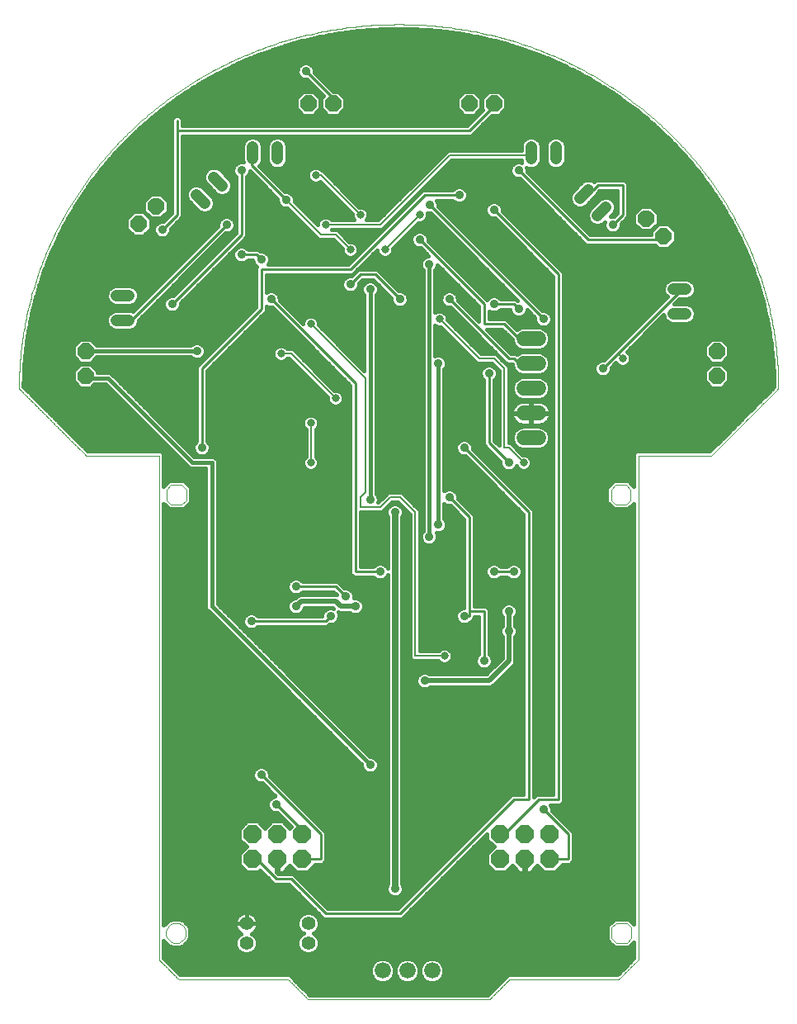
<source format=gbl>
G75*
G70*
%OFA0B0*%
%FSLAX24Y24*%
%IPPOS*%
%LPD*%
%AMOC8*
5,1,8,0,0,1.08239X$1,22.5*
%
%ADD10C,0.0000*%
%ADD11OC8,0.0740*%
%ADD12C,0.0600*%
%ADD13C,0.0560*%
%ADD14C,0.0660*%
%ADD15OC8,0.0660*%
%ADD16C,0.0480*%
%ADD17C,0.0132*%
%ADD18C,0.0356*%
%ADD19C,0.0160*%
%ADD20C,0.0360*%
%ADD21C,0.0100*%
%ADD22C,0.0200*%
%ADD23C,0.0250*%
%ADD24C,0.0080*%
%ADD25C,0.0320*%
%ADD26C,0.0150*%
D10*
X007661Y002111D02*
X007661Y022468D01*
X004701Y022468D01*
X004659Y022510D01*
X004617Y022553D01*
X004490Y022680D01*
X004448Y022722D01*
X004406Y022764D01*
X004363Y022806D01*
X004321Y022849D01*
X004279Y022891D01*
X004237Y022933D01*
X004152Y023018D01*
X004110Y023060D01*
X004067Y023102D01*
X003983Y023187D01*
X003941Y023229D01*
X003898Y023271D01*
X003856Y023313D01*
X003814Y023356D01*
X003772Y023398D01*
X003729Y023440D01*
X003687Y023482D01*
X003645Y023525D01*
X003603Y023567D01*
X003560Y023609D01*
X003476Y023694D01*
X003433Y023736D01*
X003391Y023778D01*
X003307Y023863D01*
X003264Y023905D01*
X003222Y023947D01*
X003180Y023990D01*
X003138Y024032D01*
X003095Y024074D01*
X003053Y024117D01*
X002969Y024201D01*
X002926Y024243D01*
X002884Y024286D01*
X002842Y024328D01*
X002799Y024370D01*
X002757Y024412D01*
X002715Y024455D01*
X002673Y024497D01*
X002630Y024539D01*
X002588Y024581D01*
X002546Y024624D01*
X002504Y024666D01*
X002461Y024708D01*
X002419Y024750D01*
X002377Y024793D01*
X002335Y024835D01*
X002292Y024877D01*
X002208Y024962D01*
X002166Y025004D01*
X002123Y025046D01*
X002081Y025089D01*
X002039Y025131D01*
X001996Y025173D01*
X001996Y025300D01*
X001998Y025426D01*
X002001Y025552D01*
X002005Y025679D01*
X002010Y025804D01*
X002016Y025930D01*
X002023Y026055D01*
X002031Y026180D01*
X002041Y026304D01*
X002051Y026429D01*
X002063Y026553D01*
X002076Y026676D01*
X002089Y026800D01*
X002103Y026923D01*
X002120Y027045D01*
X002136Y027168D01*
X002154Y027290D01*
X002173Y027412D01*
X002193Y027533D01*
X002214Y027655D01*
X002236Y027775D01*
X002259Y027896D01*
X002283Y028016D01*
X002308Y028136D01*
X002334Y028255D01*
X002361Y028374D01*
X002389Y028493D01*
X002418Y028611D01*
X002448Y028729D01*
X002480Y028847D01*
X002511Y028964D01*
X002544Y029081D01*
X002579Y029197D01*
X002613Y029314D01*
X002649Y029429D01*
X002686Y029544D01*
X002724Y029660D01*
X002763Y029774D01*
X002803Y029888D01*
X002843Y030002D01*
X002885Y030115D01*
X002928Y030227D01*
X002971Y030340D01*
X003015Y030452D01*
X003061Y030563D01*
X003107Y030674D01*
X003154Y030785D01*
X003203Y030895D01*
X003251Y031005D01*
X003301Y031114D01*
X003352Y031223D01*
X003404Y031331D01*
X003456Y031439D01*
X003510Y031546D01*
X003564Y031653D01*
X003619Y031760D01*
X003676Y031865D01*
X003732Y031971D01*
X003790Y032076D01*
X003849Y032180D01*
X003908Y032284D01*
X003968Y032387D01*
X004030Y032490D01*
X004092Y032593D01*
X004154Y032694D01*
X004218Y032795D01*
X004283Y032897D01*
X004348Y032997D01*
X004414Y033096D01*
X004481Y033196D01*
X004549Y033294D01*
X004618Y033392D01*
X004687Y033490D01*
X004757Y033586D01*
X004828Y033683D01*
X004900Y033779D01*
X004972Y033874D01*
X005119Y034063D01*
X005194Y034156D01*
X005270Y034248D01*
X005346Y034341D01*
X005423Y034433D01*
X005501Y034523D01*
X005580Y034614D01*
X005659Y034704D01*
X005739Y034793D01*
X005820Y034882D01*
X005901Y034970D01*
X006066Y035144D01*
X006150Y035230D01*
X006235Y035315D01*
X006319Y035400D01*
X006405Y035484D01*
X006492Y035567D01*
X006579Y035650D01*
X006667Y035732D01*
X006755Y035814D01*
X006844Y035895D01*
X006934Y035975D01*
X007025Y036054D01*
X007116Y036133D01*
X007208Y036211D01*
X007301Y036288D01*
X007393Y036365D01*
X007487Y036441D01*
X007582Y036516D01*
X007677Y036591D01*
X007772Y036665D01*
X007869Y036738D01*
X007966Y036810D01*
X008063Y036882D01*
X008162Y036952D01*
X008260Y037023D01*
X008360Y037092D01*
X008460Y037161D01*
X008560Y037229D01*
X008661Y037296D01*
X008764Y037362D01*
X008866Y037428D01*
X008969Y037493D01*
X009072Y037557D01*
X009176Y037621D01*
X009281Y037683D01*
X009386Y037745D01*
X009492Y037806D01*
X009598Y037866D01*
X009812Y037984D01*
X009920Y038042D01*
X010029Y038098D01*
X010138Y038155D01*
X010247Y038210D01*
X010358Y038264D01*
X010468Y038319D01*
X010579Y038372D01*
X010691Y038423D01*
X010803Y038475D01*
X010915Y038525D01*
X011029Y038574D01*
X011142Y038623D01*
X011256Y038671D01*
X011371Y038717D01*
X011486Y038764D01*
X011601Y038809D01*
X011717Y038853D01*
X011833Y038897D01*
X011950Y038939D01*
X012068Y038981D01*
X012185Y039022D01*
X012304Y039062D01*
X012541Y039139D01*
X012661Y039176D01*
X012781Y039212D01*
X012901Y039248D01*
X013022Y039282D01*
X013143Y039315D01*
X013265Y039348D01*
X013387Y039380D01*
X013509Y039410D01*
X013632Y039440D01*
X013755Y039469D01*
X013879Y039496D01*
X014003Y039524D01*
X014127Y039549D01*
X014252Y039574D01*
X014377Y039599D01*
X014502Y039621D01*
X014628Y039643D01*
X014754Y039665D01*
X014881Y039685D01*
X015008Y039703D01*
X015135Y039722D01*
X015262Y039739D01*
X015390Y039755D01*
X015518Y039770D01*
X015647Y039784D01*
X015776Y039797D01*
X015905Y039809D01*
X016034Y039820D01*
X016164Y039830D01*
X016294Y039839D01*
X016425Y039847D01*
X016555Y039854D01*
X016686Y039860D01*
X016817Y039865D01*
X016949Y039868D01*
X017081Y039871D01*
X017213Y039873D01*
X017345Y039873D01*
X017330Y039873D02*
X017462Y039873D01*
X017594Y039871D01*
X017726Y039868D01*
X017857Y039865D01*
X017989Y039860D01*
X018120Y039854D01*
X018250Y039847D01*
X018381Y039839D01*
X018511Y039830D01*
X018640Y039820D01*
X018770Y039809D01*
X018899Y039797D01*
X019028Y039784D01*
X019157Y039770D01*
X019285Y039755D01*
X019413Y039739D01*
X019540Y039722D01*
X019667Y039703D01*
X019794Y039685D01*
X019921Y039665D01*
X020047Y039643D01*
X020173Y039621D01*
X020298Y039599D01*
X020423Y039574D01*
X020548Y039549D01*
X020672Y039524D01*
X020796Y039496D01*
X020920Y039469D01*
X021043Y039440D01*
X021288Y039380D01*
X021410Y039348D01*
X021532Y039315D01*
X021653Y039282D01*
X021774Y039248D01*
X021894Y039212D01*
X022014Y039176D01*
X022134Y039139D01*
X022371Y039062D01*
X022490Y039022D01*
X022725Y038939D01*
X022842Y038897D01*
X022958Y038853D01*
X023074Y038809D01*
X023189Y038764D01*
X023304Y038717D01*
X023419Y038671D01*
X023533Y038623D01*
X023646Y038574D01*
X023760Y038525D01*
X023872Y038475D01*
X023984Y038423D01*
X024096Y038372D01*
X024207Y038319D01*
X024317Y038264D01*
X024428Y038210D01*
X024537Y038155D01*
X024646Y038098D01*
X024755Y038042D01*
X024863Y037984D01*
X025077Y037866D01*
X025183Y037806D01*
X025289Y037745D01*
X025394Y037683D01*
X025499Y037621D01*
X025603Y037557D01*
X025706Y037493D01*
X025809Y037428D01*
X025911Y037362D01*
X026013Y037296D01*
X026115Y037229D01*
X026215Y037161D01*
X026315Y037092D01*
X026415Y037023D01*
X026513Y036952D01*
X026612Y036882D01*
X026709Y036810D01*
X026806Y036738D01*
X026903Y036665D01*
X026998Y036591D01*
X027093Y036516D01*
X027188Y036441D01*
X027282Y036365D01*
X027374Y036288D01*
X027467Y036211D01*
X027559Y036133D01*
X027650Y036054D01*
X027741Y035975D01*
X027831Y035895D01*
X027920Y035814D01*
X028008Y035732D01*
X028096Y035650D01*
X028183Y035567D01*
X028270Y035484D01*
X028356Y035400D01*
X028440Y035315D01*
X028525Y035230D01*
X028609Y035144D01*
X028691Y035057D01*
X028774Y034970D01*
X028855Y034882D01*
X028936Y034793D01*
X029016Y034704D01*
X029095Y034614D01*
X029174Y034523D01*
X029252Y034433D01*
X029329Y034341D01*
X029405Y034248D01*
X029481Y034156D01*
X029556Y034063D01*
X029629Y033968D01*
X029703Y033874D01*
X029775Y033779D01*
X029918Y033586D01*
X029988Y033490D01*
X030057Y033392D01*
X030126Y033294D01*
X030194Y033196D01*
X030260Y033096D01*
X030327Y032997D01*
X030392Y032897D01*
X030521Y032694D01*
X030583Y032593D01*
X030645Y032490D01*
X030707Y032387D01*
X030767Y032284D01*
X030826Y032180D01*
X030885Y032076D01*
X030943Y031971D01*
X030999Y031865D01*
X031056Y031760D01*
X031111Y031653D01*
X031165Y031546D01*
X031219Y031439D01*
X031271Y031331D01*
X031323Y031223D01*
X031374Y031114D01*
X031424Y031005D01*
X031521Y030785D01*
X031568Y030674D01*
X031614Y030563D01*
X031660Y030452D01*
X031704Y030340D01*
X031790Y030115D01*
X031832Y030002D01*
X031872Y029888D01*
X031912Y029774D01*
X031951Y029660D01*
X031988Y029544D01*
X032026Y029429D01*
X032062Y029314D01*
X032096Y029197D01*
X032131Y029081D01*
X032164Y028964D01*
X032195Y028847D01*
X032227Y028729D01*
X032257Y028611D01*
X032285Y028493D01*
X032314Y028374D01*
X032341Y028255D01*
X032367Y028136D01*
X032392Y028016D01*
X032416Y027896D01*
X032439Y027775D01*
X032461Y027655D01*
X032482Y027533D01*
X032502Y027412D01*
X032521Y027290D01*
X032539Y027168D01*
X032555Y027045D01*
X032571Y026923D01*
X032586Y026800D01*
X032599Y026676D01*
X032612Y026553D01*
X032624Y026429D01*
X032634Y026304D01*
X032644Y026180D01*
X032652Y026055D01*
X032658Y025930D01*
X032665Y025804D01*
X032670Y025679D01*
X032673Y025552D01*
X032677Y025426D01*
X032678Y025300D01*
X032678Y025173D01*
X032636Y025131D01*
X032594Y025089D01*
X032552Y025046D01*
X032509Y025004D01*
X032467Y024962D01*
X032425Y024919D01*
X032383Y024877D01*
X032340Y024835D01*
X032298Y024793D01*
X032256Y024750D01*
X032213Y024708D01*
X032171Y024666D01*
X032129Y024624D01*
X032087Y024581D01*
X032044Y024539D01*
X031960Y024455D01*
X031918Y024412D01*
X031875Y024370D01*
X031791Y024286D01*
X031749Y024243D01*
X031706Y024201D01*
X031664Y024159D01*
X031622Y024117D01*
X031579Y024074D01*
X031537Y024032D01*
X031495Y023990D01*
X031453Y023947D01*
X031410Y023905D01*
X031368Y023863D01*
X031326Y023821D01*
X031284Y023778D01*
X031241Y023736D01*
X031199Y023694D01*
X031157Y023652D01*
X031115Y023609D01*
X031030Y023525D01*
X030988Y023482D01*
X030946Y023440D01*
X030903Y023398D01*
X030861Y023356D01*
X030819Y023313D01*
X030777Y023271D01*
X030734Y023229D01*
X030692Y023187D01*
X030650Y023144D01*
X030607Y023102D01*
X030565Y023060D01*
X030523Y023018D01*
X030481Y022975D01*
X030438Y022933D01*
X030396Y022891D01*
X030354Y022849D01*
X030269Y022764D01*
X030227Y022722D01*
X030185Y022680D01*
X030143Y022637D01*
X030100Y022595D01*
X030058Y022553D01*
X030016Y022510D01*
X029973Y022468D01*
X027014Y022468D01*
X027014Y002111D01*
X027001Y002099D01*
X026989Y002087D01*
X026965Y002062D01*
X026952Y002050D01*
X026940Y002038D01*
X026928Y002025D01*
X026903Y002001D01*
X026891Y001989D01*
X026879Y001976D01*
X026854Y001952D01*
X026842Y001940D01*
X026830Y001927D01*
X026817Y001915D01*
X026805Y001903D01*
X026793Y001890D01*
X026756Y001854D01*
X026744Y001842D01*
X026732Y001829D01*
X026707Y001805D01*
X026695Y001792D01*
X026683Y001780D01*
X026646Y001743D01*
X026634Y001731D01*
X026621Y001719D01*
X026609Y001707D01*
X026597Y001694D01*
X026572Y001670D01*
X026560Y001658D01*
X026548Y001645D01*
X026536Y001633D01*
X026511Y001609D01*
X026499Y001596D01*
X026486Y001584D01*
X026474Y001572D01*
X026462Y001560D01*
X026450Y001547D01*
X026437Y001535D01*
X026425Y001523D01*
X026413Y001511D01*
X026401Y001498D01*
X026388Y001486D01*
X026352Y001449D01*
X026339Y001437D01*
X026315Y001413D01*
X026303Y001400D01*
X026266Y001364D01*
X026254Y001351D01*
X026241Y001339D01*
X026229Y001327D01*
X021812Y001327D01*
X021799Y001314D01*
X021787Y001301D01*
X021774Y001288D01*
X021761Y001276D01*
X021748Y001263D01*
X021735Y001250D01*
X021722Y001237D01*
X021697Y001211D01*
X021684Y001198D01*
X021658Y001173D01*
X021645Y001160D01*
X021633Y001147D01*
X021620Y001134D01*
X021594Y001109D01*
X021581Y001096D01*
X021568Y001083D01*
X021543Y001057D01*
X021517Y001032D01*
X021491Y001006D01*
X021479Y000993D01*
X021466Y000980D01*
X021453Y000968D01*
X021440Y000955D01*
X021427Y000942D01*
X021414Y000929D01*
X021389Y000903D01*
X021376Y000891D01*
X021363Y000878D01*
X021350Y000865D01*
X021337Y000852D01*
X021325Y000839D01*
X021312Y000826D01*
X021286Y000801D01*
X021261Y000775D01*
X021235Y000750D01*
X021222Y000737D01*
X021209Y000724D01*
X021184Y000698D01*
X021171Y000685D01*
X021158Y000672D01*
X021132Y000647D01*
X021107Y000621D01*
X021094Y000608D01*
X021081Y000596D01*
X021068Y000583D01*
X021055Y000570D01*
X021042Y000557D01*
X021030Y000544D01*
X021017Y000531D01*
X021004Y000519D01*
X020991Y000506D01*
X013684Y000506D01*
X013671Y000519D01*
X013658Y000531D01*
X013645Y000544D01*
X013632Y000557D01*
X013620Y000570D01*
X013607Y000583D01*
X013594Y000596D01*
X013581Y000608D01*
X013568Y000621D01*
X013555Y000634D01*
X013543Y000647D01*
X013530Y000660D01*
X013517Y000672D01*
X013504Y000685D01*
X013491Y000698D01*
X013478Y000711D01*
X013466Y000724D01*
X013453Y000737D01*
X013440Y000750D01*
X013414Y000775D01*
X013401Y000788D01*
X013389Y000801D01*
X013376Y000814D01*
X013363Y000826D01*
X013337Y000852D01*
X013325Y000865D01*
X013312Y000878D01*
X013299Y000891D01*
X013286Y000903D01*
X013273Y000916D01*
X013260Y000929D01*
X013247Y000942D01*
X013222Y000968D01*
X013209Y000980D01*
X013196Y000993D01*
X013183Y001006D01*
X013171Y001019D01*
X013158Y001032D01*
X013145Y001045D01*
X013132Y001057D01*
X013106Y001083D01*
X013094Y001096D01*
X013081Y001109D01*
X013055Y001134D01*
X013042Y001147D01*
X013029Y001160D01*
X013017Y001173D01*
X013004Y001186D01*
X012991Y001198D01*
X012978Y001211D01*
X012965Y001224D01*
X012952Y001237D01*
X012940Y001250D01*
X012927Y001263D01*
X012914Y001276D01*
X012901Y001288D01*
X012888Y001301D01*
X012875Y001314D01*
X012863Y001327D01*
X008446Y001327D01*
X008434Y001339D01*
X008421Y001351D01*
X008409Y001364D01*
X008372Y001400D01*
X008360Y001413D01*
X008348Y001425D01*
X008335Y001437D01*
X008323Y001449D01*
X008299Y001474D01*
X008286Y001486D01*
X008274Y001498D01*
X008262Y001511D01*
X008250Y001523D01*
X008237Y001535D01*
X008225Y001547D01*
X008213Y001560D01*
X008201Y001572D01*
X008188Y001584D01*
X008176Y001596D01*
X008164Y001609D01*
X008139Y001633D01*
X008127Y001645D01*
X008115Y001658D01*
X008078Y001694D01*
X008066Y001707D01*
X008041Y001731D01*
X008029Y001743D01*
X007992Y001780D01*
X007980Y001792D01*
X007968Y001805D01*
X007943Y001829D01*
X007931Y001842D01*
X007919Y001854D01*
X007882Y001890D01*
X007870Y001903D01*
X007857Y001915D01*
X007845Y001927D01*
X007833Y001940D01*
X007821Y001952D01*
X007796Y001976D01*
X007784Y001989D01*
X007772Y002001D01*
X007747Y002025D01*
X007735Y002038D01*
X007723Y002050D01*
X007710Y002062D01*
X007686Y002087D01*
X007674Y002099D01*
X007661Y002111D01*
X008130Y002844D02*
X008059Y002915D01*
X007988Y002987D01*
X007943Y003085D01*
X007943Y003302D01*
X007988Y003401D01*
X008059Y003472D01*
X008130Y003543D01*
X008228Y003587D01*
X008446Y003587D01*
X008544Y003543D01*
X008616Y003472D01*
X008687Y003401D01*
X008731Y003302D01*
X008731Y003085D01*
X008687Y002987D01*
X008616Y002915D01*
X008544Y002844D01*
X008446Y002800D01*
X008228Y002800D01*
X008130Y002844D01*
X008143Y020491D02*
X007966Y020667D01*
X007966Y021102D01*
X008143Y021278D01*
X008578Y021278D01*
X008754Y021102D01*
X008754Y020667D01*
X008578Y020491D01*
X008143Y020491D01*
X025921Y020667D02*
X025921Y021102D01*
X026097Y021278D01*
X026532Y021278D01*
X026708Y021102D01*
X026708Y020667D01*
X026532Y020491D01*
X026097Y020491D01*
X025921Y020667D01*
X026120Y003587D02*
X025944Y003411D01*
X025944Y002976D01*
X026120Y002800D01*
X026555Y002800D01*
X026731Y002976D01*
X026731Y003411D01*
X026555Y003587D01*
X026120Y003587D01*
D11*
X023430Y006180D03*
X023430Y007180D03*
X022430Y007180D03*
X022430Y006180D03*
X021430Y006180D03*
X021430Y007180D03*
X013430Y007180D03*
X013430Y006180D03*
X012430Y006180D03*
X012430Y007180D03*
X011430Y007180D03*
X011430Y006180D03*
D12*
X022380Y023180D02*
X022980Y023180D01*
X022980Y024180D02*
X022380Y024180D01*
X022380Y025180D02*
X022980Y025180D01*
X022980Y026180D02*
X022380Y026180D01*
X022380Y027180D02*
X022980Y027180D01*
D13*
X013680Y003574D03*
X013680Y002786D03*
X011180Y002786D03*
X011180Y003574D03*
D14*
X016680Y001680D03*
X017680Y001680D03*
X018680Y001680D03*
D15*
X030180Y025680D03*
X030180Y026680D03*
X021180Y036680D03*
X020180Y036680D03*
X014680Y036680D03*
X013680Y036680D03*
X004680Y026680D03*
X004680Y025680D03*
D16*
X005940Y027930D02*
X006420Y027930D01*
X006420Y028930D02*
X005940Y028930D01*
X009496Y032657D02*
X009157Y032996D01*
X009864Y033703D02*
X010203Y033364D01*
X011430Y034440D02*
X011430Y034920D01*
X012430Y034920D02*
X012430Y034440D01*
X022680Y034440D02*
X022680Y034920D01*
X023680Y034920D02*
X023680Y034440D01*
X024996Y033203D02*
X024657Y032864D01*
X025364Y032157D02*
X025703Y032496D01*
X028440Y029180D02*
X028920Y029180D01*
X028920Y028180D02*
X028440Y028180D01*
D17*
X028077Y031129D02*
X028143Y031063D01*
X027925Y031063D01*
X027771Y031217D01*
X027771Y031435D01*
X027925Y031589D01*
X028143Y031589D01*
X028297Y031435D01*
X028297Y031217D01*
X028143Y031063D01*
X028102Y031162D01*
X027966Y031162D01*
X027870Y031258D01*
X027870Y031394D01*
X027966Y031490D01*
X028102Y031490D01*
X028198Y031394D01*
X028198Y031258D01*
X028102Y031162D01*
X028061Y031261D01*
X028007Y031261D01*
X027969Y031299D01*
X027969Y031353D01*
X028007Y031391D01*
X028061Y031391D01*
X028099Y031353D01*
X028099Y031299D01*
X028061Y031261D01*
X027369Y031837D02*
X027435Y031771D01*
X027217Y031771D01*
X027063Y031925D01*
X027063Y032143D01*
X027217Y032297D01*
X027435Y032297D01*
X027589Y032143D01*
X027589Y031925D01*
X027435Y031771D01*
X027394Y031870D01*
X027258Y031870D01*
X027162Y031966D01*
X027162Y032102D01*
X027258Y032198D01*
X027394Y032198D01*
X027490Y032102D01*
X027490Y031966D01*
X027394Y031870D01*
X027353Y031969D01*
X027299Y031969D01*
X027261Y032007D01*
X027261Y032061D01*
X027299Y032099D01*
X027353Y032099D01*
X027391Y032061D01*
X027391Y032007D01*
X027353Y031969D01*
X007731Y032577D02*
X007797Y032643D01*
X007797Y032425D01*
X007643Y032271D01*
X007425Y032271D01*
X007271Y032425D01*
X007271Y032643D01*
X007425Y032797D01*
X007643Y032797D01*
X007797Y032643D01*
X007698Y032602D01*
X007698Y032466D01*
X007602Y032370D01*
X007466Y032370D01*
X007370Y032466D01*
X007370Y032602D01*
X007466Y032698D01*
X007602Y032698D01*
X007698Y032602D01*
X007599Y032561D01*
X007599Y032507D01*
X007561Y032469D01*
X007507Y032469D01*
X007469Y032507D01*
X007469Y032561D01*
X007507Y032599D01*
X007561Y032599D01*
X007599Y032561D01*
X007023Y031869D02*
X007089Y031935D01*
X007089Y031717D01*
X006935Y031563D01*
X006717Y031563D01*
X006563Y031717D01*
X006563Y031935D01*
X006717Y032089D01*
X006935Y032089D01*
X007089Y031935D01*
X006990Y031894D01*
X006990Y031758D01*
X006894Y031662D01*
X006758Y031662D01*
X006662Y031758D01*
X006662Y031894D01*
X006758Y031990D01*
X006894Y031990D01*
X006990Y031894D01*
X006891Y031853D01*
X006891Y031799D01*
X006853Y031761D01*
X006799Y031761D01*
X006761Y031799D01*
X006761Y031853D01*
X006799Y031891D01*
X006853Y031891D01*
X006891Y031853D01*
D18*
X009180Y026680D03*
X015180Y021180D03*
X016180Y020680D03*
X017180Y020180D03*
X018555Y019180D03*
X018930Y019680D03*
X015380Y014380D03*
X018780Y013980D03*
X019980Y014180D03*
X017180Y004980D03*
X016780Y004380D03*
X018930Y026180D03*
X016180Y029180D03*
X018555Y030180D03*
D19*
X018555Y019180D01*
X018315Y019418D02*
X018268Y019372D01*
X018217Y019247D01*
X018217Y019113D01*
X018268Y018988D01*
X018363Y018893D01*
X018488Y018842D01*
X018622Y018842D01*
X018747Y018893D01*
X018842Y018988D01*
X018893Y019113D01*
X018893Y019247D01*
X018852Y019346D01*
X018863Y019342D01*
X018997Y019342D01*
X019122Y019393D01*
X019217Y019488D01*
X019268Y019613D01*
X019268Y019747D01*
X019217Y019872D01*
X019170Y019918D01*
X019170Y020509D01*
X019187Y020492D01*
X019312Y020440D01*
X019423Y020440D01*
X019970Y019893D01*
X019970Y016320D01*
X019912Y016320D01*
X019787Y016268D01*
X019692Y016173D01*
X019640Y016048D01*
X019640Y015912D01*
X019692Y015787D01*
X019787Y015692D01*
X019912Y015640D01*
X020048Y015640D01*
X020173Y015692D01*
X020251Y015770D01*
X020267Y015770D01*
X020390Y015893D01*
X020390Y015970D01*
X020570Y015970D01*
X020570Y014451D01*
X020492Y014373D01*
X020440Y014248D01*
X020440Y014112D01*
X020492Y013987D01*
X020587Y013892D01*
X020712Y013840D01*
X020848Y013840D01*
X020973Y013892D01*
X021068Y013987D01*
X021120Y014112D01*
X021120Y014248D01*
X021068Y014373D01*
X020990Y014451D01*
X020990Y016267D01*
X020867Y016390D01*
X020390Y016390D01*
X020390Y020067D01*
X020267Y020190D01*
X019720Y020737D01*
X019720Y020848D01*
X019668Y020973D01*
X019573Y021068D01*
X019448Y021120D01*
X019312Y021120D01*
X019187Y021068D01*
X019170Y021051D01*
X019170Y025942D01*
X019217Y025988D01*
X019268Y026113D01*
X019268Y026247D01*
X019217Y026372D01*
X019122Y026467D01*
X018997Y026518D01*
X018863Y026518D01*
X018795Y026490D01*
X018795Y027712D01*
X018799Y027709D01*
X018916Y027660D01*
X019017Y027660D01*
X020380Y026297D01*
X020497Y026180D01*
X021097Y026180D01*
X021380Y025897D01*
X021380Y022877D01*
X021190Y023067D01*
X021190Y025509D01*
X021268Y025587D01*
X021320Y025712D01*
X021320Y025848D01*
X021268Y025973D01*
X021173Y026068D01*
X021048Y026120D01*
X020912Y026120D01*
X020787Y026068D01*
X020692Y025973D01*
X020640Y025848D01*
X020640Y025712D01*
X020692Y025587D01*
X020770Y025509D01*
X020770Y022893D01*
X020893Y022770D01*
X021440Y022223D01*
X021440Y022112D01*
X021492Y021987D01*
X021587Y021892D01*
X021712Y021840D01*
X021848Y021840D01*
X021973Y021892D01*
X022068Y021987D01*
X022091Y022042D01*
X022109Y021999D01*
X022199Y021909D01*
X022316Y021860D01*
X022444Y021860D01*
X022561Y021909D01*
X022651Y021999D01*
X022700Y022116D01*
X022700Y022244D01*
X022651Y022361D01*
X022561Y022451D01*
X022444Y022500D01*
X022343Y022500D01*
X021863Y022980D01*
X021780Y022980D01*
X021780Y026063D01*
X021663Y026180D01*
X021263Y026580D01*
X020663Y026580D01*
X019300Y027943D01*
X019300Y028044D01*
X019251Y028161D01*
X019161Y028251D01*
X019044Y028300D01*
X018916Y028300D01*
X018799Y028251D01*
X018795Y028248D01*
X018795Y029942D01*
X018842Y029988D01*
X018893Y030113D01*
X018893Y030170D01*
X020570Y028493D01*
X020570Y027887D01*
X019720Y028737D01*
X019720Y028848D01*
X019668Y028973D01*
X019573Y029068D01*
X019448Y029120D01*
X019312Y029120D01*
X019187Y029068D01*
X019092Y028973D01*
X019040Y028848D01*
X019040Y028712D01*
X019092Y028587D01*
X019187Y028492D01*
X019312Y028440D01*
X019423Y028440D01*
X021570Y026293D01*
X021693Y026170D01*
X021893Y026170D01*
X021920Y026143D01*
X021920Y026088D01*
X021990Y025919D01*
X022119Y025790D01*
X022288Y025720D01*
X023071Y025720D01*
X023241Y025790D01*
X023370Y025919D01*
X023440Y026088D01*
X023440Y026271D01*
X023370Y026441D01*
X023241Y026570D01*
X023071Y026640D01*
X022288Y026640D01*
X022119Y026570D01*
X022103Y026554D01*
X022067Y026590D01*
X021867Y026590D01*
X020887Y027570D01*
X021493Y027570D01*
X021920Y027143D01*
X021920Y027088D01*
X021990Y026919D01*
X022119Y026790D01*
X022288Y026720D01*
X023071Y026720D01*
X023241Y026790D01*
X023370Y026919D01*
X023440Y027088D01*
X023440Y027271D01*
X023370Y027441D01*
X023241Y027570D01*
X023071Y027640D01*
X022288Y027640D01*
X022119Y027570D01*
X022103Y027554D01*
X021667Y027990D01*
X020990Y027990D01*
X020990Y028291D01*
X021112Y028240D01*
X021248Y028240D01*
X021373Y028292D01*
X021451Y028370D01*
X021840Y028370D01*
X021840Y028312D01*
X021892Y028187D01*
X021987Y028092D01*
X022112Y028040D01*
X022248Y028040D01*
X022373Y028092D01*
X022468Y028187D01*
X022520Y028312D01*
X022520Y028343D01*
X022840Y028023D01*
X022840Y027912D01*
X022892Y027787D01*
X022987Y027692D01*
X023112Y027640D01*
X023248Y027640D01*
X023373Y027692D01*
X023468Y027787D01*
X023520Y027912D01*
X023520Y028048D01*
X023468Y028173D01*
X023373Y028268D01*
X023248Y028320D01*
X023137Y028320D01*
X018920Y032537D01*
X018920Y032648D01*
X018869Y032770D01*
X019509Y032770D01*
X019587Y032692D01*
X019712Y032640D01*
X019848Y032640D01*
X019973Y032692D01*
X020068Y032787D01*
X020120Y032912D01*
X020120Y033048D01*
X020068Y033173D01*
X019973Y033268D01*
X019848Y033320D01*
X019712Y033320D01*
X019587Y033268D01*
X019509Y033190D01*
X018293Y033190D01*
X018170Y033067D01*
X015293Y030190D01*
X012069Y030190D01*
X012120Y030312D01*
X012120Y030448D01*
X012068Y030573D01*
X011973Y030668D01*
X011848Y030720D01*
X011737Y030720D01*
X011667Y030790D01*
X011251Y030790D01*
X011173Y030868D01*
X011048Y030920D01*
X010912Y030920D01*
X010787Y030868D01*
X010692Y030773D01*
X010640Y030648D01*
X010640Y030512D01*
X010692Y030387D01*
X010787Y030292D01*
X010912Y030240D01*
X011048Y030240D01*
X011173Y030292D01*
X011251Y030370D01*
X011440Y030370D01*
X011440Y030312D01*
X011492Y030187D01*
X011587Y030092D01*
X011593Y030090D01*
X011570Y030067D01*
X011570Y028467D01*
X009170Y026067D01*
X009170Y023051D01*
X009092Y022973D01*
X009040Y022848D01*
X009040Y022712D01*
X009092Y022587D01*
X009187Y022492D01*
X009312Y022440D01*
X009448Y022440D01*
X009573Y022492D01*
X009668Y022587D01*
X009720Y022712D01*
X009720Y022848D01*
X009668Y022973D01*
X009590Y023051D01*
X009590Y025893D01*
X011867Y028170D01*
X011990Y028293D01*
X011990Y028491D01*
X012112Y028440D01*
X012223Y028440D01*
X015370Y025293D01*
X015370Y017693D01*
X015493Y017570D01*
X016309Y017570D01*
X016387Y017492D01*
X016512Y017440D01*
X016648Y017440D01*
X016773Y017492D01*
X016868Y017587D01*
X016895Y017652D01*
X016895Y005173D01*
X016893Y005172D01*
X016842Y005047D01*
X016842Y004913D01*
X016893Y004788D01*
X016988Y004693D01*
X017113Y004642D01*
X017247Y004642D01*
X017372Y004693D01*
X017467Y004788D01*
X017518Y004913D01*
X017518Y005047D01*
X017467Y005172D01*
X017465Y005173D01*
X017465Y019987D01*
X017467Y019988D01*
X017518Y020113D01*
X017518Y020247D01*
X017467Y020372D01*
X017372Y020467D01*
X017247Y020518D01*
X017113Y020518D01*
X016988Y020467D01*
X016893Y020372D01*
X016842Y020247D01*
X016842Y020113D01*
X016893Y019988D01*
X016895Y019987D01*
X016895Y017908D01*
X016868Y017973D01*
X016773Y018068D01*
X016648Y018120D01*
X016512Y018120D01*
X016387Y018068D01*
X016309Y017990D01*
X015790Y017990D01*
X015790Y020180D01*
X016663Y020180D01*
X017063Y020580D01*
X017297Y020580D01*
X017780Y020097D01*
X017780Y014297D01*
X017897Y014180D01*
X018927Y014180D01*
X018999Y014109D01*
X019116Y014060D01*
X019244Y014060D01*
X019361Y014109D01*
X019451Y014199D01*
X019500Y014316D01*
X019500Y014444D01*
X019451Y014561D01*
X019361Y014651D01*
X019244Y014700D01*
X019116Y014700D01*
X018999Y014651D01*
X018927Y014580D01*
X018180Y014580D01*
X018180Y020263D01*
X018063Y020380D01*
X017463Y020980D01*
X016897Y020980D01*
X016780Y020863D01*
X016510Y020593D01*
X016518Y020613D01*
X016518Y020747D01*
X016467Y020872D01*
X016420Y020918D01*
X016420Y028942D01*
X016467Y028988D01*
X016518Y029113D01*
X016518Y029247D01*
X016467Y029372D01*
X016372Y029467D01*
X016247Y029518D01*
X016113Y029518D01*
X015988Y029467D01*
X015893Y029372D01*
X015842Y029247D01*
X015842Y029113D01*
X015893Y028988D01*
X015940Y028942D01*
X015940Y025903D01*
X014100Y027743D01*
X014100Y027844D01*
X014051Y027961D01*
X013961Y028051D01*
X013844Y028100D01*
X013716Y028100D01*
X013599Y028051D01*
X013509Y027961D01*
X013460Y027844D01*
X013460Y027797D01*
X012520Y028737D01*
X012520Y028848D01*
X012468Y028973D01*
X012373Y029068D01*
X012248Y029120D01*
X012112Y029120D01*
X011990Y029069D01*
X011990Y029770D01*
X015467Y029770D01*
X016460Y030763D01*
X016460Y030716D01*
X016509Y030599D01*
X016599Y030509D01*
X016716Y030460D01*
X016844Y030460D01*
X016961Y030509D01*
X017051Y030599D01*
X017100Y030716D01*
X017100Y030817D01*
X018143Y031860D01*
X018244Y031860D01*
X018361Y031909D01*
X018451Y031999D01*
X018500Y032116D01*
X018500Y032244D01*
X018499Y032245D01*
X018512Y032240D01*
X018623Y032240D01*
X022143Y028720D01*
X022137Y028720D01*
X022067Y028790D01*
X021451Y028790D01*
X021373Y028868D01*
X021248Y028920D01*
X021112Y028920D01*
X020987Y028868D01*
X020892Y028773D01*
X020890Y028767D01*
X020867Y028790D01*
X018520Y031137D01*
X018520Y031248D01*
X018468Y031373D01*
X018373Y031468D01*
X018248Y031520D01*
X018112Y031520D01*
X017987Y031468D01*
X017892Y031373D01*
X017840Y031248D01*
X017840Y031112D01*
X017892Y030987D01*
X017987Y030892D01*
X018112Y030840D01*
X018223Y030840D01*
X018545Y030518D01*
X018488Y030518D01*
X018363Y030467D01*
X018268Y030372D01*
X018217Y030247D01*
X018217Y030113D01*
X018268Y029988D01*
X018315Y029942D01*
X018315Y019418D01*
X018263Y019359D02*
X018180Y019359D01*
X018180Y019517D02*
X018315Y019517D01*
X018315Y019676D02*
X018180Y019676D01*
X018180Y019834D02*
X018315Y019834D01*
X018315Y019993D02*
X018180Y019993D01*
X018180Y020151D02*
X018315Y020151D01*
X018315Y020310D02*
X018133Y020310D01*
X017975Y020468D02*
X018315Y020468D01*
X018315Y020627D02*
X017816Y020627D01*
X017658Y020785D02*
X018315Y020785D01*
X018315Y020944D02*
X017499Y020944D01*
X017409Y020468D02*
X017368Y020468D01*
X017492Y020310D02*
X017568Y020310D01*
X017518Y020151D02*
X017726Y020151D01*
X017780Y019993D02*
X017468Y019993D01*
X017465Y019834D02*
X017780Y019834D01*
X017780Y019676D02*
X017465Y019676D01*
X017465Y019517D02*
X017780Y019517D01*
X017780Y019359D02*
X017465Y019359D01*
X017465Y019200D02*
X017780Y019200D01*
X017780Y019042D02*
X017465Y019042D01*
X017465Y018883D02*
X017780Y018883D01*
X017780Y018725D02*
X017465Y018725D01*
X017465Y018566D02*
X017780Y018566D01*
X017780Y018408D02*
X017465Y018408D01*
X017465Y018249D02*
X017780Y018249D01*
X017780Y018091D02*
X017465Y018091D01*
X017465Y017932D02*
X017780Y017932D01*
X017780Y017774D02*
X017465Y017774D01*
X017465Y017615D02*
X017780Y017615D01*
X017780Y017457D02*
X017465Y017457D01*
X017465Y017298D02*
X017780Y017298D01*
X017780Y017140D02*
X017465Y017140D01*
X017465Y016981D02*
X017780Y016981D01*
X017780Y016823D02*
X017465Y016823D01*
X017465Y016664D02*
X017780Y016664D01*
X017780Y016506D02*
X017465Y016506D01*
X017465Y016347D02*
X017780Y016347D01*
X017780Y016189D02*
X017465Y016189D01*
X017465Y016030D02*
X017780Y016030D01*
X017780Y015872D02*
X017465Y015872D01*
X017465Y015713D02*
X017780Y015713D01*
X017780Y015555D02*
X017465Y015555D01*
X017465Y015396D02*
X017780Y015396D01*
X017780Y015238D02*
X017465Y015238D01*
X017465Y015079D02*
X017780Y015079D01*
X017780Y014921D02*
X017465Y014921D01*
X017465Y014762D02*
X017780Y014762D01*
X017780Y014604D02*
X017465Y014604D01*
X017465Y014445D02*
X017780Y014445D01*
X017791Y014287D02*
X017465Y014287D01*
X017465Y014128D02*
X018979Y014128D01*
X019381Y014128D02*
X020440Y014128D01*
X020456Y014287D02*
X019488Y014287D01*
X019499Y014445D02*
X020564Y014445D01*
X020570Y014604D02*
X019409Y014604D01*
X018951Y014604D02*
X018180Y014604D01*
X018180Y014762D02*
X020570Y014762D01*
X020570Y014921D02*
X018180Y014921D01*
X018180Y015079D02*
X020570Y015079D01*
X020570Y015238D02*
X018180Y015238D01*
X018180Y015396D02*
X020570Y015396D01*
X020570Y015555D02*
X018180Y015555D01*
X018180Y015713D02*
X019766Y015713D01*
X019657Y015872D02*
X018180Y015872D01*
X018180Y016030D02*
X019640Y016030D01*
X019708Y016189D02*
X018180Y016189D01*
X018180Y016347D02*
X019970Y016347D01*
X019970Y016506D02*
X018180Y016506D01*
X018180Y016664D02*
X019970Y016664D01*
X019970Y016823D02*
X018180Y016823D01*
X018180Y016981D02*
X019970Y016981D01*
X019970Y017140D02*
X018180Y017140D01*
X018180Y017298D02*
X019970Y017298D01*
X019970Y017457D02*
X018180Y017457D01*
X018180Y017615D02*
X019970Y017615D01*
X019970Y017774D02*
X018180Y017774D01*
X018180Y017932D02*
X019970Y017932D01*
X019970Y018091D02*
X018180Y018091D01*
X018180Y018249D02*
X019970Y018249D01*
X019970Y018408D02*
X018180Y018408D01*
X018180Y018566D02*
X019970Y018566D01*
X019970Y018725D02*
X018180Y018725D01*
X018180Y018883D02*
X018388Y018883D01*
X018246Y019042D02*
X018180Y019042D01*
X018180Y019200D02*
X018217Y019200D01*
X018722Y018883D02*
X019970Y018883D01*
X019970Y019042D02*
X018864Y019042D01*
X018893Y019200D02*
X019970Y019200D01*
X019970Y019359D02*
X019037Y019359D01*
X019228Y019517D02*
X019970Y019517D01*
X019970Y019676D02*
X019268Y019676D01*
X019232Y019834D02*
X019970Y019834D01*
X019870Y019993D02*
X019170Y019993D01*
X019170Y020151D02*
X019712Y020151D01*
X019553Y020310D02*
X019170Y020310D01*
X019170Y020468D02*
X019245Y020468D01*
X019269Y021102D02*
X019170Y021102D01*
X019170Y021261D02*
X021202Y021261D01*
X021044Y021419D02*
X019170Y021419D01*
X019170Y021578D02*
X020885Y021578D01*
X020727Y021736D02*
X019170Y021736D01*
X019170Y021895D02*
X020568Y021895D01*
X020410Y022053D02*
X019170Y022053D01*
X019170Y022212D02*
X020251Y022212D01*
X020093Y022370D02*
X019170Y022370D01*
X019170Y022529D02*
X019751Y022529D01*
X019787Y022492D02*
X019912Y022440D01*
X020023Y022440D01*
X022370Y020093D01*
X022370Y008790D01*
X021893Y008790D01*
X021770Y008667D01*
X021770Y008667D01*
X017293Y004190D01*
X014467Y004190D01*
X013190Y005467D01*
X013067Y005590D01*
X012467Y005590D01*
X012410Y005647D01*
X012410Y006160D01*
X012450Y006160D01*
X012450Y005630D01*
X012658Y005630D01*
X012944Y005916D01*
X013210Y005650D01*
X013650Y005650D01*
X013960Y005960D01*
X013960Y005970D01*
X014267Y005970D01*
X014390Y006093D01*
X014390Y007267D01*
X014267Y007390D01*
X012120Y009537D01*
X012120Y009648D01*
X012068Y009773D01*
X011973Y009868D01*
X011848Y009920D01*
X011712Y009920D01*
X011587Y009868D01*
X011492Y009773D01*
X011440Y009648D01*
X011440Y009512D01*
X011492Y009387D01*
X011587Y009292D01*
X011712Y009240D01*
X011823Y009240D01*
X012343Y008720D01*
X012312Y008720D01*
X012187Y008668D01*
X012092Y008573D01*
X012040Y008448D01*
X012040Y008312D01*
X012092Y008187D01*
X012187Y008092D01*
X012312Y008040D01*
X012423Y008040D01*
X012982Y007481D01*
X012930Y007430D01*
X012650Y007710D01*
X012210Y007710D01*
X011930Y007430D01*
X011650Y007710D01*
X011210Y007710D01*
X010900Y007400D01*
X010900Y006960D01*
X011180Y006680D01*
X010900Y006400D01*
X010900Y005960D01*
X011210Y005650D01*
X011650Y005650D01*
X011731Y005732D01*
X012293Y005170D01*
X012893Y005170D01*
X014293Y003770D01*
X017467Y003770D01*
X017590Y003893D01*
X017590Y003893D01*
X020900Y007203D01*
X020900Y006960D01*
X021180Y006680D01*
X020900Y006400D01*
X020900Y005960D01*
X021210Y005650D01*
X021650Y005650D01*
X021916Y005916D01*
X022202Y005630D01*
X022410Y005630D01*
X022410Y006160D01*
X022450Y006160D01*
X022450Y005630D01*
X022658Y005630D01*
X022944Y005916D01*
X023210Y005650D01*
X023650Y005650D01*
X023960Y005960D01*
X023960Y005970D01*
X024267Y005970D01*
X024390Y006093D01*
X024390Y007267D01*
X024267Y007390D01*
X023520Y008137D01*
X023520Y008248D01*
X023469Y008370D01*
X023867Y008370D01*
X023990Y008493D01*
X023990Y029867D01*
X023867Y029990D01*
X021520Y032337D01*
X021520Y032448D01*
X021468Y032573D01*
X021373Y032668D01*
X021248Y032720D01*
X021112Y032720D01*
X020987Y032668D01*
X020892Y032573D01*
X020840Y032448D01*
X020840Y032312D01*
X020892Y032187D01*
X020987Y032092D01*
X021112Y032040D01*
X021223Y032040D01*
X023570Y029693D01*
X023570Y008790D01*
X022893Y008790D01*
X022790Y008687D01*
X022790Y020267D01*
X022667Y020390D01*
X020320Y022737D01*
X020320Y022848D01*
X020268Y022973D01*
X020173Y023068D01*
X020048Y023120D01*
X019912Y023120D01*
X019787Y023068D01*
X019692Y022973D01*
X019640Y022848D01*
X019640Y022712D01*
X019692Y022587D01*
X019787Y022492D01*
X019650Y022687D02*
X019170Y022687D01*
X019170Y022846D02*
X019640Y022846D01*
X019723Y023004D02*
X019170Y023004D01*
X019170Y023163D02*
X020770Y023163D01*
X020770Y023321D02*
X019170Y023321D01*
X019170Y023480D02*
X020770Y023480D01*
X020770Y023638D02*
X019170Y023638D01*
X019170Y023797D02*
X020770Y023797D01*
X020770Y023955D02*
X019170Y023955D01*
X019170Y024114D02*
X020770Y024114D01*
X020770Y024272D02*
X019170Y024272D01*
X019170Y024431D02*
X020770Y024431D01*
X020770Y024589D02*
X019170Y024589D01*
X019170Y024748D02*
X020770Y024748D01*
X020770Y024906D02*
X019170Y024906D01*
X019170Y025065D02*
X020770Y025065D01*
X020770Y025223D02*
X019170Y025223D01*
X019170Y025382D02*
X020770Y025382D01*
X020739Y025540D02*
X019170Y025540D01*
X019170Y025699D02*
X020646Y025699D01*
X020644Y025857D02*
X019170Y025857D01*
X019228Y026016D02*
X020735Y026016D01*
X021103Y026174D02*
X019268Y026174D01*
X019233Y026333D02*
X020345Y026333D01*
X020186Y026491D02*
X019063Y026491D01*
X018797Y026491D02*
X018795Y026491D01*
X018795Y026650D02*
X020028Y026650D01*
X019869Y026808D02*
X018795Y026808D01*
X018795Y026967D02*
X019711Y026967D01*
X019552Y027125D02*
X018795Y027125D01*
X018795Y027284D02*
X019394Y027284D01*
X019235Y027442D02*
X018795Y027442D01*
X018795Y027601D02*
X019077Y027601D01*
X019325Y027918D02*
X019945Y027918D01*
X019787Y028076D02*
X019287Y028076D01*
X019178Y028235D02*
X019628Y028235D01*
X019470Y028393D02*
X018795Y028393D01*
X018795Y028552D02*
X019128Y028552D01*
X019041Y028710D02*
X018795Y028710D01*
X018795Y028869D02*
X019049Y028869D01*
X019146Y029027D02*
X018795Y029027D01*
X018795Y029186D02*
X019877Y029186D01*
X019719Y029344D02*
X018795Y029344D01*
X018795Y029503D02*
X019560Y029503D01*
X019402Y029661D02*
X018795Y029661D01*
X018795Y029820D02*
X019243Y029820D01*
X019085Y029978D02*
X018831Y029978D01*
X018893Y030137D02*
X018926Y030137D01*
X019203Y030454D02*
X020409Y030454D01*
X020251Y030612D02*
X019045Y030612D01*
X018886Y030771D02*
X020092Y030771D01*
X019934Y030929D02*
X018728Y030929D01*
X018569Y031088D02*
X019775Y031088D01*
X019617Y031246D02*
X018520Y031246D01*
X018436Y031405D02*
X019458Y031405D01*
X019300Y031563D02*
X017846Y031563D01*
X017924Y031405D02*
X017687Y031405D01*
X017840Y031246D02*
X017529Y031246D01*
X017370Y031088D02*
X017850Y031088D01*
X017950Y030929D02*
X017212Y030929D01*
X017100Y030771D02*
X018292Y030771D01*
X018451Y030612D02*
X017057Y030612D01*
X016503Y030612D02*
X016309Y030612D01*
X016151Y030454D02*
X018350Y030454D01*
X018237Y030295D02*
X015992Y030295D01*
X015834Y030137D02*
X018217Y030137D01*
X018279Y029978D02*
X016479Y029978D01*
X016467Y029990D02*
X015693Y029990D01*
X015570Y029867D01*
X015423Y029720D01*
X015312Y029720D01*
X015187Y029668D01*
X015092Y029573D01*
X015040Y029448D01*
X015040Y029312D01*
X015092Y029187D01*
X015187Y029092D01*
X015312Y029040D01*
X015448Y029040D01*
X015573Y029092D01*
X015668Y029187D01*
X015720Y029312D01*
X015720Y029423D01*
X015867Y029570D01*
X016293Y029570D01*
X017040Y028823D01*
X017040Y028712D01*
X017092Y028587D01*
X017187Y028492D01*
X017312Y028440D01*
X017448Y028440D01*
X017573Y028492D01*
X017668Y028587D01*
X017720Y028712D01*
X017720Y028848D01*
X017668Y028973D01*
X017573Y029068D01*
X017448Y029120D01*
X017337Y029120D01*
X016467Y029990D01*
X016637Y029820D02*
X018315Y029820D01*
X018315Y029661D02*
X016796Y029661D01*
X016954Y029503D02*
X018315Y029503D01*
X018315Y029344D02*
X017113Y029344D01*
X017271Y029186D02*
X018315Y029186D01*
X018315Y029027D02*
X017614Y029027D01*
X017711Y028869D02*
X018315Y028869D01*
X018315Y028710D02*
X017719Y028710D01*
X017632Y028552D02*
X018315Y028552D01*
X018315Y028393D02*
X016420Y028393D01*
X016420Y028235D02*
X018315Y028235D01*
X018315Y028076D02*
X016420Y028076D01*
X016420Y027918D02*
X018315Y027918D01*
X018315Y027759D02*
X016420Y027759D01*
X016420Y027601D02*
X018315Y027601D01*
X018315Y027442D02*
X016420Y027442D01*
X016420Y027284D02*
X018315Y027284D01*
X018315Y027125D02*
X016420Y027125D01*
X016420Y026967D02*
X018315Y026967D01*
X018315Y026808D02*
X016420Y026808D01*
X016420Y026650D02*
X018315Y026650D01*
X018315Y026491D02*
X016420Y026491D01*
X016420Y026333D02*
X018315Y026333D01*
X018315Y026174D02*
X016420Y026174D01*
X016420Y026016D02*
X018315Y026016D01*
X018315Y025857D02*
X016420Y025857D01*
X016420Y025699D02*
X018315Y025699D01*
X018315Y025540D02*
X016420Y025540D01*
X016420Y025382D02*
X018315Y025382D01*
X018315Y025223D02*
X016420Y025223D01*
X016420Y025065D02*
X018315Y025065D01*
X018315Y024906D02*
X016420Y024906D01*
X016420Y024748D02*
X018315Y024748D01*
X018315Y024589D02*
X016420Y024589D01*
X016420Y024431D02*
X018315Y024431D01*
X018315Y024272D02*
X016420Y024272D01*
X016420Y024114D02*
X018315Y024114D01*
X018315Y023955D02*
X016420Y023955D01*
X016420Y023797D02*
X018315Y023797D01*
X018315Y023638D02*
X016420Y023638D01*
X016420Y023480D02*
X018315Y023480D01*
X018315Y023321D02*
X016420Y023321D01*
X016420Y023163D02*
X018315Y023163D01*
X018315Y023004D02*
X016420Y023004D01*
X016420Y022846D02*
X018315Y022846D01*
X018315Y022687D02*
X016420Y022687D01*
X016420Y022529D02*
X018315Y022529D01*
X018315Y022370D02*
X016420Y022370D01*
X016420Y022212D02*
X018315Y022212D01*
X018315Y022053D02*
X016420Y022053D01*
X016420Y021895D02*
X018315Y021895D01*
X018315Y021736D02*
X016420Y021736D01*
X016420Y021578D02*
X018315Y021578D01*
X018315Y021419D02*
X016420Y021419D01*
X016420Y021261D02*
X018315Y021261D01*
X018315Y021102D02*
X016420Y021102D01*
X016420Y020944D02*
X016861Y020944D01*
X016702Y020785D02*
X016502Y020785D01*
X016518Y020627D02*
X016544Y020627D01*
X016180Y020680D02*
X016180Y029180D01*
X016518Y029186D02*
X016677Y029186D01*
X016519Y029344D02*
X016478Y029344D01*
X016360Y029503D02*
X016285Y029503D01*
X016075Y029503D02*
X015800Y029503D01*
X015720Y029344D02*
X015882Y029344D01*
X015842Y029186D02*
X015666Y029186D01*
X015877Y029027D02*
X012414Y029027D01*
X012511Y028869D02*
X015940Y028869D01*
X015940Y028710D02*
X012547Y028710D01*
X012705Y028552D02*
X015940Y028552D01*
X015940Y028393D02*
X012864Y028393D01*
X013022Y028235D02*
X015940Y028235D01*
X015940Y028076D02*
X013901Y028076D01*
X014069Y027918D02*
X015940Y027918D01*
X015940Y027759D02*
X014100Y027759D01*
X014242Y027601D02*
X015940Y027601D01*
X015940Y027442D02*
X014401Y027442D01*
X014559Y027284D02*
X015940Y027284D01*
X015940Y027125D02*
X014718Y027125D01*
X014876Y026967D02*
X015940Y026967D01*
X015940Y026808D02*
X015035Y026808D01*
X015193Y026650D02*
X015940Y026650D01*
X015940Y026491D02*
X015352Y026491D01*
X015510Y026333D02*
X015940Y026333D01*
X015940Y026174D02*
X015669Y026174D01*
X015827Y026016D02*
X015940Y026016D01*
X015281Y025382D02*
X014461Y025382D01*
X014303Y025540D02*
X015123Y025540D01*
X014964Y025699D02*
X014144Y025699D01*
X013986Y025857D02*
X014806Y025857D01*
X014647Y026016D02*
X013827Y026016D01*
X013669Y026174D02*
X014489Y026174D01*
X014330Y026333D02*
X013510Y026333D01*
X013352Y026491D02*
X014172Y026491D01*
X014013Y026650D02*
X013193Y026650D01*
X013180Y026663D02*
X014743Y025100D01*
X014844Y025100D01*
X014961Y025051D01*
X015051Y024961D01*
X015100Y024844D01*
X015100Y024716D01*
X015051Y024599D01*
X014961Y024509D01*
X014844Y024460D01*
X014716Y024460D01*
X014599Y024509D01*
X014509Y024599D01*
X014460Y024716D01*
X014460Y024817D01*
X012897Y026380D01*
X012833Y026380D01*
X012761Y026309D01*
X012644Y026260D01*
X012516Y026260D01*
X012399Y026309D01*
X012309Y026399D01*
X012260Y026516D01*
X012260Y026644D01*
X012309Y026761D01*
X012399Y026851D01*
X012516Y026900D01*
X012644Y026900D01*
X012761Y026851D01*
X012833Y026780D01*
X013063Y026780D01*
X013180Y026663D01*
X012805Y026808D02*
X013855Y026808D01*
X013696Y026967D02*
X010664Y026967D01*
X010822Y027125D02*
X013538Y027125D01*
X013379Y027284D02*
X010981Y027284D01*
X011139Y027442D02*
X013221Y027442D01*
X013062Y027601D02*
X011298Y027601D01*
X011456Y027759D02*
X012904Y027759D01*
X012745Y027918D02*
X011615Y027918D01*
X011773Y028076D02*
X012587Y028076D01*
X012428Y028235D02*
X011932Y028235D01*
X011990Y028393D02*
X012270Y028393D01*
X011570Y028552D02*
X008520Y028552D01*
X008520Y028512D02*
X008520Y028623D01*
X011067Y031170D01*
X011190Y031293D01*
X011190Y033709D01*
X011268Y033787D01*
X011320Y033912D01*
X011320Y033943D01*
X012440Y032823D01*
X012440Y032712D01*
X012492Y032587D01*
X012587Y032492D01*
X012712Y032440D01*
X012837Y032440D01*
X014097Y031180D01*
X014697Y031180D01*
X015060Y030817D01*
X015060Y030716D01*
X015109Y030599D01*
X015199Y030509D01*
X015316Y030460D01*
X015444Y030460D01*
X015561Y030509D01*
X015651Y030599D01*
X015700Y030716D01*
X015700Y030844D01*
X015651Y030961D01*
X015561Y031051D01*
X015444Y031100D01*
X015343Y031100D01*
X014980Y031463D01*
X014863Y031580D01*
X014633Y031580D01*
X016663Y031580D01*
X019463Y034380D01*
X022280Y034380D01*
X022280Y034360D01*
X022307Y034295D01*
X022248Y034320D01*
X022112Y034320D01*
X021987Y034268D01*
X021892Y034173D01*
X021840Y034048D01*
X021840Y033912D01*
X021892Y033787D01*
X021987Y033692D01*
X022112Y033640D01*
X022223Y033640D01*
X024770Y031093D01*
X024893Y030970D01*
X027697Y030970D01*
X027831Y030836D01*
X028237Y030836D01*
X028524Y031123D01*
X028524Y031529D01*
X028237Y031816D01*
X027831Y031816D01*
X027544Y031529D01*
X027544Y031390D01*
X025067Y031390D01*
X022520Y033937D01*
X022520Y034048D01*
X022507Y034079D01*
X022600Y034040D01*
X022760Y034040D01*
X022907Y034101D01*
X023019Y034213D01*
X023080Y034360D01*
X023080Y035000D01*
X023019Y035147D01*
X022907Y035259D01*
X022760Y035320D01*
X022600Y035320D01*
X022453Y035259D01*
X022341Y035147D01*
X022280Y035000D01*
X022280Y034780D01*
X019297Y034780D01*
X019180Y034663D01*
X016497Y031980D01*
X016033Y031980D01*
X016051Y031999D01*
X016100Y032116D01*
X016100Y032244D01*
X016051Y032361D01*
X015961Y032451D01*
X015844Y032500D01*
X015743Y032500D01*
X014380Y033863D01*
X014263Y033980D01*
X014233Y033980D01*
X014161Y034051D01*
X014044Y034100D01*
X013916Y034100D01*
X013799Y034051D01*
X013709Y033961D01*
X013660Y033844D01*
X013660Y033716D01*
X013709Y033599D01*
X013799Y033509D01*
X013916Y033460D01*
X014044Y033460D01*
X014161Y033509D01*
X014165Y033512D01*
X015460Y032217D01*
X015460Y032116D01*
X015509Y031999D01*
X015527Y031980D01*
X014633Y031980D01*
X014561Y032051D01*
X014444Y032100D01*
X014316Y032100D01*
X014199Y032051D01*
X014109Y031961D01*
X014060Y031844D01*
X014060Y031783D01*
X013120Y032723D01*
X013120Y032848D01*
X013068Y032973D01*
X012973Y033068D01*
X012848Y033120D01*
X012737Y033120D01*
X011706Y034151D01*
X011769Y034213D01*
X011830Y034360D01*
X011830Y035000D01*
X011769Y035147D01*
X011657Y035259D01*
X011510Y035320D01*
X011350Y035320D01*
X011203Y035259D01*
X011091Y035147D01*
X011030Y035000D01*
X011030Y034360D01*
X011047Y034320D01*
X010912Y034320D01*
X010787Y034268D01*
X010692Y034173D01*
X010640Y034048D01*
X010640Y033912D01*
X010692Y033787D01*
X010770Y033709D01*
X010770Y031467D01*
X008223Y028920D01*
X008112Y028920D01*
X007987Y028868D01*
X007892Y028773D01*
X007840Y028648D01*
X007840Y028512D01*
X007892Y028387D01*
X007987Y028292D01*
X008112Y028240D01*
X008248Y028240D01*
X008373Y028292D01*
X008468Y028387D01*
X008520Y028512D01*
X008471Y028393D02*
X011496Y028393D01*
X011338Y028235D02*
X007132Y028235D01*
X007290Y028393D02*
X007889Y028393D01*
X007840Y028552D02*
X007449Y028552D01*
X007607Y028710D02*
X007866Y028710D01*
X007766Y028869D02*
X007988Y028869D01*
X007924Y029027D02*
X008330Y029027D01*
X008489Y029186D02*
X008083Y029186D01*
X008241Y029344D02*
X008647Y029344D01*
X008806Y029503D02*
X008400Y029503D01*
X008558Y029661D02*
X008964Y029661D01*
X009123Y029820D02*
X008717Y029820D01*
X008875Y029978D02*
X009281Y029978D01*
X009440Y030137D02*
X009034Y030137D01*
X009192Y030295D02*
X009598Y030295D01*
X009757Y030454D02*
X009351Y030454D01*
X009509Y030612D02*
X009915Y030612D01*
X010074Y030771D02*
X009668Y030771D01*
X009826Y030929D02*
X010232Y030929D01*
X010391Y031088D02*
X009985Y031088D01*
X010143Y031246D02*
X010549Y031246D01*
X010448Y031440D02*
X010573Y031492D01*
X010668Y031587D01*
X010720Y031712D01*
X010720Y031848D01*
X010668Y031973D01*
X010573Y032068D01*
X010448Y032120D01*
X010312Y032120D01*
X010187Y032068D01*
X010092Y031973D01*
X010040Y031848D01*
X010040Y031737D01*
X006594Y028291D01*
X006500Y028330D01*
X005860Y028330D01*
X005713Y028269D01*
X005601Y028157D01*
X005540Y028010D01*
X005540Y027850D01*
X005601Y027703D01*
X005713Y027591D01*
X005860Y027530D01*
X006500Y027530D01*
X006647Y027591D01*
X006759Y027703D01*
X006820Y027850D01*
X006820Y027923D01*
X010337Y031440D01*
X010448Y031440D01*
X010302Y031405D02*
X010708Y031405D01*
X010770Y031563D02*
X010644Y031563D01*
X010720Y031722D02*
X010770Y031722D01*
X010770Y031880D02*
X010707Y031880D01*
X010770Y032039D02*
X010602Y032039D01*
X010770Y032197D02*
X008590Y032197D01*
X008590Y032093D02*
X008590Y035370D01*
X020267Y035370D01*
X020390Y035493D01*
X020390Y035493D01*
X021087Y036190D01*
X021383Y036190D01*
X021670Y036477D01*
X021670Y036883D01*
X021383Y037170D01*
X020977Y037170D01*
X020690Y036883D01*
X020690Y036477D01*
X020735Y036432D01*
X020093Y035790D01*
X008590Y035790D01*
X008590Y036067D01*
X008467Y036190D01*
X008293Y036190D01*
X008170Y036067D01*
X008170Y032267D01*
X007823Y031920D01*
X007712Y031920D01*
X007587Y031868D01*
X007492Y031773D01*
X007440Y031648D01*
X007440Y031512D01*
X007492Y031387D01*
X007587Y031292D01*
X007712Y031240D01*
X007848Y031240D01*
X007973Y031292D01*
X008068Y031387D01*
X008120Y031512D01*
X008120Y031623D01*
X008590Y032093D01*
X008536Y032039D02*
X010158Y032039D01*
X010053Y031880D02*
X008377Y031880D01*
X008219Y031722D02*
X010025Y031722D01*
X009866Y031563D02*
X008120Y031563D01*
X008075Y031405D02*
X009708Y031405D01*
X009549Y031246D02*
X007862Y031246D01*
X007698Y031246D02*
X003562Y031246D01*
X003566Y031253D02*
X003617Y031359D01*
X003637Y031399D01*
X003637Y031399D01*
X003661Y031446D01*
X003704Y031532D01*
X003724Y031571D01*
X003778Y031676D01*
X003835Y031781D01*
X003890Y031885D01*
X003947Y031988D01*
X003969Y032026D01*
X004036Y032145D01*
X004042Y032156D01*
X004064Y032194D01*
X004123Y032296D01*
X004223Y032461D01*
X004245Y032499D01*
X004307Y032599D01*
X004371Y032700D01*
X004434Y032799D01*
X004498Y032898D01*
X004563Y032995D01*
X004630Y033095D01*
X004697Y033191D01*
X004790Y033324D01*
X004833Y033385D01*
X004902Y033480D01*
X004973Y033575D01*
X005043Y033670D01*
X005115Y033764D01*
X005261Y033951D01*
X005334Y034042D01*
X005409Y034134D01*
X005485Y034226D01*
X005560Y034316D01*
X005589Y034349D01*
X005672Y034446D01*
X005686Y034462D01*
X005715Y034496D01*
X005793Y034584D01*
X005873Y034672D01*
X005952Y034760D01*
X006032Y034847D01*
X006196Y035019D01*
X006278Y035104D01*
X006310Y035135D01*
X006362Y035188D01*
X006415Y035241D01*
X006446Y035272D01*
X006530Y035355D01*
X006563Y035386D01*
X006570Y035393D01*
X006670Y035489D01*
X006702Y035520D01*
X006789Y035600D01*
X006877Y035681D01*
X006965Y035761D01*
X007053Y035840D01*
X007199Y035967D01*
X007233Y035997D01*
X007323Y036073D01*
X007415Y036149D01*
X007507Y036226D01*
X007600Y036301D01*
X007694Y036375D01*
X007787Y036449D01*
X007881Y036522D01*
X007977Y036593D01*
X008073Y036666D01*
X008169Y036736D01*
X008327Y036849D01*
X008327Y036849D01*
X008364Y036876D01*
X008462Y036944D01*
X008500Y036970D01*
X008562Y037013D01*
X008623Y037054D01*
X008661Y037080D01*
X008760Y037146D01*
X008879Y037222D01*
X008963Y037277D01*
X009064Y037340D01*
X009103Y037365D01*
X009103Y037364D01*
X009166Y037403D01*
X009230Y037442D01*
X009230Y037442D01*
X009269Y037467D01*
X009372Y037528D01*
X009476Y037588D01*
X009581Y037650D01*
X009686Y037709D01*
X009898Y037826D01*
X010004Y037883D01*
X010110Y037938D01*
X010220Y037995D01*
X010328Y038049D01*
X010370Y038070D01*
X010370Y038070D01*
X010437Y038103D01*
X010504Y038136D01*
X010546Y038157D01*
X010655Y038209D01*
X010777Y038265D01*
X010877Y038311D01*
X010988Y038360D01*
X011032Y038379D01*
X011101Y038409D01*
X011168Y038438D01*
X011169Y038439D01*
X011213Y038458D01*
X011325Y038505D01*
X011369Y038523D01*
X011462Y038560D01*
X011507Y038579D01*
X011552Y038597D01*
X011666Y038641D01*
X011781Y038685D01*
X011896Y038728D01*
X012011Y038770D01*
X012198Y038835D01*
X012244Y038852D01*
X012360Y038891D01*
X012596Y038967D01*
X012713Y039004D01*
X012761Y039018D01*
X012951Y039075D01*
X013070Y039109D01*
X013119Y039122D01*
X013190Y039141D01*
X013262Y039161D01*
X013262Y039161D01*
X013311Y039174D01*
X013431Y039205D01*
X013480Y039217D01*
X013674Y039265D01*
X013795Y039293D01*
X013918Y039321D01*
X014040Y039348D01*
X014163Y039373D01*
X014314Y039403D01*
X014410Y039422D01*
X014534Y039444D01*
X014585Y039453D01*
X014784Y039487D01*
X014908Y039507D01*
X014960Y039514D01*
X015034Y039525D01*
X015108Y039536D01*
X015160Y039544D01*
X015285Y039561D01*
X015411Y039576D01*
X015539Y039591D01*
X015665Y039605D01*
X015719Y039611D01*
X015721Y039611D01*
X015867Y039625D01*
X015921Y039630D01*
X016049Y039641D01*
X016177Y039650D01*
X016306Y039660D01*
X016434Y039668D01*
X016490Y039670D01*
X016564Y039674D01*
X016638Y039677D01*
X016638Y039677D01*
X016694Y039680D01*
X016823Y039685D01*
X016954Y039688D01*
X017084Y039691D01*
X017214Y039693D01*
X017461Y039693D01*
X017591Y039691D01*
X017721Y039688D01*
X017852Y039685D01*
X017981Y039680D01*
X018036Y039677D01*
X018036Y039677D01*
X018111Y039674D01*
X018185Y039670D01*
X018185Y039670D01*
X018241Y039668D01*
X018369Y039660D01*
X018498Y039650D01*
X018626Y039641D01*
X018754Y039630D01*
X018807Y039625D01*
X019010Y039605D01*
X019136Y039591D01*
X019264Y039576D01*
X019390Y039561D01*
X019515Y039544D01*
X019567Y039536D01*
X019567Y039536D01*
X019641Y039525D01*
X019715Y039514D01*
X019767Y039507D01*
X019891Y039487D01*
X020090Y039453D01*
X020141Y039444D01*
X020265Y039422D01*
X020356Y039404D01*
X020512Y039373D01*
X020635Y039348D01*
X020757Y039321D01*
X020880Y039293D01*
X021001Y039265D01*
X021244Y039205D01*
X021364Y039174D01*
X021412Y039161D01*
X021412Y039161D01*
X021485Y039141D01*
X021556Y039122D01*
X021556Y039122D01*
X021605Y039109D01*
X021723Y039075D01*
X021771Y039061D01*
X021773Y039060D01*
X021914Y039018D01*
X021962Y039004D01*
X022079Y038967D01*
X022315Y038891D01*
X022431Y038852D01*
X022664Y038770D01*
X022779Y038728D01*
X022894Y038685D01*
X023009Y038641D01*
X023123Y038597D01*
X023167Y038579D01*
X023216Y038559D01*
X023306Y038523D01*
X023350Y038505D01*
X023462Y038458D01*
X023506Y038439D01*
X023506Y038438D01*
X023574Y038409D01*
X023643Y038379D01*
X023643Y038379D01*
X023687Y038360D01*
X023798Y038311D01*
X023939Y038246D01*
X024019Y038209D01*
X024129Y038157D01*
X024171Y038136D01*
X024171Y038136D01*
X024238Y038103D01*
X024305Y038070D01*
X024347Y038049D01*
X024455Y037995D01*
X024562Y037939D01*
X024671Y037883D01*
X024777Y037826D01*
X024989Y037709D01*
X025094Y037650D01*
X025134Y037627D01*
X025303Y037528D01*
X025405Y037467D01*
X025445Y037442D01*
X025509Y037403D01*
X025572Y037364D01*
X025572Y037364D01*
X025611Y037340D01*
X025712Y037277D01*
X025793Y037224D01*
X025915Y037146D01*
X026014Y037080D01*
X026056Y037051D01*
X026213Y036944D01*
X026311Y036876D01*
X026469Y036763D01*
X026469Y036763D01*
X026506Y036736D01*
X026602Y036666D01*
X026698Y036593D01*
X026793Y036521D01*
X026888Y036449D01*
X026982Y036374D01*
X027075Y036301D01*
X027168Y036226D01*
X027259Y036150D01*
X027352Y036073D01*
X027442Y035997D01*
X027476Y035967D01*
X027531Y035919D01*
X027588Y035869D01*
X027588Y035869D01*
X027622Y035840D01*
X027710Y035761D01*
X027798Y035681D01*
X027886Y035600D01*
X027973Y035520D01*
X028024Y035470D01*
X028144Y035355D01*
X028229Y035272D01*
X028260Y035241D01*
X028260Y035241D01*
X028313Y035188D01*
X028365Y035135D01*
X028365Y035135D01*
X028397Y035104D01*
X028479Y035019D01*
X028561Y034932D01*
X028642Y034847D01*
X028723Y034760D01*
X028802Y034673D01*
X028882Y034584D01*
X028960Y034496D01*
X028989Y034462D01*
X029033Y034411D01*
X029086Y034349D01*
X029115Y034316D01*
X029190Y034226D01*
X029265Y034135D01*
X029341Y034042D01*
X029414Y033951D01*
X029488Y033857D01*
X029560Y033764D01*
X029632Y033670D01*
X029773Y033480D01*
X029842Y033385D01*
X029867Y033349D01*
X029907Y033293D01*
X029953Y033227D01*
X029953Y033227D01*
X029978Y033191D01*
X030045Y033095D01*
X030069Y033058D01*
X030111Y032996D01*
X030152Y032934D01*
X030152Y032934D01*
X030177Y032897D01*
X030241Y032799D01*
X030368Y032599D01*
X030430Y032499D01*
X030452Y032461D01*
X030490Y032398D01*
X030529Y032333D01*
X030552Y032296D01*
X030611Y032194D01*
X030664Y032101D01*
X030728Y031988D01*
X030785Y031885D01*
X030840Y031781D01*
X030897Y031676D01*
X030951Y031571D01*
X030971Y031532D01*
X030971Y031532D01*
X031058Y031359D01*
X031109Y031253D01*
X031128Y031213D01*
X031142Y031183D01*
X031192Y031078D01*
X031211Y031038D01*
X031260Y030931D01*
X031356Y030713D01*
X031402Y030605D01*
X031447Y030495D01*
X031493Y030384D01*
X031536Y030275D01*
X031622Y030052D01*
X031662Y029941D01*
X031702Y029828D01*
X031742Y029715D01*
X031780Y029603D01*
X031794Y029560D01*
X031815Y029494D01*
X031840Y029418D01*
X031854Y029375D01*
X031889Y029261D01*
X031924Y029146D01*
X031958Y029031D01*
X031990Y028917D01*
X032028Y028777D01*
X032053Y028684D01*
X032082Y028568D01*
X032110Y028452D01*
X032139Y028333D01*
X032165Y028216D01*
X032175Y028171D01*
X032216Y027980D01*
X032239Y027862D01*
X032248Y027815D01*
X032261Y027744D01*
X032275Y027669D01*
X032275Y027669D01*
X032284Y027623D01*
X032305Y027504D01*
X032312Y027457D01*
X032324Y027383D01*
X032336Y027310D01*
X032343Y027263D01*
X032361Y027143D01*
X032387Y026948D01*
X032393Y026900D01*
X032407Y026779D01*
X032428Y026583D01*
X032428Y026583D01*
X032433Y026535D01*
X032445Y026413D01*
X032448Y026364D01*
X032454Y026288D01*
X032460Y026216D01*
X032460Y026216D01*
X032464Y026167D01*
X032472Y026044D01*
X032483Y025846D01*
X032485Y025796D01*
X032490Y025673D01*
X032492Y025622D01*
X032492Y025622D01*
X032494Y025536D01*
X032495Y025473D01*
X032495Y025473D01*
X032497Y025423D01*
X032498Y025299D01*
X032498Y025248D01*
X032477Y025226D01*
X032439Y025188D01*
X032414Y025163D01*
X032372Y025121D01*
X032365Y025115D01*
X032329Y025079D01*
X032329Y025079D01*
X032297Y025046D01*
X032255Y025004D01*
X032224Y024973D01*
X032223Y024973D01*
X032181Y024930D01*
X032150Y024899D01*
X032118Y024867D01*
X032076Y024825D01*
X032076Y024825D01*
X032033Y024783D01*
X032033Y024783D01*
X032002Y024751D01*
X031970Y024719D01*
X031970Y024719D01*
X031917Y024667D01*
X031865Y024614D01*
X031865Y024614D01*
X031843Y024592D01*
X031801Y024550D01*
X031801Y024550D01*
X031763Y024512D01*
X031738Y024487D01*
X031695Y024445D01*
X031695Y024445D01*
X031678Y024427D01*
X031621Y024370D01*
X031579Y024328D01*
X031547Y024297D01*
X031505Y024254D01*
X031505Y024254D01*
X031473Y024222D01*
X031442Y024191D01*
X031399Y024149D01*
X031399Y024149D01*
X031357Y024106D01*
X031325Y024075D01*
X031294Y024043D01*
X031293Y024043D01*
X031241Y023990D01*
X031188Y023938D01*
X031188Y023937D01*
X031167Y023916D01*
X031167Y023916D01*
X031125Y023874D01*
X031124Y023874D01*
X031086Y023835D01*
X031061Y023811D01*
X031061Y023811D01*
X031019Y023769D01*
X031019Y023768D01*
X030977Y023726D01*
X030903Y023652D01*
X030871Y023620D01*
X030871Y023620D01*
X030818Y023568D01*
X030808Y023557D01*
X030766Y023515D01*
X030766Y023515D01*
X030744Y023493D01*
X030732Y023481D01*
X030681Y023430D01*
X030660Y023409D01*
X030660Y023409D01*
X030617Y023367D01*
X030579Y023328D01*
X030554Y023304D01*
X030554Y023304D01*
X030512Y023261D01*
X030480Y023229D01*
X030448Y023198D01*
X030396Y023145D01*
X030343Y023092D01*
X030322Y023071D01*
X030322Y023071D01*
X030279Y023029D01*
X030240Y022990D01*
X030216Y022966D01*
X030216Y022966D01*
X030174Y022923D01*
X030142Y022891D01*
X030110Y022860D01*
X030068Y022817D01*
X030068Y022817D01*
X030057Y022806D01*
X030005Y022754D01*
X029962Y022712D01*
X029931Y022680D01*
X029899Y022648D01*
X026939Y022648D01*
X026834Y022543D01*
X026834Y021231D01*
X026712Y021353D01*
X026659Y021406D01*
X026607Y021458D01*
X026607Y021458D01*
X026607Y021458D01*
X026532Y021458D01*
X026458Y021458D01*
X026458Y021458D01*
X026172Y021458D01*
X026172Y021458D01*
X026097Y021458D01*
X026023Y021458D01*
X026022Y021458D01*
X025970Y021405D01*
X025917Y021353D01*
X025917Y021353D01*
X025794Y021229D01*
X025741Y021177D01*
X025741Y021177D01*
X025741Y021177D01*
X025741Y021102D01*
X025741Y020593D01*
X025846Y020487D01*
X025846Y020487D01*
X025917Y020416D01*
X026023Y020311D01*
X026607Y020311D01*
X026783Y020487D01*
X026834Y020538D01*
X026834Y003563D01*
X026806Y003591D01*
X026806Y003591D01*
X026735Y003662D01*
X026630Y003767D01*
X026046Y003767D01*
X025764Y003486D01*
X025764Y003337D01*
X025764Y003051D01*
X025764Y003051D01*
X025764Y002976D01*
X025764Y002902D01*
X025764Y002902D01*
X025764Y002902D01*
X025817Y002849D01*
X025869Y002796D01*
X025869Y002796D01*
X025993Y002673D01*
X026046Y002620D01*
X026120Y002620D01*
X026555Y002620D01*
X026629Y002620D01*
X026629Y002620D01*
X026630Y002620D01*
X026683Y002674D01*
X026806Y002796D01*
X026834Y002824D01*
X026834Y002186D01*
X026828Y002180D01*
X026828Y002180D01*
X026796Y002149D01*
X026772Y002125D01*
X026772Y002125D01*
X026755Y002107D01*
X026755Y002107D01*
X026739Y002091D01*
X026723Y002076D01*
X026723Y002076D01*
X026709Y002061D01*
X026681Y002034D01*
X026669Y002021D01*
X026668Y002021D01*
X026632Y001984D01*
X026632Y001984D01*
X026600Y001952D01*
X026576Y001929D01*
X026576Y001929D01*
X026559Y001911D01*
X026559Y001911D01*
X026546Y001899D01*
X026543Y001895D01*
X026527Y001880D01*
X026527Y001880D01*
X026512Y001865D01*
X026485Y001838D01*
X026472Y001825D01*
X026429Y001781D01*
X026412Y001764D01*
X026411Y001764D01*
X026399Y001752D01*
X026395Y001748D01*
X026392Y001745D01*
X026380Y001733D01*
X026380Y001733D01*
X026365Y001717D01*
X026338Y001690D01*
X026337Y001690D01*
X026289Y001642D01*
X026270Y001622D01*
X026265Y001617D01*
X026264Y001617D01*
X026249Y001602D01*
X026245Y001598D01*
X026233Y001586D01*
X026233Y001586D01*
X026218Y001571D01*
X026191Y001543D01*
X026191Y001543D01*
X026178Y001531D01*
X026154Y001507D01*
X021812Y001507D01*
X021738Y001507D01*
X021738Y001507D01*
X021738Y001507D01*
X021725Y001494D01*
X021724Y001494D01*
X021686Y001455D01*
X021686Y001455D01*
X021653Y001422D01*
X021647Y001417D01*
X021634Y001403D01*
X021620Y001389D01*
X021614Y001384D01*
X021609Y001378D01*
X021609Y001378D01*
X021601Y001371D01*
X021581Y001351D01*
X021581Y001350D01*
X021570Y001340D01*
X021569Y001339D01*
X021543Y001312D01*
X021543Y001312D01*
X021506Y001276D01*
X021505Y001275D01*
X021504Y001274D01*
X021504Y001274D01*
X021480Y001249D01*
X021468Y001237D01*
X021468Y001237D01*
X021435Y001204D01*
X021417Y001186D01*
X021416Y001186D01*
X021390Y001159D01*
X021378Y001147D01*
X021378Y001147D01*
X021371Y001140D01*
X021363Y001132D01*
X021345Y001114D01*
X021340Y001109D01*
X021339Y001109D01*
X021326Y001095D01*
X021312Y001081D01*
X021306Y001076D01*
X021288Y001058D01*
X021287Y001057D01*
X021273Y001043D01*
X021273Y001043D01*
X021268Y001037D01*
X021250Y001019D01*
X021250Y001019D01*
X021249Y001018D01*
X021235Y001004D01*
X021223Y000992D01*
X021211Y000981D01*
X021197Y000967D01*
X021196Y000966D01*
X021196Y000966D01*
X021178Y000947D01*
X021160Y000929D01*
X021160Y000929D01*
X021133Y000903D01*
X021106Y000876D01*
X021106Y000876D01*
X021096Y000865D01*
X021096Y000865D01*
X021069Y000838D01*
X021057Y000827D01*
X021024Y000794D01*
X021006Y000776D01*
X021006Y000776D01*
X020979Y000748D01*
X020967Y000737D01*
X020960Y000729D01*
X020952Y000722D01*
X020952Y000722D01*
X020935Y000704D01*
X020929Y000698D01*
X020929Y000698D01*
X020916Y000686D01*
X013759Y000686D01*
X013746Y000698D01*
X013746Y000698D01*
X013740Y000704D01*
X013722Y000722D01*
X013722Y000722D01*
X013721Y000724D01*
X013708Y000737D01*
X013707Y000737D01*
X013702Y000743D01*
X013669Y000776D01*
X013669Y000776D01*
X013657Y000787D01*
X013631Y000814D01*
X013630Y000814D01*
X021044Y000814D01*
X021057Y000827D02*
X021057Y000827D01*
X020967Y000737D02*
X020967Y000737D01*
X021203Y000973D02*
X013472Y000973D01*
X013478Y000966D02*
X013440Y001004D01*
X013440Y001005D01*
X013402Y001043D01*
X013388Y001056D01*
X013387Y001058D01*
X013387Y001058D01*
X013374Y001070D01*
X013374Y001070D01*
X013369Y001075D01*
X013363Y001081D01*
X013363Y001081D01*
X013343Y001101D01*
X013335Y001109D01*
X013324Y001121D01*
X013312Y001132D01*
X013312Y001132D01*
X013304Y001140D01*
X013297Y001147D01*
X013297Y001147D01*
X013292Y001153D01*
X013271Y001173D01*
X013258Y001186D01*
X013247Y001198D01*
X013220Y001224D01*
X013220Y001224D01*
X013209Y001235D01*
X013188Y001256D01*
X013171Y001273D01*
X013171Y001274D01*
X013170Y001275D01*
X013156Y001288D01*
X013156Y001288D01*
X013144Y001300D01*
X013132Y001312D01*
X013119Y001325D01*
X013117Y001327D01*
X013099Y001345D01*
X013094Y001350D01*
X013094Y001351D01*
X013055Y001389D01*
X013035Y001409D01*
X013027Y001417D01*
X013023Y001422D01*
X013002Y001442D01*
X013002Y001442D01*
X012989Y001455D01*
X012989Y001455D01*
X012963Y001481D01*
X012950Y001494D01*
X012950Y001494D01*
X012937Y001507D01*
X012937Y001507D01*
X012937Y001507D01*
X012862Y001507D01*
X008521Y001507D01*
X008497Y001531D01*
X008497Y001531D01*
X008484Y001543D01*
X008479Y001549D01*
X008457Y001571D01*
X008442Y001586D01*
X008429Y001598D01*
X008426Y001601D01*
X008423Y001605D01*
X008423Y001605D01*
X008411Y001617D01*
X008410Y001617D01*
X008405Y001622D01*
X008405Y001622D01*
X008386Y001642D01*
X008338Y001690D01*
X008337Y001690D01*
X008310Y001717D01*
X008295Y001733D01*
X008279Y001748D01*
X008276Y001752D01*
X008276Y001752D01*
X008263Y001764D01*
X008246Y001781D01*
X008203Y001825D01*
X008202Y001825D01*
X008190Y001838D01*
X008190Y001838D01*
X008162Y001865D01*
X008148Y001880D01*
X008132Y001895D01*
X008116Y001911D01*
X008099Y001929D01*
X008075Y001952D01*
X008043Y001984D01*
X008007Y002021D01*
X008006Y002021D01*
X007994Y002034D01*
X007994Y002034D01*
X007966Y002061D01*
X007951Y002076D01*
X007936Y002091D01*
X007920Y002107D01*
X007902Y002125D01*
X007879Y002149D01*
X007847Y002180D01*
X007841Y002186D01*
X007841Y002873D01*
X007854Y002845D01*
X007887Y002832D01*
X007932Y002788D01*
X007976Y002744D01*
X007988Y002710D01*
X008026Y002693D01*
X008056Y002664D01*
X008092Y002664D01*
X008125Y002649D01*
X008154Y002620D01*
X008190Y002620D01*
X008223Y002605D01*
X008262Y002620D01*
X008413Y002620D01*
X008451Y002605D01*
X008484Y002620D01*
X008520Y002620D01*
X008550Y002649D01*
X008583Y002664D01*
X008619Y002664D01*
X008648Y002693D01*
X008686Y002710D01*
X008699Y002744D01*
X008743Y002788D01*
X008787Y002832D01*
X008821Y002845D01*
X008838Y002883D01*
X008867Y002912D01*
X008867Y002948D01*
X008882Y002981D01*
X008911Y003010D01*
X008911Y003047D01*
X008926Y003080D01*
X008911Y003118D01*
X008911Y003269D01*
X008926Y003308D01*
X008911Y003341D01*
X008911Y003377D01*
X008882Y003406D01*
X008867Y003439D01*
X008867Y003475D01*
X008838Y003505D01*
X008821Y003542D01*
X008787Y003555D01*
X008743Y003599D01*
X008699Y003644D01*
X008686Y003677D01*
X008648Y003694D01*
X008619Y003723D01*
X008583Y003723D01*
X008550Y003738D01*
X008520Y003767D01*
X008484Y003767D01*
X008451Y003782D01*
X008413Y003767D01*
X008262Y003767D01*
X008223Y003782D01*
X008190Y003767D01*
X008154Y003767D01*
X008125Y003738D01*
X008092Y003723D01*
X008056Y003723D01*
X008026Y003694D01*
X007988Y003677D01*
X007976Y003644D01*
X007931Y003599D01*
X007887Y003555D01*
X007854Y003542D01*
X007841Y003515D01*
X007841Y020538D01*
X007892Y020487D01*
X008016Y020363D01*
X008068Y020311D01*
X008068Y020311D01*
X008068Y020311D01*
X008143Y020311D01*
X008578Y020311D01*
X008652Y020311D01*
X008652Y020311D01*
X008652Y020311D01*
X008707Y020366D01*
X008828Y020487D01*
X008828Y020487D01*
X008882Y020541D01*
X008934Y020593D01*
X008934Y020668D01*
X008934Y020742D01*
X008934Y021102D01*
X009545Y021102D01*
X009545Y020944D02*
X008934Y020944D01*
X008934Y021102D02*
X008934Y021177D01*
X008880Y021230D01*
X008758Y021353D01*
X008703Y021408D01*
X008652Y021458D01*
X008652Y021458D01*
X008652Y021458D01*
X008578Y021458D01*
X008503Y021458D01*
X008217Y021458D01*
X008217Y021458D01*
X008143Y021458D01*
X008068Y021458D01*
X008016Y021407D01*
X007963Y021353D01*
X007963Y021353D01*
X007841Y021232D01*
X007841Y022543D01*
X007736Y022648D01*
X004776Y022648D01*
X004744Y022680D01*
X004670Y022754D01*
X004670Y022754D01*
X004617Y022807D01*
X004565Y022860D01*
X004565Y022860D01*
X004533Y022891D01*
X004501Y022923D01*
X004501Y022923D01*
X004459Y022966D01*
X004435Y022990D01*
X004396Y023029D01*
X004396Y023029D01*
X004353Y023071D01*
X004332Y023092D01*
X004332Y023092D01*
X004279Y023145D01*
X004227Y023198D01*
X004226Y023198D01*
X004195Y023229D01*
X004163Y023261D01*
X004163Y023261D01*
X004121Y023304D01*
X004096Y023328D01*
X004058Y023367D01*
X004057Y023367D01*
X004015Y023409D01*
X003994Y023430D01*
X003994Y023430D01*
X003942Y023482D01*
X003931Y023493D01*
X003909Y023515D01*
X003867Y023557D01*
X003867Y023557D01*
X003856Y023568D01*
X003804Y023620D01*
X003804Y023620D01*
X003783Y023641D01*
X003783Y023641D01*
X003729Y023695D01*
X003677Y023747D01*
X003656Y023768D01*
X003656Y023769D01*
X003603Y023821D01*
X003550Y023874D01*
X003518Y023906D01*
X003487Y023937D01*
X003487Y023938D01*
X003444Y023980D01*
X003420Y024004D01*
X003381Y024043D01*
X003339Y024085D01*
X003339Y024085D01*
X003318Y024106D01*
X003318Y024106D01*
X003266Y024158D01*
X003255Y024170D01*
X003255Y024170D01*
X003233Y024191D01*
X003233Y024191D01*
X003181Y024244D01*
X003128Y024296D01*
X003128Y024296D01*
X003106Y024318D01*
X003053Y024371D01*
X003001Y024423D01*
X003001Y024423D01*
X002979Y024445D01*
X002927Y024497D01*
X002916Y024508D01*
X002874Y024550D01*
X002843Y024581D01*
X002810Y024614D01*
X002768Y024656D01*
X002768Y024656D01*
X002743Y024681D01*
X002705Y024719D01*
X002663Y024761D01*
X002663Y024761D01*
X002641Y024783D01*
X002590Y024835D01*
X002578Y024846D01*
X002557Y024867D01*
X002557Y024867D01*
X002504Y024920D01*
X002451Y024973D01*
X002419Y025005D01*
X002346Y025079D01*
X002303Y025121D01*
X002303Y025121D01*
X002261Y025163D01*
X002261Y025163D01*
X002236Y025188D01*
X002198Y025226D01*
X002198Y025226D01*
X002176Y025248D01*
X002176Y025299D01*
X002178Y025423D01*
X002179Y025473D01*
X002179Y025473D01*
X002181Y025544D01*
X002183Y025622D01*
X002185Y025673D01*
X002190Y025796D01*
X002192Y025846D01*
X002203Y026044D01*
X002211Y026167D01*
X002215Y026216D01*
X002221Y026289D01*
X002227Y026364D01*
X002227Y026364D01*
X002230Y026413D01*
X002242Y026535D01*
X002252Y026631D01*
X002268Y026779D01*
X002282Y026900D01*
X002288Y026948D01*
X002288Y026948D01*
X002296Y027006D01*
X002308Y027095D01*
X002308Y027095D01*
X002314Y027143D01*
X002332Y027263D01*
X002339Y027310D01*
X002339Y027310D01*
X002351Y027383D01*
X002363Y027457D01*
X002363Y027457D01*
X002370Y027504D01*
X002391Y027623D01*
X002399Y027669D01*
X002399Y027669D01*
X002413Y027742D01*
X002427Y027815D01*
X002427Y027815D01*
X002435Y027862D01*
X002459Y027980D01*
X002469Y028025D01*
X002479Y028076D01*
X002480Y028076D02*
X005568Y028076D01*
X005540Y027918D02*
X002447Y027918D01*
X002469Y028025D02*
X002469Y028025D01*
X002479Y028076D02*
X002500Y028171D01*
X002510Y028216D01*
X002536Y028333D01*
X002565Y028451D01*
X002593Y028568D01*
X002622Y028684D01*
X002673Y028872D01*
X002673Y028872D01*
X002685Y028917D01*
X002717Y029031D01*
X002751Y029147D01*
X002785Y029261D01*
X002821Y029375D01*
X002858Y029488D01*
X002895Y029603D01*
X002933Y029715D01*
X002973Y029829D01*
X003012Y029941D01*
X003053Y030052D01*
X003096Y030164D01*
X003139Y030275D01*
X003182Y030384D01*
X003227Y030494D01*
X003273Y030605D01*
X003319Y030713D01*
X003337Y030754D01*
X003337Y030754D01*
X003362Y030809D01*
X003397Y030890D01*
X003415Y030931D01*
X003464Y031038D01*
X003483Y031078D01*
X003483Y031078D01*
X003515Y031146D01*
X003547Y031213D01*
X003547Y031213D01*
X003566Y031253D01*
X003640Y031405D02*
X006555Y031405D01*
X006623Y031336D02*
X007029Y031336D01*
X007316Y031623D01*
X007316Y032029D01*
X007029Y032316D01*
X006623Y032316D01*
X006336Y032029D01*
X006336Y031623D01*
X006623Y031336D01*
X006397Y031563D02*
X003720Y031563D01*
X003704Y031532D02*
X003704Y031532D01*
X003803Y031722D02*
X006336Y031722D01*
X006336Y031880D02*
X003888Y031880D01*
X003969Y032026D02*
X003969Y032026D01*
X003976Y032039D02*
X006346Y032039D01*
X006504Y032197D02*
X004066Y032197D01*
X004042Y032156D02*
X004042Y032156D01*
X004159Y032356D02*
X007044Y032356D01*
X007044Y032331D02*
X007331Y032044D01*
X007737Y032044D01*
X008024Y032331D01*
X008024Y032737D01*
X007737Y033024D01*
X007331Y033024D01*
X007044Y032737D01*
X007044Y032331D01*
X007149Y032197D02*
X007177Y032197D01*
X007307Y032039D02*
X007942Y032039D01*
X007890Y032197D02*
X008100Y032197D01*
X008170Y032356D02*
X008024Y032356D01*
X008024Y032514D02*
X008170Y032514D01*
X008170Y032673D02*
X008024Y032673D01*
X007929Y032831D02*
X008170Y032831D01*
X008170Y032990D02*
X007771Y032990D01*
X007297Y032990D02*
X004560Y032990D01*
X004455Y032831D02*
X007138Y032831D01*
X007044Y032673D02*
X004354Y032673D01*
X004255Y032514D02*
X007044Y032514D01*
X007316Y031880D02*
X007616Y031880D01*
X007471Y031722D02*
X007316Y031722D01*
X007256Y031563D02*
X007440Y031563D01*
X007485Y031405D02*
X007098Y031405D01*
X008440Y030137D02*
X003086Y030137D01*
X003147Y030295D02*
X008598Y030295D01*
X008757Y030454D02*
X003211Y030454D01*
X003276Y030612D02*
X008915Y030612D01*
X009074Y030771D02*
X003344Y030771D01*
X003397Y030890D02*
X003397Y030890D01*
X003414Y030929D02*
X009232Y030929D01*
X009391Y031088D02*
X003488Y031088D01*
X003026Y029978D02*
X008281Y029978D01*
X008123Y029820D02*
X002970Y029820D01*
X002914Y029661D02*
X007964Y029661D01*
X007806Y029503D02*
X002862Y029503D01*
X002811Y029344D02*
X007647Y029344D01*
X007489Y029186D02*
X006730Y029186D01*
X006759Y029157D02*
X006647Y029269D01*
X006500Y029330D01*
X005860Y029330D01*
X005713Y029269D01*
X005601Y029157D01*
X005540Y029010D01*
X005540Y028850D01*
X005601Y028703D01*
X005713Y028591D01*
X005860Y028530D01*
X006500Y028530D01*
X006647Y028591D01*
X006759Y028703D01*
X006820Y028850D01*
X006820Y029010D01*
X006759Y029157D01*
X006813Y029027D02*
X007330Y029027D01*
X007172Y028869D02*
X006820Y028869D01*
X006762Y028710D02*
X007013Y028710D01*
X006855Y028552D02*
X006552Y028552D01*
X006696Y028393D02*
X002551Y028393D01*
X002514Y028235D02*
X005679Y028235D01*
X005808Y028552D02*
X002589Y028552D01*
X002629Y028710D02*
X005598Y028710D01*
X005540Y028869D02*
X002672Y028869D01*
X002716Y029027D02*
X005547Y029027D01*
X005630Y029186D02*
X002763Y029186D01*
X002500Y028171D02*
X002500Y028171D01*
X002416Y027759D02*
X005578Y027759D01*
X005704Y027601D02*
X002387Y027601D01*
X002360Y027442D02*
X010545Y027442D01*
X010387Y027284D02*
X002335Y027284D01*
X002312Y027125D02*
X004432Y027125D01*
X004477Y027170D02*
X004190Y026883D01*
X004190Y026477D01*
X004477Y026190D01*
X004883Y026190D01*
X005133Y026440D01*
X008942Y026440D01*
X008988Y026393D01*
X009113Y026342D01*
X009247Y026342D01*
X009372Y026393D01*
X009467Y026488D01*
X009518Y026613D01*
X009518Y026747D01*
X009467Y026872D01*
X009372Y026967D01*
X010070Y026967D01*
X010228Y027125D02*
X004928Y027125D01*
X004883Y027170D02*
X004477Y027170D01*
X004274Y026967D02*
X002291Y026967D01*
X002271Y026808D02*
X004190Y026808D01*
X004190Y026650D02*
X002254Y026650D01*
X002238Y026491D02*
X004190Y026491D01*
X004334Y026333D02*
X002224Y026333D01*
X002215Y026216D02*
X002215Y026216D01*
X002211Y026174D02*
X009277Y026174D01*
X009170Y026016D02*
X005037Y026016D01*
X005170Y025883D02*
X004883Y026170D01*
X004477Y026170D01*
X004190Y025883D01*
X004190Y025477D01*
X004477Y025190D01*
X004883Y025190D01*
X005038Y025345D01*
X005483Y025345D01*
X008883Y021945D01*
X009545Y021945D01*
X009545Y016283D01*
X009683Y016145D01*
X015840Y009988D01*
X015840Y009912D01*
X015892Y009787D01*
X015987Y009692D01*
X016112Y009640D01*
X016248Y009640D01*
X016373Y009692D01*
X016468Y009787D01*
X016520Y009912D01*
X016520Y010048D01*
X016468Y010173D01*
X016373Y010268D01*
X016248Y010320D01*
X016172Y010320D01*
X010015Y016477D01*
X010015Y022277D01*
X009877Y022415D01*
X009077Y022415D01*
X005815Y025677D01*
X005677Y025815D01*
X005170Y025815D01*
X005170Y025883D01*
X005170Y025857D02*
X009170Y025857D01*
X009170Y025699D02*
X005794Y025699D01*
X005952Y025540D02*
X009170Y025540D01*
X009170Y025382D02*
X006111Y025382D01*
X006269Y025223D02*
X009170Y025223D01*
X009170Y025065D02*
X006428Y025065D01*
X006586Y024906D02*
X009170Y024906D01*
X009170Y024748D02*
X006745Y024748D01*
X006903Y024589D02*
X009170Y024589D01*
X009170Y024431D02*
X007062Y024431D01*
X007220Y024272D02*
X009170Y024272D01*
X009170Y024114D02*
X007379Y024114D01*
X007537Y023955D02*
X009170Y023955D01*
X009170Y023797D02*
X007696Y023797D01*
X007854Y023638D02*
X009170Y023638D01*
X009170Y023480D02*
X008013Y023480D01*
X008171Y023321D02*
X009170Y023321D01*
X009170Y023163D02*
X008330Y023163D01*
X008488Y023004D02*
X009123Y023004D01*
X009040Y022846D02*
X008647Y022846D01*
X008805Y022687D02*
X009050Y022687D01*
X008964Y022529D02*
X009151Y022529D01*
X009609Y022529D02*
X013580Y022529D01*
X013580Y022433D02*
X013509Y022361D01*
X013460Y022244D01*
X013460Y022116D01*
X013509Y021999D01*
X013599Y021909D01*
X013716Y021860D01*
X013844Y021860D01*
X013961Y021909D01*
X014051Y021999D01*
X014100Y022116D01*
X014100Y022244D01*
X014051Y022361D01*
X013980Y022433D01*
X013980Y023527D01*
X014051Y023599D01*
X014100Y023716D01*
X014100Y023844D01*
X014051Y023961D01*
X013961Y024051D01*
X013844Y024100D01*
X013716Y024100D01*
X013599Y024051D01*
X013509Y023961D01*
X013460Y023844D01*
X013460Y023716D01*
X013509Y023599D01*
X013580Y023527D01*
X013580Y022433D01*
X013517Y022370D02*
X009922Y022370D01*
X010015Y022212D02*
X013460Y022212D01*
X013486Y022053D02*
X010015Y022053D01*
X010015Y021895D02*
X013633Y021895D01*
X013927Y021895D02*
X015370Y021895D01*
X015370Y022053D02*
X014074Y022053D01*
X014100Y022212D02*
X015370Y022212D01*
X015370Y022370D02*
X014043Y022370D01*
X013980Y022529D02*
X015370Y022529D01*
X015370Y022687D02*
X013980Y022687D01*
X013980Y022846D02*
X015370Y022846D01*
X015370Y023004D02*
X013980Y023004D01*
X013980Y023163D02*
X015370Y023163D01*
X015370Y023321D02*
X013980Y023321D01*
X013980Y023480D02*
X015370Y023480D01*
X015370Y023638D02*
X014068Y023638D01*
X014100Y023797D02*
X015370Y023797D01*
X015370Y023955D02*
X014054Y023955D01*
X013580Y023480D02*
X009590Y023480D01*
X009590Y023638D02*
X013492Y023638D01*
X013460Y023797D02*
X009590Y023797D01*
X009590Y023955D02*
X013506Y023955D01*
X013580Y023321D02*
X009590Y023321D01*
X009590Y023163D02*
X013580Y023163D01*
X013580Y023004D02*
X009637Y023004D01*
X009720Y022846D02*
X013580Y022846D01*
X013580Y022687D02*
X009710Y022687D01*
X009545Y021895D02*
X007841Y021895D01*
X007841Y022053D02*
X008775Y022053D01*
X008616Y022212D02*
X007841Y022212D01*
X007841Y022370D02*
X008458Y022370D01*
X008299Y022529D02*
X007841Y022529D01*
X008141Y022687D02*
X004737Y022687D01*
X004579Y022846D02*
X007982Y022846D01*
X007824Y023004D02*
X004420Y023004D01*
X004459Y022966D02*
X004459Y022966D01*
X004353Y023071D02*
X004353Y023071D01*
X004262Y023163D02*
X007665Y023163D01*
X007507Y023321D02*
X004103Y023321D01*
X004121Y023304D02*
X004121Y023304D01*
X004015Y023409D02*
X004015Y023409D01*
X003945Y023480D02*
X007348Y023480D01*
X007190Y023638D02*
X003786Y023638D01*
X003677Y023747D02*
X003677Y023747D01*
X003628Y023797D02*
X007031Y023797D01*
X006873Y023955D02*
X003469Y023955D01*
X003444Y023980D02*
X003444Y023980D01*
X003381Y024043D02*
X003381Y024043D01*
X003311Y024114D02*
X006714Y024114D01*
X006556Y024272D02*
X003152Y024272D01*
X003106Y024318D02*
X003106Y024318D01*
X002994Y024431D02*
X006397Y024431D01*
X006239Y024589D02*
X002835Y024589D01*
X002810Y024614D02*
X002810Y024614D01*
X002874Y024550D02*
X002874Y024550D01*
X002916Y024508D02*
X002916Y024508D01*
X002979Y024445D02*
X002979Y024445D01*
X002705Y024719D02*
X002705Y024719D01*
X002676Y024748D02*
X006080Y024748D01*
X005922Y024906D02*
X002518Y024906D01*
X002578Y024846D02*
X002578Y024846D01*
X002641Y024783D02*
X002641Y024783D01*
X002451Y024973D02*
X002451Y024973D01*
X002360Y025065D02*
X005763Y025065D01*
X005605Y025223D02*
X004916Y025223D01*
X004444Y025223D02*
X002201Y025223D01*
X002178Y025382D02*
X004285Y025382D01*
X004190Y025540D02*
X002181Y025540D01*
X002183Y025622D02*
X002183Y025622D01*
X002186Y025699D02*
X004190Y025699D01*
X004190Y025857D02*
X002193Y025857D01*
X002201Y026016D02*
X004323Y026016D01*
X004680Y026680D02*
X009180Y026680D01*
X008942Y026920D02*
X005133Y026920D01*
X004883Y027170D01*
X005086Y026967D02*
X008988Y026967D01*
X008942Y026920D01*
X008988Y026967D02*
X009113Y027018D01*
X009247Y027018D01*
X009372Y026967D01*
X009493Y026808D02*
X009911Y026808D01*
X009753Y026650D02*
X009518Y026650D01*
X009468Y026491D02*
X009594Y026491D01*
X009436Y026333D02*
X005026Y026333D01*
X006656Y027601D02*
X010704Y027601D01*
X010862Y027759D02*
X006782Y027759D01*
X006820Y027918D02*
X011021Y027918D01*
X011179Y028076D02*
X006973Y028076D01*
X008607Y028710D02*
X011570Y028710D01*
X011570Y028869D02*
X008766Y028869D01*
X008924Y029027D02*
X011570Y029027D01*
X011570Y029186D02*
X009083Y029186D01*
X009241Y029344D02*
X011570Y029344D01*
X011570Y029503D02*
X009400Y029503D01*
X009558Y029661D02*
X011570Y029661D01*
X011570Y029820D02*
X009717Y029820D01*
X009875Y029978D02*
X011570Y029978D01*
X011543Y030137D02*
X010034Y030137D01*
X010192Y030295D02*
X010784Y030295D01*
X010664Y030454D02*
X010351Y030454D01*
X010509Y030612D02*
X010640Y030612D01*
X010668Y030771D02*
X010691Y030771D01*
X010826Y030929D02*
X014948Y030929D01*
X015060Y030771D02*
X011686Y030771D01*
X012029Y030612D02*
X015103Y030612D01*
X015398Y030295D02*
X012113Y030295D01*
X012118Y030454D02*
X015557Y030454D01*
X015657Y030612D02*
X015715Y030612D01*
X015700Y030771D02*
X015874Y030771D01*
X016032Y030929D02*
X015665Y030929D01*
X015474Y031088D02*
X016191Y031088D01*
X016349Y031246D02*
X015197Y031246D01*
X015038Y031405D02*
X016508Y031405D01*
X016666Y031563D02*
X014880Y031563D01*
X014633Y031580D02*
X014633Y031580D01*
X014574Y032039D02*
X015492Y032039D01*
X015460Y032197D02*
X013646Y032197D01*
X013804Y032039D02*
X014186Y032039D01*
X014075Y031880D02*
X013963Y031880D01*
X013714Y031563D02*
X011190Y031563D01*
X011190Y031405D02*
X013873Y031405D01*
X014031Y031246D02*
X011143Y031246D01*
X010985Y031088D02*
X014790Y031088D01*
X015322Y032356D02*
X013487Y032356D01*
X013329Y032514D02*
X015163Y032514D01*
X015005Y032673D02*
X013170Y032673D01*
X013120Y032831D02*
X014846Y032831D01*
X014688Y032990D02*
X013051Y032990D01*
X012709Y033148D02*
X014529Y033148D01*
X014371Y033307D02*
X012550Y033307D01*
X012392Y033465D02*
X013904Y033465D01*
X014056Y033465D02*
X014212Y033465D01*
X014461Y033782D02*
X018299Y033782D01*
X018141Y033624D02*
X014619Y033624D01*
X014778Y033465D02*
X017982Y033465D01*
X017824Y033307D02*
X014936Y033307D01*
X015095Y033148D02*
X017665Y033148D01*
X017507Y032990D02*
X015253Y032990D01*
X015412Y032831D02*
X017348Y032831D01*
X017190Y032673D02*
X015570Y032673D01*
X015729Y032514D02*
X017031Y032514D01*
X016873Y032356D02*
X016054Y032356D01*
X016100Y032197D02*
X016714Y032197D01*
X016556Y032039D02*
X016068Y032039D01*
X016804Y031722D02*
X016825Y031722D01*
X016963Y031880D02*
X016983Y031880D01*
X017121Y032039D02*
X017142Y032039D01*
X017280Y032197D02*
X017300Y032197D01*
X017438Y032356D02*
X017459Y032356D01*
X017597Y032514D02*
X017617Y032514D01*
X017755Y032673D02*
X017776Y032673D01*
X017914Y032831D02*
X017934Y032831D01*
X018072Y032990D02*
X018093Y032990D01*
X018231Y033148D02*
X018251Y033148D01*
X018389Y033307D02*
X019680Y033307D01*
X019880Y033307D02*
X022556Y033307D01*
X022398Y033465D02*
X018548Y033465D01*
X018706Y033624D02*
X022239Y033624D01*
X021897Y033782D02*
X018865Y033782D01*
X019023Y033941D02*
X021840Y033941D01*
X021861Y034099D02*
X019182Y034099D01*
X019340Y034258D02*
X021977Y034258D01*
X022520Y033941D02*
X029422Y033941D01*
X029546Y033782D02*
X022675Y033782D01*
X022833Y033624D02*
X029666Y033624D01*
X029784Y033465D02*
X026590Y033465D01*
X026590Y033467D02*
X026467Y033590D01*
X025293Y033590D01*
X025234Y033531D01*
X025223Y033542D01*
X025076Y033603D01*
X024917Y033603D01*
X024770Y033542D01*
X024318Y033090D01*
X024257Y032943D01*
X024257Y032784D01*
X024318Y032637D01*
X024430Y032525D01*
X024577Y032464D01*
X024736Y032464D01*
X024883Y032525D01*
X025335Y032977D01*
X025379Y033082D01*
X025390Y033093D01*
X025467Y033170D01*
X026170Y033170D01*
X026170Y032267D01*
X026023Y032120D01*
X025912Y032120D01*
X025879Y032106D01*
X026042Y032270D01*
X026103Y032417D01*
X026103Y032576D01*
X026042Y032723D01*
X025930Y032835D01*
X025783Y032896D01*
X025624Y032896D01*
X025477Y032835D01*
X025025Y032383D01*
X024964Y032236D01*
X024964Y032077D01*
X025025Y031930D01*
X025137Y031818D01*
X025284Y031757D01*
X025443Y031757D01*
X025590Y031818D01*
X025654Y031881D01*
X025640Y031848D01*
X025640Y031712D01*
X025692Y031587D01*
X025787Y031492D01*
X025912Y031440D01*
X026048Y031440D01*
X026173Y031492D01*
X026268Y031587D01*
X026320Y031712D01*
X026320Y031823D01*
X026467Y031970D01*
X026590Y032093D01*
X026590Y033467D01*
X026590Y033307D02*
X029897Y033307D01*
X029867Y033349D02*
X029867Y033349D01*
X030008Y033148D02*
X026590Y033148D01*
X026590Y032990D02*
X030115Y032990D01*
X030069Y033058D02*
X030069Y033058D01*
X030220Y032831D02*
X026590Y032831D01*
X026590Y032673D02*
X030321Y032673D01*
X030420Y032514D02*
X027539Y032514D01*
X027529Y032524D02*
X027123Y032524D01*
X026836Y032237D01*
X026836Y031831D01*
X027123Y031544D01*
X027529Y031544D01*
X027816Y031831D01*
X027816Y032237D01*
X027529Y032524D01*
X027697Y032356D02*
X030516Y032356D01*
X030529Y032333D02*
X030529Y032333D01*
X030452Y032461D02*
X030452Y032461D01*
X030609Y032197D02*
X027816Y032197D01*
X027816Y032039D02*
X030699Y032039D01*
X030787Y031880D02*
X027816Y031880D01*
X027736Y031722D02*
X027707Y031722D01*
X027577Y031563D02*
X027549Y031563D01*
X027544Y031405D02*
X025052Y031405D01*
X024894Y031563D02*
X025716Y031563D01*
X025640Y031722D02*
X024735Y031722D01*
X024577Y031880D02*
X025075Y031880D01*
X024980Y032039D02*
X024418Y032039D01*
X024260Y032197D02*
X024964Y032197D01*
X025013Y032356D02*
X024101Y032356D01*
X023943Y032514D02*
X024456Y032514D01*
X024303Y032673D02*
X023784Y032673D01*
X023626Y032831D02*
X024257Y032831D01*
X024276Y032990D02*
X023467Y032990D01*
X023309Y033148D02*
X024375Y033148D01*
X024534Y033307D02*
X023150Y033307D01*
X022992Y033465D02*
X024692Y033465D01*
X025341Y032990D02*
X026170Y032990D01*
X026170Y033148D02*
X025445Y033148D01*
X025472Y032831D02*
X025190Y032831D01*
X025314Y032673D02*
X025031Y032673D01*
X025155Y032514D02*
X024858Y032514D01*
X025653Y031880D02*
X025653Y031880D01*
X025970Y032197D02*
X026100Y032197D01*
X026078Y032356D02*
X026170Y032356D01*
X026170Y032514D02*
X026103Y032514D01*
X026063Y032673D02*
X026170Y032673D01*
X026170Y032831D02*
X025934Y032831D01*
X026590Y032514D02*
X027114Y032514D01*
X026955Y032356D02*
X026590Y032356D01*
X026590Y032197D02*
X026836Y032197D01*
X026836Y032039D02*
X026536Y032039D01*
X026377Y031880D02*
X026836Y031880D01*
X026945Y031722D02*
X026320Y031722D01*
X026244Y031563D02*
X027104Y031563D01*
X027738Y030929D02*
X022928Y030929D01*
X023086Y030771D02*
X031330Y030771D01*
X031260Y030929D02*
X028329Y030929D01*
X028488Y031088D02*
X031187Y031088D01*
X031192Y031078D02*
X031192Y031078D01*
X031128Y031213D02*
X031128Y031213D01*
X031113Y031246D02*
X028524Y031246D01*
X028524Y031405D02*
X031035Y031405D01*
X030955Y031563D02*
X028490Y031563D01*
X028331Y031722D02*
X030872Y031722D01*
X031399Y030612D02*
X023245Y030612D01*
X023403Y030454D02*
X031464Y030454D01*
X031528Y030295D02*
X023562Y030295D01*
X023720Y030137D02*
X031589Y030137D01*
X031649Y029978D02*
X023879Y029978D01*
X023990Y029820D02*
X031705Y029820D01*
X031760Y029661D02*
X023990Y029661D01*
X023990Y029503D02*
X028197Y029503D01*
X028213Y029519D02*
X028101Y029407D01*
X028040Y029260D01*
X028040Y029100D01*
X028101Y028953D01*
X028179Y028876D01*
X026093Y026790D01*
X025623Y026320D01*
X025512Y026320D01*
X025387Y026268D01*
X025292Y026173D01*
X025240Y026048D01*
X025240Y025912D01*
X025292Y025787D01*
X025387Y025692D01*
X025512Y025640D01*
X025648Y025640D01*
X025773Y025692D01*
X025868Y025787D01*
X025920Y025912D01*
X025920Y026023D01*
X026105Y026208D01*
X026109Y026199D01*
X026199Y026109D01*
X026316Y026060D01*
X026444Y026060D01*
X026561Y026109D01*
X026651Y026199D01*
X026700Y026316D01*
X026700Y026444D01*
X026651Y026561D01*
X026561Y026651D01*
X026552Y026655D01*
X028040Y028143D01*
X028040Y028100D01*
X028101Y027953D01*
X028213Y027841D01*
X028360Y027780D01*
X029000Y027780D01*
X029147Y027841D01*
X029259Y027953D01*
X029320Y028100D01*
X029320Y028260D01*
X029259Y028407D01*
X029147Y028519D01*
X029000Y028580D01*
X028477Y028580D01*
X028677Y028780D01*
X029000Y028780D01*
X029147Y028841D01*
X029259Y028953D01*
X029320Y029100D01*
X029320Y029260D01*
X029259Y029407D01*
X029147Y029519D01*
X029000Y029580D01*
X028360Y029580D01*
X028213Y029519D01*
X028075Y029344D02*
X023990Y029344D01*
X023990Y029186D02*
X028040Y029186D01*
X028070Y029027D02*
X023990Y029027D01*
X023990Y028869D02*
X028172Y028869D01*
X028013Y028710D02*
X023990Y028710D01*
X023990Y028552D02*
X027855Y028552D01*
X027696Y028393D02*
X023990Y028393D01*
X023990Y028235D02*
X027538Y028235D01*
X027379Y028076D02*
X023990Y028076D01*
X023990Y027918D02*
X027221Y027918D01*
X027062Y027759D02*
X023990Y027759D01*
X023990Y027601D02*
X026904Y027601D01*
X026745Y027442D02*
X023990Y027442D01*
X023990Y027284D02*
X026587Y027284D01*
X026428Y027125D02*
X023990Y027125D01*
X023990Y026967D02*
X026270Y026967D01*
X026111Y026808D02*
X023990Y026808D01*
X023990Y026650D02*
X025953Y026650D01*
X025794Y026491D02*
X023990Y026491D01*
X023990Y026333D02*
X025636Y026333D01*
X025293Y026174D02*
X023990Y026174D01*
X023990Y026016D02*
X025240Y026016D01*
X025263Y025857D02*
X023990Y025857D01*
X023990Y025699D02*
X025381Y025699D01*
X025779Y025699D02*
X029690Y025699D01*
X029690Y025857D02*
X025897Y025857D01*
X025920Y026016D02*
X029823Y026016D01*
X029690Y025883D02*
X029690Y025477D01*
X029977Y025190D01*
X030383Y025190D01*
X030670Y025477D01*
X030670Y025883D01*
X030383Y026170D01*
X029977Y026170D01*
X029690Y025883D01*
X029690Y025540D02*
X023990Y025540D01*
X023990Y025382D02*
X029785Y025382D01*
X029944Y025223D02*
X023990Y025223D01*
X023990Y025065D02*
X032315Y025065D01*
X032372Y025121D02*
X032372Y025121D01*
X032414Y025163D02*
X032414Y025163D01*
X032474Y025223D02*
X030416Y025223D01*
X030575Y025382D02*
X032497Y025382D01*
X032477Y025226D02*
X032477Y025226D01*
X032494Y025540D02*
X030670Y025540D01*
X030670Y025699D02*
X032489Y025699D01*
X032482Y025857D02*
X030670Y025857D01*
X030537Y026016D02*
X032474Y026016D01*
X032463Y026174D02*
X026627Y026174D01*
X026700Y026333D02*
X029834Y026333D01*
X029977Y026190D02*
X030383Y026190D01*
X030670Y026477D01*
X030670Y026883D01*
X030383Y027170D01*
X029977Y027170D01*
X029690Y026883D01*
X029690Y026477D01*
X029977Y026190D01*
X029690Y026491D02*
X026680Y026491D01*
X026563Y026650D02*
X029690Y026650D01*
X029690Y026808D02*
X026705Y026808D01*
X026864Y026967D02*
X029774Y026967D01*
X029932Y027125D02*
X027022Y027125D01*
X027181Y027284D02*
X032340Y027284D01*
X032336Y027310D02*
X032336Y027310D01*
X032314Y027442D02*
X027339Y027442D01*
X027498Y027601D02*
X032288Y027601D01*
X032312Y027457D02*
X032312Y027457D01*
X032259Y027759D02*
X027656Y027759D01*
X027815Y027918D02*
X028137Y027918D01*
X028050Y028076D02*
X027973Y028076D01*
X028607Y028710D02*
X032046Y028710D01*
X032086Y028552D02*
X029068Y028552D01*
X029265Y028393D02*
X032124Y028393D01*
X032161Y028235D02*
X029320Y028235D01*
X029310Y028076D02*
X032195Y028076D01*
X032175Y028171D02*
X032175Y028171D01*
X032228Y027918D02*
X029223Y027918D01*
X029174Y028869D02*
X032003Y028869D01*
X031959Y029027D02*
X029290Y029027D01*
X029320Y029186D02*
X031912Y029186D01*
X031864Y029344D02*
X029285Y029344D01*
X029163Y029503D02*
X031813Y029503D01*
X032248Y027815D02*
X032248Y027815D01*
X032363Y027125D02*
X030428Y027125D01*
X030586Y026967D02*
X032384Y026967D01*
X032387Y026948D02*
X032387Y026948D01*
X032404Y026808D02*
X030670Y026808D01*
X030670Y026650D02*
X032421Y026650D01*
X032437Y026491D02*
X030670Y026491D01*
X030526Y026333D02*
X032451Y026333D01*
X032448Y026364D02*
X032448Y026364D01*
X032181Y024930D02*
X032181Y024930D01*
X032157Y024906D02*
X023990Y024906D01*
X023990Y024748D02*
X031998Y024748D01*
X032118Y024867D02*
X032118Y024867D01*
X031843Y024592D02*
X031843Y024592D01*
X031840Y024589D02*
X023990Y024589D01*
X023990Y024431D02*
X031681Y024431D01*
X031738Y024487D02*
X031738Y024487D01*
X031547Y024297D02*
X031547Y024297D01*
X031523Y024272D02*
X023990Y024272D01*
X023990Y024114D02*
X031364Y024114D01*
X031357Y024106D02*
X031357Y024106D01*
X031442Y024191D02*
X031442Y024191D01*
X031206Y023955D02*
X023990Y023955D01*
X023990Y023797D02*
X031047Y023797D01*
X030977Y023726D02*
X030977Y023726D01*
X030889Y023638D02*
X023990Y023638D01*
X023990Y023480D02*
X030730Y023480D01*
X030744Y023493D02*
X030744Y023493D01*
X030681Y023430D02*
X030681Y023430D01*
X030617Y023367D02*
X030617Y023367D01*
X030572Y023321D02*
X023990Y023321D01*
X023990Y023163D02*
X030413Y023163D01*
X030448Y023198D02*
X030448Y023198D01*
X030512Y023261D02*
X030512Y023261D01*
X030343Y023092D02*
X030343Y023092D01*
X030279Y023029D02*
X030279Y023029D01*
X030255Y023004D02*
X023990Y023004D01*
X023990Y022846D02*
X030096Y022846D01*
X030110Y022860D02*
X030110Y022860D01*
X030174Y022923D02*
X030174Y022923D01*
X030005Y022754D02*
X030005Y022754D01*
X029962Y022712D02*
X029962Y022712D01*
X029938Y022687D02*
X023990Y022687D01*
X023990Y022529D02*
X026834Y022529D01*
X026834Y022370D02*
X023990Y022370D01*
X023990Y022212D02*
X026834Y022212D01*
X026834Y022053D02*
X023990Y022053D01*
X023990Y021895D02*
X026834Y021895D01*
X026834Y021736D02*
X023990Y021736D01*
X023990Y021578D02*
X026834Y021578D01*
X026834Y021419D02*
X026646Y021419D01*
X026712Y021353D02*
X026712Y021353D01*
X026804Y021261D02*
X026834Y021261D01*
X026834Y020468D02*
X026764Y020468D01*
X026834Y020310D02*
X023990Y020310D01*
X023990Y020468D02*
X025866Y020468D01*
X025741Y020627D02*
X023990Y020627D01*
X023990Y020785D02*
X025741Y020785D01*
X025741Y020944D02*
X023990Y020944D01*
X023990Y021102D02*
X025741Y021102D01*
X025825Y021261D02*
X023990Y021261D01*
X023990Y021419D02*
X025983Y021419D01*
X026022Y021458D02*
X026022Y021458D01*
X026834Y020151D02*
X023990Y020151D01*
X023990Y019993D02*
X026834Y019993D01*
X026834Y019834D02*
X023990Y019834D01*
X023990Y019676D02*
X026834Y019676D01*
X026834Y019517D02*
X023990Y019517D01*
X023990Y019359D02*
X026834Y019359D01*
X026834Y019200D02*
X023990Y019200D01*
X023990Y019042D02*
X026834Y019042D01*
X026834Y018883D02*
X023990Y018883D01*
X023990Y018725D02*
X026834Y018725D01*
X026834Y018566D02*
X023990Y018566D01*
X023990Y018408D02*
X026834Y018408D01*
X026834Y018249D02*
X023990Y018249D01*
X023990Y018091D02*
X026834Y018091D01*
X026834Y017932D02*
X023990Y017932D01*
X023990Y017774D02*
X026834Y017774D01*
X026834Y017615D02*
X023990Y017615D01*
X023990Y017457D02*
X026834Y017457D01*
X026834Y017298D02*
X023990Y017298D01*
X023990Y017140D02*
X026834Y017140D01*
X026834Y016981D02*
X023990Y016981D01*
X023990Y016823D02*
X026834Y016823D01*
X026834Y016664D02*
X023990Y016664D01*
X023990Y016506D02*
X026834Y016506D01*
X026834Y016347D02*
X023990Y016347D01*
X023990Y016189D02*
X026834Y016189D01*
X026834Y016030D02*
X023990Y016030D01*
X023990Y015872D02*
X026834Y015872D01*
X026834Y015713D02*
X023990Y015713D01*
X023990Y015555D02*
X026834Y015555D01*
X026834Y015396D02*
X023990Y015396D01*
X023990Y015238D02*
X026834Y015238D01*
X026834Y015079D02*
X023990Y015079D01*
X023990Y014921D02*
X026834Y014921D01*
X026834Y014762D02*
X023990Y014762D01*
X023990Y014604D02*
X026834Y014604D01*
X026834Y014445D02*
X023990Y014445D01*
X023990Y014287D02*
X026834Y014287D01*
X026834Y014128D02*
X023990Y014128D01*
X023990Y013970D02*
X026834Y013970D01*
X026834Y013811D02*
X023990Y013811D01*
X023990Y013653D02*
X026834Y013653D01*
X026834Y013494D02*
X023990Y013494D01*
X023990Y013336D02*
X026834Y013336D01*
X026834Y013177D02*
X023990Y013177D01*
X023990Y013019D02*
X026834Y013019D01*
X026834Y012860D02*
X023990Y012860D01*
X023990Y012702D02*
X026834Y012702D01*
X026834Y012543D02*
X023990Y012543D01*
X023990Y012385D02*
X026834Y012385D01*
X026834Y012226D02*
X023990Y012226D01*
X023990Y012068D02*
X026834Y012068D01*
X026834Y011909D02*
X023990Y011909D01*
X023990Y011751D02*
X026834Y011751D01*
X026834Y011592D02*
X023990Y011592D01*
X023990Y011434D02*
X026834Y011434D01*
X026834Y011275D02*
X023990Y011275D01*
X023990Y011117D02*
X026834Y011117D01*
X026834Y010958D02*
X023990Y010958D01*
X023990Y010800D02*
X026834Y010800D01*
X026834Y010641D02*
X023990Y010641D01*
X023990Y010483D02*
X026834Y010483D01*
X026834Y010324D02*
X023990Y010324D01*
X023990Y010166D02*
X026834Y010166D01*
X026834Y010007D02*
X023990Y010007D01*
X023990Y009849D02*
X026834Y009849D01*
X026834Y009690D02*
X023990Y009690D01*
X023990Y009532D02*
X026834Y009532D01*
X026834Y009373D02*
X023990Y009373D01*
X023990Y009215D02*
X026834Y009215D01*
X026834Y009056D02*
X023990Y009056D01*
X023990Y008898D02*
X026834Y008898D01*
X026834Y008739D02*
X023990Y008739D01*
X023990Y008581D02*
X026834Y008581D01*
X026834Y008422D02*
X023919Y008422D01*
X023513Y008264D02*
X026834Y008264D01*
X026834Y008105D02*
X023552Y008105D01*
X023710Y007947D02*
X026834Y007947D01*
X026834Y007788D02*
X023869Y007788D01*
X024027Y007630D02*
X026834Y007630D01*
X026834Y007471D02*
X024186Y007471D01*
X024344Y007313D02*
X026834Y007313D01*
X026834Y007154D02*
X024390Y007154D01*
X024390Y006996D02*
X026834Y006996D01*
X026834Y006837D02*
X024390Y006837D01*
X024390Y006679D02*
X026834Y006679D01*
X026834Y006520D02*
X024390Y006520D01*
X024390Y006362D02*
X026834Y006362D01*
X026834Y006203D02*
X024390Y006203D01*
X024341Y006045D02*
X026834Y006045D01*
X026834Y005886D02*
X023886Y005886D01*
X023727Y005728D02*
X026834Y005728D01*
X026834Y005569D02*
X019266Y005569D01*
X019107Y005411D02*
X026834Y005411D01*
X026834Y005252D02*
X018949Y005252D01*
X018790Y005094D02*
X026834Y005094D01*
X026834Y004935D02*
X018632Y004935D01*
X018473Y004777D02*
X026834Y004777D01*
X026834Y004618D02*
X018315Y004618D01*
X018156Y004460D02*
X026834Y004460D01*
X026834Y004301D02*
X017998Y004301D01*
X017839Y004143D02*
X026834Y004143D01*
X026834Y003984D02*
X017681Y003984D01*
X017522Y003826D02*
X026834Y003826D01*
X026834Y003667D02*
X026730Y003667D01*
X026735Y003662D02*
X026735Y003662D01*
X025945Y003667D02*
X014118Y003667D01*
X014120Y003661D02*
X014053Y003823D01*
X013929Y003947D01*
X013768Y004014D01*
X013592Y004014D01*
X013431Y003947D01*
X013307Y003823D01*
X013240Y003661D01*
X013240Y003486D01*
X013307Y003324D01*
X013431Y003201D01*
X013481Y003180D01*
X013431Y003159D01*
X013307Y003036D01*
X013240Y002874D01*
X013240Y002699D01*
X013307Y002537D01*
X013431Y002413D01*
X013592Y002346D01*
X013768Y002346D01*
X013929Y002413D01*
X014053Y002537D01*
X014120Y002699D01*
X014120Y002874D01*
X014053Y003036D01*
X013929Y003159D01*
X013879Y003180D01*
X013929Y003201D01*
X014053Y003324D01*
X014120Y003486D01*
X014120Y003661D01*
X014120Y003509D02*
X025787Y003509D01*
X025764Y003350D02*
X014064Y003350D01*
X013907Y003192D02*
X025764Y003192D01*
X025764Y003033D02*
X014054Y003033D01*
X014120Y002875D02*
X025791Y002875D01*
X025950Y002716D02*
X014120Y002716D01*
X014061Y002558D02*
X026834Y002558D01*
X026834Y002716D02*
X026726Y002716D01*
X026806Y002796D02*
X026806Y002796D01*
X026834Y002399D02*
X013895Y002399D01*
X013465Y002399D02*
X011395Y002399D01*
X011429Y002413D02*
X011553Y002537D01*
X011620Y002699D01*
X011620Y002874D01*
X011553Y003036D01*
X011429Y003159D01*
X011402Y003171D01*
X011421Y003180D01*
X011480Y003223D01*
X011531Y003274D01*
X011573Y003333D01*
X011606Y003397D01*
X011629Y003466D01*
X011640Y003537D01*
X011640Y003574D01*
X011640Y003610D01*
X011629Y003681D01*
X011606Y003750D01*
X011573Y003815D01*
X011531Y003873D01*
X011480Y003925D01*
X011421Y003967D01*
X011357Y004000D01*
X011288Y004022D01*
X011216Y004034D01*
X011180Y004034D01*
X011144Y004034D01*
X011072Y004022D01*
X011003Y004000D01*
X010939Y003967D01*
X010880Y003925D01*
X010829Y003873D01*
X010787Y003815D01*
X010754Y003750D01*
X010731Y003681D01*
X010720Y003610D01*
X010720Y003574D01*
X011180Y003574D01*
X011180Y004034D01*
X011180Y003574D01*
X011180Y003574D01*
X011180Y003574D01*
X011640Y003574D01*
X011180Y003574D01*
X011180Y003574D01*
X010720Y003574D01*
X010720Y003537D01*
X010731Y003466D01*
X010754Y003397D01*
X010787Y003333D01*
X010829Y003274D01*
X010880Y003223D01*
X010939Y003180D01*
X010958Y003171D01*
X010931Y003159D01*
X010807Y003036D01*
X010740Y002874D01*
X010740Y002699D01*
X010807Y002537D01*
X010931Y002413D01*
X011092Y002346D01*
X011268Y002346D01*
X011429Y002413D01*
X011561Y002558D02*
X013299Y002558D01*
X013240Y002716D02*
X011620Y002716D01*
X011620Y002875D02*
X013240Y002875D01*
X013306Y003033D02*
X011554Y003033D01*
X011437Y003192D02*
X013453Y003192D01*
X013296Y003350D02*
X011582Y003350D01*
X011635Y003509D02*
X013240Y003509D01*
X013242Y003667D02*
X011631Y003667D01*
X011566Y003826D02*
X013310Y003826D01*
X013521Y003984D02*
X011388Y003984D01*
X011180Y003984D02*
X011180Y003984D01*
X011180Y003826D02*
X011180Y003826D01*
X011180Y003667D02*
X011180Y003667D01*
X010972Y003984D02*
X007841Y003984D01*
X007841Y003826D02*
X010794Y003826D01*
X010729Y003667D02*
X008690Y003667D01*
X008836Y003509D02*
X010725Y003509D01*
X010778Y003350D02*
X008911Y003350D01*
X008911Y003192D02*
X010923Y003192D01*
X010806Y003033D02*
X008911Y003033D01*
X008834Y002875D02*
X010740Y002875D01*
X010740Y002716D02*
X008688Y002716D01*
X007986Y002716D02*
X007841Y002716D01*
X007841Y002558D02*
X010799Y002558D01*
X010965Y002399D02*
X007841Y002399D01*
X007841Y002241D02*
X026834Y002241D01*
X026730Y002082D02*
X018971Y002082D01*
X018958Y002095D02*
X019095Y001958D01*
X019170Y001777D01*
X019170Y001583D01*
X019095Y001402D01*
X018958Y001265D01*
X018777Y001190D01*
X018583Y001190D01*
X018402Y001265D01*
X018265Y001402D01*
X018190Y001583D01*
X018190Y001777D01*
X018265Y001958D01*
X018402Y002095D01*
X018583Y002170D01*
X018777Y002170D01*
X018958Y002095D01*
X019110Y001924D02*
X026571Y001924D01*
X026546Y001899D02*
X026546Y001899D01*
X026485Y001838D02*
X026485Y001838D01*
X026472Y001825D02*
X026472Y001825D01*
X026413Y001765D02*
X019170Y001765D01*
X019170Y001607D02*
X026254Y001607D01*
X026245Y001598D02*
X026245Y001598D01*
X026270Y001622D02*
X026270Y001622D01*
X026178Y001531D02*
X026178Y001531D01*
X026392Y001745D02*
X026392Y001745D01*
X026399Y001752D02*
X026399Y001752D01*
X026681Y002034D02*
X026681Y002034D01*
X026046Y002620D02*
X026046Y002620D01*
X026046Y002620D01*
X023133Y005728D02*
X022755Y005728D01*
X022914Y005886D02*
X022974Y005886D01*
X022450Y005886D02*
X022410Y005886D01*
X022410Y005728D02*
X022450Y005728D01*
X022450Y006045D02*
X022410Y006045D01*
X022105Y005728D02*
X021727Y005728D01*
X021886Y005886D02*
X021946Y005886D01*
X021133Y005728D02*
X019424Y005728D01*
X019583Y005886D02*
X020974Y005886D01*
X020900Y006045D02*
X019741Y006045D01*
X019900Y006203D02*
X020900Y006203D01*
X020900Y006362D02*
X020058Y006362D01*
X020217Y006520D02*
X021020Y006520D01*
X021179Y006679D02*
X020375Y006679D01*
X020534Y006837D02*
X021023Y006837D01*
X020900Y006996D02*
X020692Y006996D01*
X020851Y007154D02*
X020900Y007154D01*
X020574Y007471D02*
X017465Y007471D01*
X017465Y007313D02*
X020416Y007313D01*
X020257Y007154D02*
X017465Y007154D01*
X017465Y006996D02*
X020099Y006996D01*
X019940Y006837D02*
X017465Y006837D01*
X017465Y006679D02*
X019782Y006679D01*
X019623Y006520D02*
X017465Y006520D01*
X017465Y006362D02*
X019465Y006362D01*
X019306Y006203D02*
X017465Y006203D01*
X017465Y006045D02*
X019148Y006045D01*
X018989Y005886D02*
X017465Y005886D01*
X017465Y005728D02*
X018831Y005728D01*
X018672Y005569D02*
X017465Y005569D01*
X017465Y005411D02*
X018514Y005411D01*
X018355Y005252D02*
X017465Y005252D01*
X017499Y005094D02*
X018197Y005094D01*
X018038Y004935D02*
X017518Y004935D01*
X017455Y004777D02*
X017880Y004777D01*
X017721Y004618D02*
X014039Y004618D01*
X014197Y004460D02*
X017563Y004460D01*
X017404Y004301D02*
X014356Y004301D01*
X014079Y003984D02*
X013839Y003984D01*
X013921Y004143D02*
X007841Y004143D01*
X007841Y004301D02*
X013762Y004301D01*
X013604Y004460D02*
X007841Y004460D01*
X007841Y004618D02*
X013445Y004618D01*
X013287Y004777D02*
X007841Y004777D01*
X007841Y004935D02*
X013128Y004935D01*
X012970Y005094D02*
X007841Y005094D01*
X007841Y005252D02*
X012211Y005252D01*
X012053Y005411D02*
X007841Y005411D01*
X007841Y005569D02*
X011894Y005569D01*
X011736Y005728D02*
X011727Y005728D01*
X011133Y005728D02*
X007841Y005728D01*
X007841Y005886D02*
X010974Y005886D01*
X010900Y006045D02*
X007841Y006045D01*
X007841Y006203D02*
X010900Y006203D01*
X010900Y006362D02*
X007841Y006362D01*
X007841Y006520D02*
X011020Y006520D01*
X011179Y006679D02*
X007841Y006679D01*
X007841Y006837D02*
X011023Y006837D01*
X010900Y006996D02*
X007841Y006996D01*
X007841Y007154D02*
X010900Y007154D01*
X010900Y007313D02*
X007841Y007313D01*
X007841Y007471D02*
X010971Y007471D01*
X011130Y007630D02*
X007841Y007630D01*
X007841Y007788D02*
X012675Y007788D01*
X012730Y007630D02*
X012834Y007630D01*
X012889Y007471D02*
X012971Y007471D01*
X012517Y007947D02*
X007841Y007947D01*
X007841Y008105D02*
X012174Y008105D01*
X012060Y008264D02*
X007841Y008264D01*
X007841Y008422D02*
X012040Y008422D01*
X012100Y008581D02*
X007841Y008581D01*
X007841Y008739D02*
X012324Y008739D01*
X012166Y008898D02*
X007841Y008898D01*
X007841Y009056D02*
X012007Y009056D01*
X011849Y009215D02*
X007841Y009215D01*
X007841Y009373D02*
X011506Y009373D01*
X011440Y009532D02*
X007841Y009532D01*
X007841Y009690D02*
X011458Y009690D01*
X011568Y009849D02*
X007841Y009849D01*
X007841Y010007D02*
X015821Y010007D01*
X015866Y009849D02*
X011992Y009849D01*
X012102Y009690D02*
X015992Y009690D01*
X016368Y009690D02*
X016895Y009690D01*
X016895Y009532D02*
X012125Y009532D01*
X012284Y009373D02*
X016895Y009373D01*
X016895Y009215D02*
X012442Y009215D01*
X012601Y009056D02*
X016895Y009056D01*
X016895Y008898D02*
X012759Y008898D01*
X012918Y008739D02*
X016895Y008739D01*
X016895Y008581D02*
X013076Y008581D01*
X013235Y008422D02*
X016895Y008422D01*
X016895Y008264D02*
X013393Y008264D01*
X013552Y008105D02*
X016895Y008105D01*
X016895Y007947D02*
X013710Y007947D01*
X013869Y007788D02*
X016895Y007788D01*
X016895Y007630D02*
X014027Y007630D01*
X014186Y007471D02*
X016895Y007471D01*
X016895Y007313D02*
X014344Y007313D01*
X014390Y007154D02*
X016895Y007154D01*
X016895Y006996D02*
X014390Y006996D01*
X014390Y006837D02*
X016895Y006837D01*
X016895Y006679D02*
X014390Y006679D01*
X014390Y006520D02*
X016895Y006520D01*
X016895Y006362D02*
X014390Y006362D01*
X014390Y006203D02*
X016895Y006203D01*
X016895Y006045D02*
X014341Y006045D01*
X013886Y005886D02*
X016895Y005886D01*
X016895Y005728D02*
X013727Y005728D01*
X013246Y005411D02*
X016895Y005411D01*
X016895Y005569D02*
X013088Y005569D01*
X013133Y005728D02*
X012755Y005728D01*
X012914Y005886D02*
X012974Y005886D01*
X012450Y005886D02*
X012410Y005886D01*
X012410Y005728D02*
X012450Y005728D01*
X012450Y006045D02*
X012410Y006045D01*
X013405Y005252D02*
X016895Y005252D01*
X016861Y005094D02*
X013563Y005094D01*
X013722Y004935D02*
X016842Y004935D01*
X016905Y004777D02*
X013880Y004777D01*
X014050Y003826D02*
X014238Y003826D01*
X016265Y001958D02*
X016190Y001777D01*
X016190Y001583D01*
X016265Y001402D01*
X016402Y001265D01*
X016583Y001190D01*
X016777Y001190D01*
X016958Y001265D01*
X017095Y001402D01*
X017170Y001583D01*
X017170Y001777D01*
X017095Y001958D01*
X016958Y002095D01*
X016777Y002170D01*
X016583Y002170D01*
X016402Y002095D01*
X016265Y001958D01*
X016250Y001924D02*
X008104Y001924D01*
X008099Y001929D02*
X008099Y001929D01*
X008116Y001911D02*
X008116Y001911D01*
X008148Y001880D02*
X008148Y001880D01*
X008043Y001984D02*
X008043Y001984D01*
X007951Y002076D02*
X007951Y002076D01*
X007945Y002082D02*
X016389Y002082D01*
X016190Y001765D02*
X008262Y001765D01*
X008263Y001764D02*
X008263Y001764D01*
X008295Y001733D02*
X008295Y001733D01*
X008421Y001607D02*
X016190Y001607D01*
X016246Y001448D02*
X012996Y001448D01*
X013027Y001417D02*
X013027Y001417D01*
X013055Y001389D02*
X013055Y001389D01*
X013117Y001327D02*
X013117Y001327D01*
X013132Y001312D02*
X013132Y001312D01*
X013155Y001290D02*
X016378Y001290D01*
X016982Y001290D02*
X017378Y001290D01*
X017402Y001265D02*
X017583Y001190D01*
X017777Y001190D01*
X017958Y001265D01*
X018095Y001402D01*
X018170Y001583D01*
X018170Y001777D01*
X018095Y001958D01*
X017958Y002095D01*
X017777Y002170D01*
X017583Y002170D01*
X017402Y002095D01*
X017265Y001958D01*
X017190Y001777D01*
X017190Y001583D01*
X017265Y001402D01*
X017402Y001265D01*
X017246Y001448D02*
X017114Y001448D01*
X017170Y001607D02*
X017190Y001607D01*
X017190Y001765D02*
X017170Y001765D01*
X017110Y001924D02*
X017250Y001924D01*
X017389Y002082D02*
X016971Y002082D01*
X017971Y002082D02*
X018389Y002082D01*
X018250Y001924D02*
X018110Y001924D01*
X018170Y001765D02*
X018190Y001765D01*
X018190Y001607D02*
X018170Y001607D01*
X018114Y001448D02*
X018246Y001448D01*
X018378Y001290D02*
X017982Y001290D01*
X018982Y001290D02*
X021520Y001290D01*
X021506Y001276D02*
X021506Y001276D01*
X021570Y001340D02*
X021570Y001340D01*
X021620Y001389D02*
X021620Y001389D01*
X021647Y001417D02*
X021647Y001417D01*
X021679Y001448D02*
X019114Y001448D01*
X021211Y000981D02*
X021211Y000981D01*
X021235Y001004D02*
X021235Y001004D01*
X021288Y001058D02*
X021288Y001058D01*
X021312Y001081D02*
X021312Y001081D01*
X021362Y001131D02*
X013313Y001131D01*
X013335Y001109D02*
X013335Y001109D01*
X013271Y001173D02*
X013271Y001173D01*
X013258Y001186D02*
X013258Y001186D01*
X013209Y001235D02*
X013209Y001235D01*
X013402Y001043D02*
X013402Y001043D01*
X013478Y000966D02*
X013478Y000966D01*
X013490Y000954D01*
X013517Y000927D01*
X013517Y000927D01*
X013528Y000916D01*
X013528Y000916D01*
X013554Y000890D01*
X013556Y000889D01*
X013556Y000889D01*
X013566Y000878D01*
X013566Y000878D01*
X013600Y000845D01*
X013620Y000825D01*
X013620Y000824D01*
X013630Y000814D01*
X012963Y001481D02*
X012963Y001481D01*
X008484Y001543D02*
X008484Y001543D01*
X008479Y001549D02*
X008479Y001549D01*
X008442Y001586D02*
X008442Y001586D01*
X008429Y001598D02*
X008429Y001598D01*
X007920Y002107D02*
X007920Y002107D01*
X007902Y002125D02*
X007902Y002125D01*
X007847Y002180D02*
X007847Y002180D01*
X007841Y003667D02*
X007985Y003667D01*
X011730Y007630D02*
X012130Y007630D01*
X011971Y007471D02*
X011889Y007471D01*
X014870Y010958D02*
X007841Y010958D01*
X007841Y010800D02*
X015028Y010800D01*
X015187Y010641D02*
X007841Y010641D01*
X007841Y010483D02*
X015345Y010483D01*
X015504Y010324D02*
X007841Y010324D01*
X007841Y010166D02*
X015662Y010166D01*
X016010Y010483D02*
X016895Y010483D01*
X016895Y010641D02*
X015851Y010641D01*
X015693Y010800D02*
X016895Y010800D01*
X016895Y010958D02*
X015534Y010958D01*
X015376Y011117D02*
X016895Y011117D01*
X016895Y011275D02*
X015217Y011275D01*
X015059Y011434D02*
X016895Y011434D01*
X016895Y011592D02*
X014900Y011592D01*
X014742Y011751D02*
X016895Y011751D01*
X016895Y011909D02*
X014583Y011909D01*
X014425Y012068D02*
X016895Y012068D01*
X016895Y012226D02*
X014266Y012226D01*
X014108Y012385D02*
X016895Y012385D01*
X016895Y012543D02*
X013949Y012543D01*
X013791Y012702D02*
X016895Y012702D01*
X016895Y012860D02*
X013632Y012860D01*
X013474Y013019D02*
X016895Y013019D01*
X016895Y013177D02*
X013315Y013177D01*
X013157Y013336D02*
X016895Y013336D01*
X016895Y013494D02*
X012998Y013494D01*
X012840Y013653D02*
X016895Y013653D01*
X016895Y013811D02*
X012681Y013811D01*
X012523Y013970D02*
X016895Y013970D01*
X016895Y014128D02*
X012364Y014128D01*
X012206Y014287D02*
X016895Y014287D01*
X016895Y014445D02*
X012047Y014445D01*
X011889Y014604D02*
X016895Y014604D01*
X016895Y014762D02*
X011730Y014762D01*
X011572Y014921D02*
X016895Y014921D01*
X016895Y015079D02*
X011413Y015079D01*
X011255Y015238D02*
X016895Y015238D01*
X016895Y015396D02*
X011096Y015396D01*
X011187Y015492D02*
X011092Y015587D01*
X011040Y015712D01*
X011040Y015848D01*
X011092Y015973D01*
X011187Y016068D01*
X011312Y016120D01*
X011448Y016120D01*
X011573Y016068D01*
X011651Y015990D01*
X014240Y015990D01*
X014240Y016048D01*
X014292Y016173D01*
X014387Y016268D01*
X014512Y016320D01*
X014648Y016320D01*
X014690Y016303D01*
X014672Y016320D01*
X013520Y016320D01*
X013520Y016312D01*
X013468Y016187D01*
X013373Y016092D01*
X013248Y016040D01*
X013112Y016040D01*
X012987Y016092D01*
X012892Y016187D01*
X012840Y016312D01*
X012840Y016448D01*
X012892Y016573D01*
X012987Y016668D01*
X013112Y016720D01*
X013152Y016720D01*
X013160Y016727D01*
X013160Y016727D01*
X013233Y016800D01*
X013328Y016840D01*
X014823Y016840D01*
X014693Y016970D01*
X013451Y016970D01*
X013373Y016892D01*
X013248Y016840D01*
X013112Y016840D01*
X012987Y016892D01*
X012892Y016987D01*
X012840Y017112D01*
X012840Y017248D01*
X012892Y017373D01*
X012987Y017468D01*
X013112Y017520D01*
X013248Y017520D01*
X013373Y017468D01*
X013451Y017390D01*
X014867Y017390D01*
X014990Y017267D01*
X015137Y017120D01*
X015248Y017120D01*
X015373Y017068D01*
X015468Y016973D01*
X015520Y016848D01*
X015520Y016720D01*
X015648Y016720D01*
X015773Y016668D01*
X015868Y016573D01*
X015920Y016448D01*
X015920Y016312D01*
X015868Y016187D01*
X015773Y016092D01*
X015648Y016040D01*
X015512Y016040D01*
X015387Y016092D01*
X015359Y016120D01*
X014928Y016120D01*
X014882Y016139D01*
X014920Y016048D01*
X014920Y015912D01*
X014868Y015787D01*
X014773Y015692D01*
X014648Y015640D01*
X014537Y015640D01*
X014467Y015570D01*
X011651Y015570D01*
X011573Y015492D01*
X011448Y015440D01*
X011312Y015440D01*
X011187Y015492D01*
X011125Y015555D02*
X010938Y015555D01*
X011040Y015713D02*
X010779Y015713D01*
X010621Y015872D02*
X011050Y015872D01*
X011149Y016030D02*
X010462Y016030D01*
X010304Y016189D02*
X012891Y016189D01*
X012840Y016347D02*
X010145Y016347D01*
X010015Y016506D02*
X012864Y016506D01*
X012983Y016664D02*
X010015Y016664D01*
X010015Y016823D02*
X013286Y016823D01*
X012898Y016981D02*
X010015Y016981D01*
X010015Y017140D02*
X012840Y017140D01*
X012861Y017298D02*
X010015Y017298D01*
X010015Y017457D02*
X012976Y017457D01*
X013384Y017457D02*
X016472Y017457D01*
X016688Y017457D02*
X016895Y017457D01*
X016880Y017615D02*
X016895Y017615D01*
X016895Y017298D02*
X014959Y017298D01*
X015117Y017140D02*
X016895Y017140D01*
X016895Y016981D02*
X015460Y016981D01*
X015520Y016823D02*
X016895Y016823D01*
X016895Y016664D02*
X015777Y016664D01*
X015896Y016506D02*
X016895Y016506D01*
X016895Y016347D02*
X015920Y016347D01*
X015869Y016189D02*
X016895Y016189D01*
X016895Y016030D02*
X014920Y016030D01*
X014903Y015872D02*
X016895Y015872D01*
X016895Y015713D02*
X014794Y015713D01*
X014240Y016030D02*
X011611Y016030D01*
X011635Y015555D02*
X016895Y015555D01*
X017465Y013970D02*
X020510Y013970D01*
X020872Y013640D02*
X018601Y013640D01*
X018573Y013668D01*
X018448Y013720D01*
X018312Y013720D01*
X018187Y013668D01*
X018092Y013573D01*
X018040Y013448D01*
X018040Y013312D01*
X018092Y013187D01*
X018187Y013092D01*
X018312Y013040D01*
X018448Y013040D01*
X018573Y013092D01*
X018601Y013120D01*
X021032Y013120D01*
X021127Y013160D01*
X021927Y013960D01*
X022000Y014033D01*
X022040Y014128D01*
X022370Y014128D01*
X022370Y013970D02*
X021937Y013970D01*
X022040Y014128D02*
X022040Y015159D01*
X022068Y015187D01*
X022120Y015312D01*
X022120Y015448D01*
X022068Y015573D01*
X022040Y015601D01*
X022040Y015959D01*
X022068Y015987D01*
X022120Y016112D01*
X022120Y016248D01*
X022068Y016373D01*
X021973Y016468D01*
X021848Y016520D01*
X021712Y016520D01*
X021587Y016468D01*
X021492Y016373D01*
X021440Y016248D01*
X021440Y016112D01*
X021492Y015987D01*
X021520Y015959D01*
X021520Y015601D01*
X021492Y015573D01*
X021440Y015448D01*
X021440Y015312D01*
X021492Y015187D01*
X021520Y015159D01*
X021520Y014288D01*
X020872Y013640D01*
X020885Y013653D02*
X018588Y013653D01*
X018172Y013653D02*
X017465Y013653D01*
X017465Y013811D02*
X021043Y013811D01*
X021050Y013970D02*
X021202Y013970D01*
X021120Y014128D02*
X021360Y014128D01*
X021519Y014287D02*
X021104Y014287D01*
X020996Y014445D02*
X021520Y014445D01*
X021520Y014604D02*
X020990Y014604D01*
X020990Y014762D02*
X021520Y014762D01*
X021520Y014921D02*
X020990Y014921D01*
X020990Y015079D02*
X021520Y015079D01*
X021471Y015238D02*
X020990Y015238D01*
X020990Y015396D02*
X021440Y015396D01*
X021484Y015555D02*
X020990Y015555D01*
X020990Y015713D02*
X021520Y015713D01*
X021520Y015872D02*
X020990Y015872D01*
X020990Y016030D02*
X021474Y016030D01*
X021440Y016189D02*
X020990Y016189D01*
X020910Y016347D02*
X021481Y016347D01*
X021677Y016506D02*
X020390Y016506D01*
X020390Y016664D02*
X022370Y016664D01*
X022370Y016506D02*
X021883Y016506D01*
X022079Y016347D02*
X022370Y016347D01*
X022370Y016189D02*
X022120Y016189D01*
X022086Y016030D02*
X022370Y016030D01*
X022370Y015872D02*
X022040Y015872D01*
X022040Y015713D02*
X022370Y015713D01*
X022370Y015555D02*
X022076Y015555D01*
X022120Y015396D02*
X022370Y015396D01*
X022370Y015238D02*
X022089Y015238D01*
X022040Y015079D02*
X022370Y015079D01*
X022370Y014921D02*
X022040Y014921D01*
X022040Y014762D02*
X022370Y014762D01*
X022370Y014604D02*
X022040Y014604D01*
X022040Y014445D02*
X022370Y014445D01*
X022370Y014287D02*
X022040Y014287D01*
X021779Y013811D02*
X022370Y013811D01*
X022370Y013653D02*
X021620Y013653D01*
X021462Y013494D02*
X022370Y013494D01*
X022370Y013336D02*
X021303Y013336D01*
X021145Y013177D02*
X022370Y013177D01*
X022370Y013019D02*
X017465Y013019D01*
X017465Y013177D02*
X018102Y013177D01*
X018040Y013336D02*
X017465Y013336D01*
X017465Y013494D02*
X018059Y013494D01*
X017465Y012860D02*
X022370Y012860D01*
X022370Y012702D02*
X017465Y012702D01*
X017465Y012543D02*
X022370Y012543D01*
X022370Y012385D02*
X017465Y012385D01*
X017465Y012226D02*
X022370Y012226D01*
X022370Y012068D02*
X017465Y012068D01*
X017465Y011909D02*
X022370Y011909D01*
X022370Y011751D02*
X017465Y011751D01*
X017465Y011592D02*
X022370Y011592D01*
X022370Y011434D02*
X017465Y011434D01*
X017465Y011275D02*
X022370Y011275D01*
X022370Y011117D02*
X017465Y011117D01*
X017465Y010958D02*
X022370Y010958D01*
X022370Y010800D02*
X017465Y010800D01*
X017465Y010641D02*
X022370Y010641D01*
X022370Y010483D02*
X017465Y010483D01*
X017465Y010324D02*
X022370Y010324D01*
X022370Y010166D02*
X017465Y010166D01*
X017465Y010007D02*
X022370Y010007D01*
X022370Y009849D02*
X017465Y009849D01*
X017465Y009690D02*
X022370Y009690D01*
X022370Y009532D02*
X017465Y009532D01*
X017465Y009373D02*
X022370Y009373D01*
X022370Y009215D02*
X017465Y009215D01*
X017465Y009056D02*
X022370Y009056D01*
X022370Y008898D02*
X017465Y008898D01*
X017465Y008739D02*
X021842Y008739D01*
X021684Y008581D02*
X017465Y008581D01*
X017465Y008422D02*
X021525Y008422D01*
X021367Y008264D02*
X017465Y008264D01*
X017465Y008105D02*
X021208Y008105D01*
X021050Y007947D02*
X017465Y007947D01*
X017465Y007788D02*
X020891Y007788D01*
X020733Y007630D02*
X017465Y007630D01*
X016895Y009849D02*
X016494Y009849D01*
X016520Y010007D02*
X016895Y010007D01*
X016895Y010166D02*
X016471Y010166D01*
X016168Y010324D02*
X016895Y010324D01*
X014711Y011117D02*
X007841Y011117D01*
X007841Y011275D02*
X014553Y011275D01*
X014394Y011434D02*
X007841Y011434D01*
X007841Y011592D02*
X014236Y011592D01*
X014077Y011751D02*
X007841Y011751D01*
X007841Y011909D02*
X013919Y011909D01*
X013760Y012068D02*
X007841Y012068D01*
X007841Y012226D02*
X013602Y012226D01*
X013443Y012385D02*
X007841Y012385D01*
X007841Y012543D02*
X013285Y012543D01*
X013126Y012702D02*
X007841Y012702D01*
X007841Y012860D02*
X012968Y012860D01*
X012809Y013019D02*
X007841Y013019D01*
X007841Y013177D02*
X012651Y013177D01*
X012492Y013336D02*
X007841Y013336D01*
X007841Y013494D02*
X012334Y013494D01*
X012175Y013653D02*
X007841Y013653D01*
X007841Y013811D02*
X012017Y013811D01*
X011858Y013970D02*
X007841Y013970D01*
X007841Y014128D02*
X011700Y014128D01*
X011541Y014287D02*
X007841Y014287D01*
X007841Y014445D02*
X011383Y014445D01*
X011224Y014604D02*
X007841Y014604D01*
X007841Y014762D02*
X011066Y014762D01*
X010907Y014921D02*
X007841Y014921D01*
X007841Y015079D02*
X010749Y015079D01*
X010590Y015238D02*
X007841Y015238D01*
X007841Y015396D02*
X010432Y015396D01*
X010273Y015555D02*
X007841Y015555D01*
X007841Y015713D02*
X010115Y015713D01*
X009956Y015872D02*
X007841Y015872D01*
X007841Y016030D02*
X009798Y016030D01*
X009639Y016189D02*
X007841Y016189D01*
X007841Y016347D02*
X009545Y016347D01*
X009545Y016506D02*
X007841Y016506D01*
X007841Y016664D02*
X009545Y016664D01*
X009545Y016823D02*
X007841Y016823D01*
X007841Y016981D02*
X009545Y016981D01*
X009545Y017140D02*
X007841Y017140D01*
X007841Y017298D02*
X009545Y017298D01*
X009545Y017457D02*
X007841Y017457D01*
X007841Y017615D02*
X009545Y017615D01*
X009545Y017774D02*
X007841Y017774D01*
X007841Y017932D02*
X009545Y017932D01*
X009545Y018091D02*
X007841Y018091D01*
X007841Y018249D02*
X009545Y018249D01*
X009545Y018408D02*
X007841Y018408D01*
X007841Y018566D02*
X009545Y018566D01*
X009545Y018725D02*
X007841Y018725D01*
X007841Y018883D02*
X009545Y018883D01*
X009545Y019042D02*
X007841Y019042D01*
X007841Y019200D02*
X009545Y019200D01*
X009545Y019359D02*
X007841Y019359D01*
X007841Y019517D02*
X009545Y019517D01*
X009545Y019676D02*
X007841Y019676D01*
X007841Y019834D02*
X009545Y019834D01*
X009545Y019993D02*
X007841Y019993D01*
X007841Y020151D02*
X009545Y020151D01*
X009545Y020310D02*
X007841Y020310D01*
X007841Y020468D02*
X007911Y020468D01*
X007892Y020487D02*
X007892Y020487D01*
X007870Y021261D02*
X007841Y021261D01*
X007841Y021419D02*
X008029Y021419D01*
X008068Y021458D02*
X008068Y021458D01*
X008068Y021458D01*
X007841Y021578D02*
X009545Y021578D01*
X009545Y021736D02*
X007841Y021736D01*
X008503Y021458D02*
X008503Y021458D01*
X008692Y021419D02*
X009545Y021419D01*
X009545Y021261D02*
X008850Y021261D01*
X008934Y021177D02*
X008934Y021177D01*
X008934Y021177D01*
X008758Y021353D02*
X008758Y021353D01*
X008934Y020785D02*
X009545Y020785D01*
X009545Y020627D02*
X008934Y020627D01*
X008934Y020593D02*
X008934Y020593D01*
X008934Y020593D01*
X008934Y020742D02*
X008934Y020742D01*
X008809Y020468D02*
X009545Y020468D01*
X010015Y020468D02*
X015370Y020468D01*
X015370Y020310D02*
X010015Y020310D01*
X010015Y020151D02*
X015370Y020151D01*
X015370Y019993D02*
X010015Y019993D01*
X010015Y019834D02*
X015370Y019834D01*
X015370Y019676D02*
X010015Y019676D01*
X010015Y019517D02*
X015370Y019517D01*
X015370Y019359D02*
X010015Y019359D01*
X010015Y019200D02*
X015370Y019200D01*
X015370Y019042D02*
X010015Y019042D01*
X010015Y018883D02*
X015370Y018883D01*
X015370Y018725D02*
X010015Y018725D01*
X010015Y018566D02*
X015370Y018566D01*
X015370Y018408D02*
X010015Y018408D01*
X010015Y018249D02*
X015370Y018249D01*
X015370Y018091D02*
X010015Y018091D01*
X010015Y017932D02*
X015370Y017932D01*
X015370Y017774D02*
X010015Y017774D01*
X010015Y017615D02*
X015448Y017615D01*
X015790Y018091D02*
X016441Y018091D01*
X016719Y018091D02*
X016895Y018091D01*
X016895Y018249D02*
X015790Y018249D01*
X015790Y018408D02*
X016895Y018408D01*
X016895Y018566D02*
X015790Y018566D01*
X015790Y018725D02*
X016895Y018725D01*
X016895Y018883D02*
X015790Y018883D01*
X015790Y019042D02*
X016895Y019042D01*
X016895Y019200D02*
X015790Y019200D01*
X015790Y019359D02*
X016895Y019359D01*
X016895Y019517D02*
X015790Y019517D01*
X015790Y019676D02*
X016895Y019676D01*
X016895Y019834D02*
X015790Y019834D01*
X015790Y019993D02*
X016892Y019993D01*
X016842Y020151D02*
X015790Y020151D01*
X015370Y020627D02*
X010015Y020627D01*
X010015Y020785D02*
X015370Y020785D01*
X015370Y020944D02*
X010015Y020944D01*
X010015Y021102D02*
X015370Y021102D01*
X015370Y021261D02*
X010015Y021261D01*
X010015Y021419D02*
X015370Y021419D01*
X015370Y021578D02*
X010015Y021578D01*
X010015Y021736D02*
X015370Y021736D01*
X016792Y020310D02*
X016868Y020310D01*
X016951Y020468D02*
X016992Y020468D01*
X018930Y019680D02*
X018930Y026180D01*
X019959Y027284D02*
X020579Y027284D01*
X020421Y027442D02*
X019801Y027442D01*
X019642Y027601D02*
X020262Y027601D01*
X020104Y027759D02*
X019484Y027759D01*
X020064Y028393D02*
X020570Y028393D01*
X020570Y028235D02*
X020222Y028235D01*
X020381Y028076D02*
X020570Y028076D01*
X020570Y027918D02*
X020539Y027918D01*
X020990Y028076D02*
X022025Y028076D01*
X021872Y028235D02*
X020990Y028235D01*
X020511Y028552D02*
X019905Y028552D01*
X019747Y028710D02*
X020353Y028710D01*
X020194Y028869D02*
X019711Y028869D01*
X019614Y029027D02*
X020036Y029027D01*
X020313Y029344D02*
X021519Y029344D01*
X021677Y029186D02*
X020471Y029186D01*
X020630Y029027D02*
X021836Y029027D01*
X021994Y028869D02*
X021372Y028869D01*
X020988Y028869D02*
X020788Y028869D01*
X021360Y029503D02*
X020154Y029503D01*
X019996Y029661D02*
X021202Y029661D01*
X021043Y029820D02*
X019837Y029820D01*
X019679Y029978D02*
X020885Y029978D01*
X020726Y030137D02*
X019520Y030137D01*
X019362Y030295D02*
X020568Y030295D01*
X020845Y030612D02*
X022651Y030612D01*
X022809Y030454D02*
X021003Y030454D01*
X021162Y030295D02*
X022968Y030295D01*
X023126Y030137D02*
X021320Y030137D01*
X021479Y029978D02*
X023285Y029978D01*
X023443Y029820D02*
X021637Y029820D01*
X021796Y029661D02*
X023570Y029661D01*
X023570Y029503D02*
X021954Y029503D01*
X022113Y029344D02*
X023570Y029344D01*
X023570Y029186D02*
X022271Y029186D01*
X022430Y029027D02*
X023570Y029027D01*
X023570Y028869D02*
X022588Y028869D01*
X022747Y028710D02*
X023570Y028710D01*
X023570Y028552D02*
X022905Y028552D01*
X023064Y028393D02*
X023570Y028393D01*
X023570Y028235D02*
X023406Y028235D01*
X023508Y028076D02*
X023570Y028076D01*
X023570Y027918D02*
X023520Y027918D01*
X023570Y027759D02*
X023440Y027759D01*
X023570Y027601D02*
X023167Y027601D01*
X023368Y027442D02*
X023570Y027442D01*
X023570Y027284D02*
X023435Y027284D01*
X023440Y027125D02*
X023570Y027125D01*
X023570Y026967D02*
X023389Y026967D01*
X023259Y026808D02*
X023570Y026808D01*
X023570Y026650D02*
X021807Y026650D01*
X021649Y026808D02*
X022101Y026808D01*
X021971Y026967D02*
X021490Y026967D01*
X021332Y027125D02*
X021920Y027125D01*
X021779Y027284D02*
X021173Y027284D01*
X021015Y027442D02*
X021621Y027442D01*
X021898Y027759D02*
X022920Y027759D01*
X022840Y027918D02*
X021739Y027918D01*
X022056Y027601D02*
X022193Y027601D01*
X022335Y028076D02*
X022787Y028076D01*
X022628Y028235D02*
X022488Y028235D01*
X021055Y026808D02*
X020435Y026808D01*
X020593Y026650D02*
X021213Y026650D01*
X021352Y026491D02*
X021372Y026491D01*
X021510Y026333D02*
X021530Y026333D01*
X021669Y026174D02*
X021689Y026174D01*
X021780Y026016D02*
X021950Y026016D01*
X022052Y025857D02*
X021780Y025857D01*
X021780Y025699D02*
X023570Y025699D01*
X023570Y025857D02*
X023308Y025857D01*
X023410Y026016D02*
X023570Y026016D01*
X023570Y026174D02*
X023440Y026174D01*
X023415Y026333D02*
X023570Y026333D01*
X023570Y026491D02*
X023319Y026491D01*
X023071Y025640D02*
X022288Y025640D01*
X022119Y025570D01*
X021990Y025441D01*
X021920Y025271D01*
X021920Y025088D01*
X021990Y024919D01*
X022119Y024790D01*
X022288Y024720D01*
X023071Y024720D01*
X023241Y024790D01*
X023370Y024919D01*
X023440Y025088D01*
X023440Y025271D01*
X023370Y025441D01*
X023241Y025570D01*
X023071Y025640D01*
X023270Y025540D02*
X023570Y025540D01*
X023570Y025382D02*
X023394Y025382D01*
X023440Y025223D02*
X023570Y025223D01*
X023570Y025065D02*
X023430Y025065D01*
X023357Y024906D02*
X023570Y024906D01*
X023570Y024748D02*
X023138Y024748D01*
X023092Y024648D02*
X023018Y024660D01*
X022700Y024660D01*
X022700Y024200D01*
X022660Y024200D01*
X022660Y024660D01*
X022342Y024660D01*
X022268Y024648D01*
X022196Y024625D01*
X022128Y024591D01*
X022067Y024546D01*
X022014Y024493D01*
X021969Y024432D01*
X021935Y024364D01*
X021912Y024292D01*
X021900Y024218D01*
X021900Y024200D01*
X022660Y024200D01*
X022660Y024160D01*
X022700Y024160D01*
X022700Y024200D01*
X023460Y024200D01*
X023460Y024218D01*
X023448Y024292D01*
X023425Y024364D01*
X023391Y024432D01*
X023346Y024493D01*
X023293Y024546D01*
X023232Y024591D01*
X023164Y024625D01*
X023092Y024648D01*
X023234Y024589D02*
X023570Y024589D01*
X023570Y024431D02*
X023391Y024431D01*
X023451Y024272D02*
X023570Y024272D01*
X023460Y024160D02*
X022700Y024160D01*
X022700Y023700D01*
X023018Y023700D01*
X023092Y023712D01*
X023164Y023735D01*
X023232Y023769D01*
X023293Y023814D01*
X023346Y023867D01*
X023391Y023928D01*
X023425Y023996D01*
X023448Y024068D01*
X023460Y024142D01*
X023460Y024160D01*
X023455Y024114D02*
X023570Y024114D01*
X023570Y023955D02*
X023404Y023955D01*
X023269Y023797D02*
X023570Y023797D01*
X023570Y023638D02*
X023076Y023638D01*
X023071Y023640D02*
X022288Y023640D01*
X022119Y023570D01*
X021990Y023441D01*
X021920Y023271D01*
X021920Y023088D01*
X021990Y022919D01*
X022119Y022790D01*
X022288Y022720D01*
X023071Y022720D01*
X023241Y022790D01*
X023370Y022919D01*
X023440Y023088D01*
X023440Y023271D01*
X023370Y023441D01*
X023241Y023570D01*
X023071Y023640D01*
X023331Y023480D02*
X023570Y023480D01*
X023570Y023321D02*
X023419Y023321D01*
X023440Y023163D02*
X023570Y023163D01*
X023570Y023004D02*
X023405Y023004D01*
X023296Y022846D02*
X023570Y022846D01*
X023570Y022687D02*
X022156Y022687D01*
X022064Y022846D02*
X021997Y022846D01*
X021955Y023004D02*
X021780Y023004D01*
X021780Y023163D02*
X021920Y023163D01*
X021941Y023321D02*
X021780Y023321D01*
X021780Y023480D02*
X022029Y023480D01*
X021780Y023638D02*
X022284Y023638D01*
X022268Y023712D02*
X022342Y023700D01*
X022660Y023700D01*
X022660Y024160D01*
X021900Y024160D01*
X021900Y024142D01*
X021912Y024068D01*
X021935Y023996D01*
X021969Y023928D01*
X022014Y023867D01*
X022067Y023814D01*
X022128Y023769D01*
X022196Y023735D01*
X022268Y023712D01*
X022091Y023797D02*
X021780Y023797D01*
X021780Y023955D02*
X021956Y023955D01*
X021905Y024114D02*
X021780Y024114D01*
X021780Y024272D02*
X021909Y024272D01*
X021969Y024431D02*
X021780Y024431D01*
X021780Y024589D02*
X022126Y024589D01*
X022222Y024748D02*
X021780Y024748D01*
X021780Y024906D02*
X022003Y024906D01*
X021930Y025065D02*
X021780Y025065D01*
X021780Y025223D02*
X021920Y025223D01*
X021966Y025382D02*
X021780Y025382D01*
X021780Y025540D02*
X022090Y025540D01*
X021380Y025540D02*
X021221Y025540D01*
X021190Y025382D02*
X021380Y025382D01*
X021380Y025223D02*
X021190Y025223D01*
X021190Y025065D02*
X021380Y025065D01*
X021380Y024906D02*
X021190Y024906D01*
X021190Y024748D02*
X021380Y024748D01*
X021380Y024589D02*
X021190Y024589D01*
X021190Y024431D02*
X021380Y024431D01*
X021380Y024272D02*
X021190Y024272D01*
X021190Y024114D02*
X021380Y024114D01*
X021380Y023955D02*
X021190Y023955D01*
X021190Y023797D02*
X021380Y023797D01*
X021380Y023638D02*
X021190Y023638D01*
X021190Y023480D02*
X021380Y023480D01*
X021380Y023321D02*
X021190Y023321D01*
X021190Y023163D02*
X021380Y023163D01*
X021380Y023004D02*
X021253Y023004D01*
X020976Y022687D02*
X020370Y022687D01*
X020320Y022846D02*
X020817Y022846D01*
X020770Y023004D02*
X020237Y023004D01*
X020528Y022529D02*
X021134Y022529D01*
X021293Y022370D02*
X020687Y022370D01*
X020845Y022212D02*
X021440Y022212D01*
X021465Y022053D02*
X021004Y022053D01*
X021162Y021895D02*
X021585Y021895D01*
X021321Y021736D02*
X023570Y021736D01*
X023570Y021578D02*
X021479Y021578D01*
X021638Y021419D02*
X023570Y021419D01*
X023570Y021261D02*
X021796Y021261D01*
X021955Y021102D02*
X023570Y021102D01*
X023570Y020944D02*
X022113Y020944D01*
X022272Y020785D02*
X023570Y020785D01*
X023570Y020627D02*
X022430Y020627D01*
X022589Y020468D02*
X023570Y020468D01*
X023570Y020310D02*
X022747Y020310D01*
X022790Y020151D02*
X023570Y020151D01*
X023570Y019993D02*
X022790Y019993D01*
X022790Y019834D02*
X023570Y019834D01*
X023570Y019676D02*
X022790Y019676D01*
X022790Y019517D02*
X023570Y019517D01*
X023570Y019359D02*
X022790Y019359D01*
X022790Y019200D02*
X023570Y019200D01*
X023570Y019042D02*
X022790Y019042D01*
X022790Y018883D02*
X023570Y018883D01*
X023570Y018725D02*
X022790Y018725D01*
X022790Y018566D02*
X023570Y018566D01*
X023570Y018408D02*
X022790Y018408D01*
X022790Y018249D02*
X023570Y018249D01*
X023570Y018091D02*
X022790Y018091D01*
X022790Y017932D02*
X023570Y017932D01*
X023570Y017774D02*
X022790Y017774D01*
X022790Y017615D02*
X023570Y017615D01*
X023570Y017457D02*
X022790Y017457D01*
X022790Y017298D02*
X023570Y017298D01*
X023570Y017140D02*
X022790Y017140D01*
X022790Y016981D02*
X023570Y016981D01*
X023570Y016823D02*
X022790Y016823D01*
X022790Y016664D02*
X023570Y016664D01*
X023570Y016506D02*
X022790Y016506D01*
X022790Y016347D02*
X023570Y016347D01*
X023570Y016189D02*
X022790Y016189D01*
X022790Y016030D02*
X023570Y016030D01*
X023570Y015872D02*
X022790Y015872D01*
X022790Y015713D02*
X023570Y015713D01*
X023570Y015555D02*
X022790Y015555D01*
X022790Y015396D02*
X023570Y015396D01*
X023570Y015238D02*
X022790Y015238D01*
X022790Y015079D02*
X023570Y015079D01*
X023570Y014921D02*
X022790Y014921D01*
X022790Y014762D02*
X023570Y014762D01*
X023570Y014604D02*
X022790Y014604D01*
X022790Y014445D02*
X023570Y014445D01*
X023570Y014287D02*
X022790Y014287D01*
X022790Y014128D02*
X023570Y014128D01*
X023570Y013970D02*
X022790Y013970D01*
X022790Y013811D02*
X023570Y013811D01*
X023570Y013653D02*
X022790Y013653D01*
X022790Y013494D02*
X023570Y013494D01*
X023570Y013336D02*
X022790Y013336D01*
X022790Y013177D02*
X023570Y013177D01*
X023570Y013019D02*
X022790Y013019D01*
X022790Y012860D02*
X023570Y012860D01*
X023570Y012702D02*
X022790Y012702D01*
X022790Y012543D02*
X023570Y012543D01*
X023570Y012385D02*
X022790Y012385D01*
X022790Y012226D02*
X023570Y012226D01*
X023570Y012068D02*
X022790Y012068D01*
X022790Y011909D02*
X023570Y011909D01*
X023570Y011751D02*
X022790Y011751D01*
X022790Y011592D02*
X023570Y011592D01*
X023570Y011434D02*
X022790Y011434D01*
X022790Y011275D02*
X023570Y011275D01*
X023570Y011117D02*
X022790Y011117D01*
X022790Y010958D02*
X023570Y010958D01*
X023570Y010800D02*
X022790Y010800D01*
X022790Y010641D02*
X023570Y010641D01*
X023570Y010483D02*
X022790Y010483D01*
X022790Y010324D02*
X023570Y010324D01*
X023570Y010166D02*
X022790Y010166D01*
X022790Y010007D02*
X023570Y010007D01*
X023570Y009849D02*
X022790Y009849D01*
X022790Y009690D02*
X023570Y009690D01*
X023570Y009532D02*
X022790Y009532D01*
X022790Y009373D02*
X023570Y009373D01*
X023570Y009215D02*
X022790Y009215D01*
X022790Y009056D02*
X023570Y009056D01*
X023570Y008898D02*
X022790Y008898D01*
X022790Y008739D02*
X022842Y008739D01*
X020570Y015713D02*
X020194Y015713D01*
X020369Y015872D02*
X020570Y015872D01*
X020390Y016823D02*
X022370Y016823D01*
X022370Y016981D02*
X020390Y016981D01*
X020390Y017140D02*
X022370Y017140D01*
X022370Y017298D02*
X020390Y017298D01*
X020390Y017457D02*
X021072Y017457D01*
X021112Y017440D02*
X021248Y017440D01*
X021373Y017492D01*
X021451Y017570D01*
X021709Y017570D01*
X021787Y017492D01*
X021912Y017440D01*
X022048Y017440D01*
X022173Y017492D01*
X022268Y017587D01*
X022320Y017712D01*
X022320Y017848D01*
X022268Y017973D01*
X022173Y018068D01*
X022048Y018120D01*
X021912Y018120D01*
X021787Y018068D01*
X021709Y017990D01*
X021451Y017990D01*
X021373Y018068D01*
X021248Y018120D01*
X021112Y018120D01*
X020987Y018068D01*
X020892Y017973D01*
X020840Y017848D01*
X020840Y017712D01*
X020892Y017587D01*
X020987Y017492D01*
X021112Y017440D01*
X021288Y017457D02*
X021872Y017457D01*
X022088Y017457D02*
X022370Y017457D01*
X022370Y017615D02*
X022280Y017615D01*
X022320Y017774D02*
X022370Y017774D01*
X022370Y017932D02*
X022285Y017932D01*
X022370Y018091D02*
X022119Y018091D01*
X021841Y018091D02*
X021319Y018091D01*
X021041Y018091D02*
X020390Y018091D01*
X020390Y018249D02*
X022370Y018249D01*
X022370Y018408D02*
X020390Y018408D01*
X020390Y018566D02*
X022370Y018566D01*
X022370Y018725D02*
X020390Y018725D01*
X020390Y018883D02*
X022370Y018883D01*
X022370Y019042D02*
X020390Y019042D01*
X020390Y019200D02*
X022370Y019200D01*
X022370Y019359D02*
X020390Y019359D01*
X020390Y019517D02*
X022370Y019517D01*
X022370Y019676D02*
X020390Y019676D01*
X020390Y019834D02*
X022370Y019834D01*
X022370Y019993D02*
X020390Y019993D01*
X020306Y020151D02*
X022312Y020151D01*
X022153Y020310D02*
X020147Y020310D01*
X019989Y020468D02*
X021995Y020468D01*
X021836Y020627D02*
X019830Y020627D01*
X019720Y020785D02*
X021678Y020785D01*
X021519Y020944D02*
X019680Y020944D01*
X019491Y021102D02*
X021361Y021102D01*
X021975Y021895D02*
X022233Y021895D01*
X022527Y021895D02*
X023570Y021895D01*
X023570Y022053D02*
X022674Y022053D01*
X022700Y022212D02*
X023570Y022212D01*
X023570Y022370D02*
X022643Y022370D01*
X022314Y022529D02*
X023570Y022529D01*
X022700Y023797D02*
X022660Y023797D01*
X022660Y023955D02*
X022700Y023955D01*
X022700Y024114D02*
X022660Y024114D01*
X022660Y024272D02*
X022700Y024272D01*
X022700Y024431D02*
X022660Y024431D01*
X022660Y024589D02*
X022700Y024589D01*
X021380Y025699D02*
X021314Y025699D01*
X021316Y025857D02*
X021380Y025857D01*
X021262Y026016D02*
X021225Y026016D01*
X020896Y026967D02*
X020276Y026967D01*
X020118Y027125D02*
X020738Y027125D01*
X020686Y030771D02*
X022492Y030771D01*
X022334Y030929D02*
X020528Y030929D01*
X020369Y031088D02*
X022175Y031088D01*
X022017Y031246D02*
X020211Y031246D01*
X020052Y031405D02*
X021858Y031405D01*
X021700Y031563D02*
X019894Y031563D01*
X019735Y031722D02*
X021541Y031722D01*
X021383Y031880D02*
X019577Y031880D01*
X019418Y032039D02*
X021224Y032039D01*
X020888Y032197D02*
X019260Y032197D01*
X019101Y032356D02*
X020840Y032356D01*
X020868Y032514D02*
X018943Y032514D01*
X018910Y032673D02*
X019634Y032673D01*
X019926Y032673D02*
X020998Y032673D01*
X021362Y032673D02*
X023190Y032673D01*
X023032Y032831D02*
X020086Y032831D01*
X020120Y032990D02*
X022873Y032990D01*
X022715Y033148D02*
X020078Y033148D01*
X018983Y031880D02*
X018292Y031880D01*
X018468Y032039D02*
X018824Y032039D01*
X018666Y032197D02*
X018500Y032197D01*
X018004Y031722D02*
X019141Y031722D01*
X018458Y033941D02*
X014302Y033941D01*
X014046Y034099D02*
X018616Y034099D01*
X018775Y034258D02*
X012787Y034258D01*
X012769Y034213D02*
X012830Y034360D01*
X012830Y035000D01*
X012769Y035147D01*
X012657Y035259D01*
X012510Y035320D01*
X012350Y035320D01*
X012203Y035259D01*
X012091Y035147D01*
X012030Y035000D01*
X012030Y034360D01*
X012091Y034213D01*
X012203Y034101D01*
X012350Y034040D01*
X012510Y034040D01*
X012657Y034101D01*
X012769Y034213D01*
X012652Y034099D02*
X013914Y034099D01*
X013700Y033941D02*
X011916Y033941D01*
X011758Y034099D02*
X012208Y034099D01*
X012073Y034258D02*
X011787Y034258D01*
X011830Y034416D02*
X012030Y034416D01*
X012030Y034575D02*
X011830Y034575D01*
X011830Y034733D02*
X012030Y034733D01*
X012030Y034892D02*
X011830Y034892D01*
X011809Y035050D02*
X012051Y035050D01*
X012153Y035209D02*
X011707Y035209D01*
X011153Y035209D02*
X008590Y035209D01*
X008590Y035367D02*
X028132Y035367D01*
X028292Y035209D02*
X023957Y035209D01*
X023907Y035259D02*
X023760Y035320D01*
X023600Y035320D01*
X023453Y035259D01*
X023341Y035147D01*
X023280Y035000D01*
X023280Y034360D01*
X023341Y034213D01*
X023453Y034101D01*
X023600Y034040D01*
X023760Y034040D01*
X023907Y034101D01*
X024019Y034213D01*
X024080Y034360D01*
X024080Y035000D01*
X024019Y035147D01*
X023907Y035259D01*
X024059Y035050D02*
X028449Y035050D01*
X028600Y034892D02*
X024080Y034892D01*
X024080Y034733D02*
X028747Y034733D01*
X028890Y034575D02*
X024080Y034575D01*
X024080Y034416D02*
X029029Y034416D01*
X028989Y034462D02*
X028989Y034462D01*
X029086Y034349D02*
X029086Y034349D01*
X029164Y034258D02*
X024037Y034258D01*
X023902Y034099D02*
X029295Y034099D01*
X027966Y035526D02*
X020423Y035526D01*
X020581Y035684D02*
X027795Y035684D01*
X027619Y035843D02*
X020740Y035843D01*
X020898Y036001D02*
X027437Y036001D01*
X027476Y035967D02*
X027476Y035967D01*
X027248Y036160D02*
X021057Y036160D01*
X021511Y036318D02*
X027053Y036318D01*
X026852Y036477D02*
X021670Y036477D01*
X021670Y036635D02*
X026643Y036635D01*
X026426Y036794D02*
X021670Y036794D01*
X021601Y036952D02*
X026202Y036952D01*
X025968Y037111D02*
X021442Y037111D01*
X020918Y037111D02*
X020442Y037111D01*
X020383Y037170D02*
X019977Y037170D01*
X019690Y036883D01*
X019690Y036477D01*
X019977Y036190D01*
X020383Y036190D01*
X020670Y036477D01*
X020670Y036883D01*
X020383Y037170D01*
X020601Y036952D02*
X020759Y036952D01*
X020690Y036794D02*
X020670Y036794D01*
X020670Y036635D02*
X020690Y036635D01*
X020690Y036477D02*
X020670Y036477D01*
X020621Y036318D02*
X020511Y036318D01*
X020463Y036160D02*
X008497Y036160D01*
X008590Y036001D02*
X020304Y036001D01*
X020146Y035843D02*
X008590Y035843D01*
X008170Y035843D02*
X007056Y035843D01*
X007199Y035967D02*
X007199Y035967D01*
X007238Y036001D02*
X008170Y036001D01*
X008263Y036160D02*
X007427Y036160D01*
X007622Y036318D02*
X013349Y036318D01*
X013477Y036190D02*
X013883Y036190D01*
X014170Y036477D01*
X014170Y036883D01*
X013883Y037170D01*
X013477Y037170D01*
X013190Y036883D01*
X013190Y036477D01*
X013477Y036190D01*
X013190Y036477D02*
X007823Y036477D01*
X008032Y036635D02*
X013190Y036635D01*
X013190Y036794D02*
X008249Y036794D01*
X008473Y036952D02*
X013259Y036952D01*
X013418Y037111D02*
X008707Y037111D01*
X008623Y037054D02*
X008623Y037054D01*
X008500Y036970D02*
X008500Y036970D01*
X008951Y037269D02*
X013994Y037269D01*
X013942Y037111D02*
X014152Y037111D01*
X014101Y036952D02*
X014259Y036952D01*
X014285Y036978D02*
X014190Y036883D01*
X014190Y036477D01*
X014477Y036190D01*
X014883Y036190D01*
X015170Y036477D01*
X015170Y036883D01*
X014883Y037170D01*
X014687Y037170D01*
X013920Y037937D01*
X013920Y038048D01*
X013868Y038173D01*
X013773Y038268D01*
X013648Y038320D01*
X013512Y038320D01*
X013387Y038268D01*
X013292Y038173D01*
X013240Y038048D01*
X013240Y037912D01*
X013292Y037787D01*
X013387Y037692D01*
X013512Y037640D01*
X013623Y037640D01*
X014285Y036978D01*
X014190Y036794D02*
X014170Y036794D01*
X014170Y036635D02*
X014190Y036635D01*
X014190Y036477D02*
X014170Y036477D01*
X014011Y036318D02*
X014349Y036318D01*
X015011Y036318D02*
X019849Y036318D01*
X019690Y036477D02*
X015170Y036477D01*
X015170Y036635D02*
X019690Y036635D01*
X019690Y036794D02*
X015170Y036794D01*
X015101Y036952D02*
X019759Y036952D01*
X019918Y037111D02*
X014942Y037111D01*
X014588Y037269D02*
X025724Y037269D01*
X025469Y037428D02*
X014429Y037428D01*
X014271Y037586D02*
X025203Y037586D01*
X025134Y037627D02*
X025134Y037627D01*
X024924Y037745D02*
X014112Y037745D01*
X013954Y037903D02*
X024631Y037903D01*
X024322Y038062D02*
X013914Y038062D01*
X013821Y038220D02*
X023995Y038220D01*
X024305Y038070D02*
X024305Y038070D01*
X023645Y038379D02*
X011030Y038379D01*
X011032Y038379D02*
X011032Y038379D01*
X011369Y038523D02*
X011369Y038523D01*
X011405Y038537D02*
X023270Y038537D01*
X023306Y038523D02*
X023306Y038523D01*
X023167Y038579D02*
X023167Y038579D01*
X022865Y038696D02*
X011809Y038696D01*
X011507Y038579D02*
X011507Y038579D01*
X010680Y038220D02*
X013339Y038220D01*
X013246Y038062D02*
X010353Y038062D01*
X010504Y038136D02*
X010504Y038136D01*
X010043Y037903D02*
X013244Y037903D01*
X013335Y037745D02*
X009750Y037745D01*
X009472Y037586D02*
X013677Y037586D01*
X013835Y037428D02*
X009206Y037428D01*
X008170Y035684D02*
X006880Y035684D01*
X006709Y035526D02*
X008170Y035526D01*
X008170Y035367D02*
X006543Y035367D01*
X006670Y035489D02*
X006670Y035489D01*
X006415Y035241D02*
X006415Y035241D01*
X006383Y035209D02*
X008170Y035209D01*
X008170Y035050D02*
X006226Y035050D01*
X006310Y035135D02*
X006310Y035135D01*
X006075Y034892D02*
X008170Y034892D01*
X008170Y034733D02*
X005928Y034733D01*
X005785Y034575D02*
X008170Y034575D01*
X008170Y034416D02*
X005646Y034416D01*
X005589Y034349D02*
X005589Y034349D01*
X005511Y034258D02*
X008170Y034258D01*
X008170Y034099D02*
X005380Y034099D01*
X005252Y033941D02*
X008170Y033941D01*
X008170Y033782D02*
X005129Y033782D01*
X005009Y033624D02*
X008170Y033624D01*
X008170Y033465D02*
X004891Y033465D01*
X004778Y033307D02*
X008170Y033307D01*
X008170Y033148D02*
X004667Y033148D01*
X004223Y032461D02*
X004223Y032461D01*
X008590Y032514D02*
X009073Y032514D01*
X008915Y032673D02*
X008590Y032673D01*
X008590Y032831D02*
X008792Y032831D01*
X008818Y032770D02*
X008757Y032917D01*
X008757Y033076D01*
X008818Y033223D01*
X008930Y033335D01*
X009077Y033396D01*
X009236Y033396D01*
X009383Y033335D01*
X009835Y032883D01*
X009896Y032736D01*
X009896Y032577D01*
X009835Y032430D01*
X009723Y032318D01*
X009576Y032257D01*
X009417Y032257D01*
X009270Y032318D01*
X008818Y032770D01*
X008757Y032990D02*
X008590Y032990D01*
X008590Y033148D02*
X008787Y033148D01*
X008901Y033307D02*
X008590Y033307D01*
X008590Y033465D02*
X009536Y033465D01*
X009525Y033477D02*
X009464Y033624D01*
X009464Y033783D01*
X009525Y033930D01*
X009637Y034042D01*
X009784Y034103D01*
X009943Y034103D01*
X010090Y034042D01*
X010542Y033590D01*
X010603Y033443D01*
X010603Y033284D01*
X010542Y033137D01*
X010430Y033025D01*
X010283Y032964D01*
X010124Y032964D01*
X009977Y033025D01*
X009525Y033477D01*
X009464Y033624D02*
X008590Y033624D01*
X008590Y033782D02*
X009464Y033782D01*
X009535Y033941D02*
X008590Y033941D01*
X008590Y034099D02*
X009774Y034099D01*
X009954Y034099D02*
X010661Y034099D01*
X010640Y033941D02*
X010192Y033941D01*
X010351Y033782D02*
X010697Y033782D01*
X010770Y033624D02*
X010509Y033624D01*
X010594Y033465D02*
X010770Y033465D01*
X010770Y033307D02*
X010603Y033307D01*
X010547Y033148D02*
X010770Y033148D01*
X010770Y032990D02*
X010345Y032990D01*
X010062Y032990D02*
X009729Y032990D01*
X009853Y033148D02*
X009571Y033148D01*
X009695Y033307D02*
X009412Y033307D01*
X009857Y032831D02*
X010770Y032831D01*
X010770Y032673D02*
X009896Y032673D01*
X009870Y032514D02*
X010770Y032514D01*
X010770Y032356D02*
X009761Y032356D01*
X009232Y032356D02*
X008590Y032356D01*
X008590Y034258D02*
X010777Y034258D01*
X011030Y034416D02*
X008590Y034416D01*
X008590Y034575D02*
X011030Y034575D01*
X011030Y034733D02*
X008590Y034733D01*
X008590Y034892D02*
X011030Y034892D01*
X011051Y035050D02*
X008590Y035050D01*
X011320Y033941D02*
X011322Y033941D01*
X011263Y033782D02*
X011481Y033782D01*
X011639Y033624D02*
X011190Y033624D01*
X011190Y033465D02*
X011798Y033465D01*
X011956Y033307D02*
X011190Y033307D01*
X011190Y033148D02*
X012115Y033148D01*
X012273Y032990D02*
X011190Y032990D01*
X011190Y032831D02*
X012432Y032831D01*
X012456Y032673D02*
X011190Y032673D01*
X011190Y032514D02*
X012565Y032514D01*
X012922Y032356D02*
X011190Y032356D01*
X011190Y032197D02*
X013080Y032197D01*
X013239Y032039D02*
X011190Y032039D01*
X011190Y031880D02*
X013397Y031880D01*
X013556Y031722D02*
X011190Y031722D01*
X011176Y030295D02*
X011447Y030295D01*
X011990Y029661D02*
X015180Y029661D01*
X015063Y029503D02*
X011990Y029503D01*
X011990Y029344D02*
X015040Y029344D01*
X015094Y029186D02*
X011990Y029186D01*
X013181Y028076D02*
X013659Y028076D01*
X013491Y027918D02*
X013339Y027918D01*
X012355Y026808D02*
X010505Y026808D01*
X010347Y026650D02*
X012262Y026650D01*
X012270Y026491D02*
X010188Y026491D01*
X010030Y026333D02*
X012375Y026333D01*
X012785Y026333D02*
X012945Y026333D01*
X013103Y026174D02*
X009871Y026174D01*
X009713Y026016D02*
X013262Y026016D01*
X013420Y025857D02*
X009590Y025857D01*
X009590Y025699D02*
X013579Y025699D01*
X013737Y025540D02*
X009590Y025540D01*
X009590Y025382D02*
X013896Y025382D01*
X014054Y025223D02*
X009590Y025223D01*
X009590Y025065D02*
X014213Y025065D01*
X014371Y024906D02*
X009590Y024906D01*
X009590Y024748D02*
X014460Y024748D01*
X014518Y024589D02*
X009590Y024589D01*
X009590Y024431D02*
X015370Y024431D01*
X015370Y024589D02*
X015042Y024589D01*
X015100Y024748D02*
X015370Y024748D01*
X015370Y024906D02*
X015074Y024906D01*
X014929Y025065D02*
X015370Y025065D01*
X015370Y025223D02*
X014620Y025223D01*
X015370Y024272D02*
X009590Y024272D01*
X009590Y024114D02*
X015370Y024114D01*
X016420Y028552D02*
X017128Y028552D01*
X017041Y028710D02*
X016420Y028710D01*
X016420Y028869D02*
X016994Y028869D01*
X016836Y029027D02*
X016483Y029027D01*
X015681Y029978D02*
X015675Y029978D01*
X015523Y029820D02*
X015517Y029820D01*
X013698Y033624D02*
X012233Y033624D01*
X012075Y033782D02*
X013660Y033782D01*
X012830Y034416D02*
X018933Y034416D01*
X019092Y034575D02*
X012830Y034575D01*
X012830Y034733D02*
X019250Y034733D01*
X021492Y032514D02*
X023349Y032514D01*
X023507Y032356D02*
X021520Y032356D01*
X021660Y032197D02*
X023666Y032197D01*
X023824Y032039D02*
X021818Y032039D01*
X021977Y031880D02*
X023983Y031880D01*
X024141Y031722D02*
X022135Y031722D01*
X022294Y031563D02*
X024300Y031563D01*
X024458Y031405D02*
X022452Y031405D01*
X022611Y031246D02*
X024617Y031246D01*
X024775Y031088D02*
X022769Y031088D01*
X022902Y034099D02*
X023458Y034099D01*
X023323Y034258D02*
X023037Y034258D01*
X023080Y034416D02*
X023280Y034416D01*
X023280Y034575D02*
X023080Y034575D01*
X023080Y034733D02*
X023280Y034733D01*
X023280Y034892D02*
X023080Y034892D01*
X023059Y035050D02*
X023301Y035050D01*
X023403Y035209D02*
X022957Y035209D01*
X022403Y035209D02*
X012707Y035209D01*
X012809Y035050D02*
X022301Y035050D01*
X022280Y034892D02*
X012830Y034892D01*
X012198Y038835D02*
X012198Y038835D01*
X012251Y038854D02*
X022424Y038854D01*
X021932Y039013D02*
X012743Y039013D01*
X012761Y039018D02*
X012761Y039018D01*
X013119Y039122D02*
X013119Y039122D01*
X013300Y039171D02*
X021375Y039171D01*
X021914Y039018D02*
X021914Y039018D01*
X020716Y039330D02*
X013959Y039330D01*
X013480Y039217D02*
X013480Y039217D01*
X014585Y039453D02*
X014585Y039453D01*
X014790Y039488D02*
X019885Y039488D01*
X019715Y039514D02*
X019715Y039514D01*
X020090Y039453D02*
X020090Y039453D01*
X018551Y039647D02*
X016124Y039647D01*
X016490Y039670D02*
X016490Y039670D01*
X015108Y039536D02*
X015108Y039536D01*
X014960Y039514D02*
X014960Y039514D01*
X025445Y037442D02*
X025445Y037442D01*
X026071Y026174D02*
X026133Y026174D01*
X030808Y023557D02*
X030808Y023557D01*
X020875Y017932D02*
X020390Y017932D01*
X020390Y017774D02*
X020840Y017774D01*
X020880Y017615D02*
X020390Y017615D01*
X016895Y017932D02*
X016885Y017932D01*
X014308Y016189D02*
X013469Y016189D01*
X003931Y023493D02*
X003931Y023493D01*
X003909Y023515D02*
X003909Y023515D01*
X003550Y023874D02*
X003550Y023874D01*
X002346Y025079D02*
X002346Y025079D01*
X021363Y001132D02*
X021363Y001132D01*
D20*
X023180Y008180D03*
X020780Y014180D03*
X021780Y015380D03*
X021780Y016180D03*
X021980Y016980D03*
X021980Y017780D03*
X021180Y017780D03*
X019980Y015980D03*
X018380Y013380D03*
X016180Y009980D03*
X012380Y008380D03*
X011780Y009580D03*
X012980Y015180D03*
X013180Y016380D03*
X013180Y017180D03*
X014580Y015980D03*
X015180Y016780D03*
X015180Y017380D03*
X015580Y016380D03*
X016580Y017780D03*
X019380Y020780D03*
X019980Y022780D03*
X021780Y022180D03*
X020980Y025780D03*
X021180Y028580D03*
X022180Y028380D03*
X023180Y027980D03*
X025580Y025980D03*
X025980Y031780D03*
X022180Y033980D03*
X021180Y032380D03*
X019780Y032980D03*
X018580Y032580D03*
X018180Y031180D03*
X017380Y028780D03*
X019380Y028780D03*
X015380Y029380D03*
X012780Y032780D03*
X010980Y033980D03*
X010380Y031780D03*
X010980Y030580D03*
X011780Y030380D03*
X011380Y028980D03*
X012180Y028780D03*
X008180Y028580D03*
X007780Y031580D03*
X013580Y037980D03*
X009380Y022780D03*
X009380Y016980D03*
X011380Y015780D03*
D21*
X014380Y015780D01*
X014580Y015980D01*
X015180Y016780D02*
X014780Y017180D01*
X013180Y017180D01*
X015580Y017780D02*
X016580Y017780D01*
X015580Y017780D02*
X015580Y025380D01*
X012180Y028780D01*
X011780Y028380D02*
X011780Y029980D01*
X015380Y029980D01*
X018380Y032980D01*
X019780Y032980D01*
X018580Y032580D02*
X023180Y027980D01*
X022680Y027180D02*
X022180Y027180D01*
X021580Y027780D01*
X020780Y027780D01*
X020780Y028580D01*
X018180Y031180D01*
X016380Y029780D02*
X017380Y028780D01*
X016380Y029780D02*
X015780Y029780D01*
X015380Y029380D01*
X012780Y032780D02*
X011380Y034180D01*
X011380Y034580D01*
X011430Y034680D01*
X010980Y033980D02*
X010980Y031380D01*
X008180Y028580D01*
X006580Y027980D02*
X006180Y027980D01*
X006180Y027930D01*
X006580Y027980D02*
X010380Y031780D01*
X010980Y030580D02*
X011580Y030580D01*
X011780Y030380D01*
X011780Y028380D02*
X009380Y025980D01*
X009380Y022780D01*
X007780Y031580D02*
X008380Y032180D01*
X008380Y035580D01*
X020180Y035580D01*
X021180Y036580D01*
X021180Y036680D01*
X022180Y033980D02*
X024980Y031180D01*
X027980Y031180D01*
X028034Y031326D01*
X026380Y032180D02*
X026380Y033380D01*
X025380Y033380D01*
X025180Y033180D01*
X024980Y033180D01*
X024826Y033034D01*
X025980Y031780D02*
X026380Y032180D01*
X023780Y029780D02*
X023780Y008580D01*
X022980Y008580D01*
X021580Y007180D01*
X021430Y007180D01*
X021980Y008580D02*
X017380Y003980D01*
X014380Y003980D01*
X012980Y005380D01*
X012380Y005380D01*
X011580Y006180D01*
X011430Y006180D01*
X013580Y007180D02*
X012380Y008380D01*
X011780Y009580D02*
X014180Y007180D01*
X014180Y006180D01*
X013430Y006180D01*
X013430Y007180D02*
X013580Y007180D01*
X020780Y014180D02*
X020780Y016180D01*
X020180Y016180D01*
X020180Y019980D01*
X019380Y020780D01*
X019980Y022780D02*
X022580Y020180D01*
X022580Y008580D01*
X021980Y008580D01*
X023180Y008180D02*
X024180Y007180D01*
X024180Y006180D01*
X023430Y006180D01*
X020180Y015980D02*
X019980Y015980D01*
X020180Y015980D02*
X020180Y016180D01*
X021180Y017780D02*
X021980Y017780D01*
X021780Y022180D02*
X020980Y022980D01*
X020980Y025780D01*
X021780Y026380D02*
X021980Y026380D01*
X022180Y026180D01*
X022680Y026180D01*
X021780Y026380D02*
X019380Y028780D01*
X021180Y028580D02*
X021980Y028580D01*
X022180Y028380D01*
X023780Y029780D02*
X021180Y032380D01*
X026180Y026580D02*
X025580Y025980D01*
X026180Y026580D02*
X028780Y029180D01*
X028680Y029180D01*
X014780Y036780D02*
X014680Y036680D01*
X014780Y036780D02*
X013580Y037980D01*
X008380Y035980D02*
X008380Y035580D01*
D22*
X013380Y016580D02*
X013180Y016380D01*
X013380Y016580D02*
X014780Y016580D01*
X014980Y016380D01*
X015580Y016380D01*
X018380Y013380D02*
X020980Y013380D01*
X021780Y014180D01*
X021780Y015380D01*
X021780Y016180D01*
D23*
X017180Y020180D02*
X017180Y004980D01*
D24*
X017980Y014380D02*
X019180Y014380D01*
X017980Y014380D02*
X017980Y020180D01*
X017380Y020780D01*
X016980Y020780D01*
X016580Y020380D01*
X015780Y020380D01*
X015780Y020780D01*
X015980Y020980D01*
X015980Y025580D01*
X013780Y027780D01*
X012980Y026580D02*
X012580Y026580D01*
X012980Y026580D02*
X014780Y024780D01*
X013780Y023780D02*
X013780Y022180D01*
X018980Y027980D02*
X020580Y026380D01*
X021180Y026380D01*
X021580Y025980D01*
X021580Y022780D01*
X021780Y022780D01*
X022380Y022180D01*
X026380Y026380D02*
X026180Y026580D01*
X022580Y034580D02*
X022680Y034680D01*
X022580Y034580D02*
X019380Y034580D01*
X016580Y031780D01*
X014380Y031780D01*
X014180Y031380D02*
X012780Y032780D01*
X013980Y033780D02*
X014180Y033780D01*
X015780Y032180D01*
X014780Y031380D02*
X015380Y030780D01*
X014780Y031380D02*
X014180Y031380D01*
X016780Y030780D02*
X018180Y032180D01*
D25*
X018180Y032180D03*
X016780Y030780D03*
X015780Y032180D03*
X015380Y030780D03*
X014380Y031780D03*
X013980Y033780D03*
X013780Y027780D03*
X012580Y026580D03*
X014780Y024780D03*
X013780Y023780D03*
X013780Y022180D03*
X018980Y027980D03*
X022380Y022180D03*
X026380Y026380D03*
X019180Y014380D03*
D26*
X016180Y009980D02*
X009780Y016380D01*
X009780Y022180D01*
X008980Y022180D01*
X005580Y025580D01*
X004780Y025580D01*
X004680Y025680D01*
M02*

</source>
